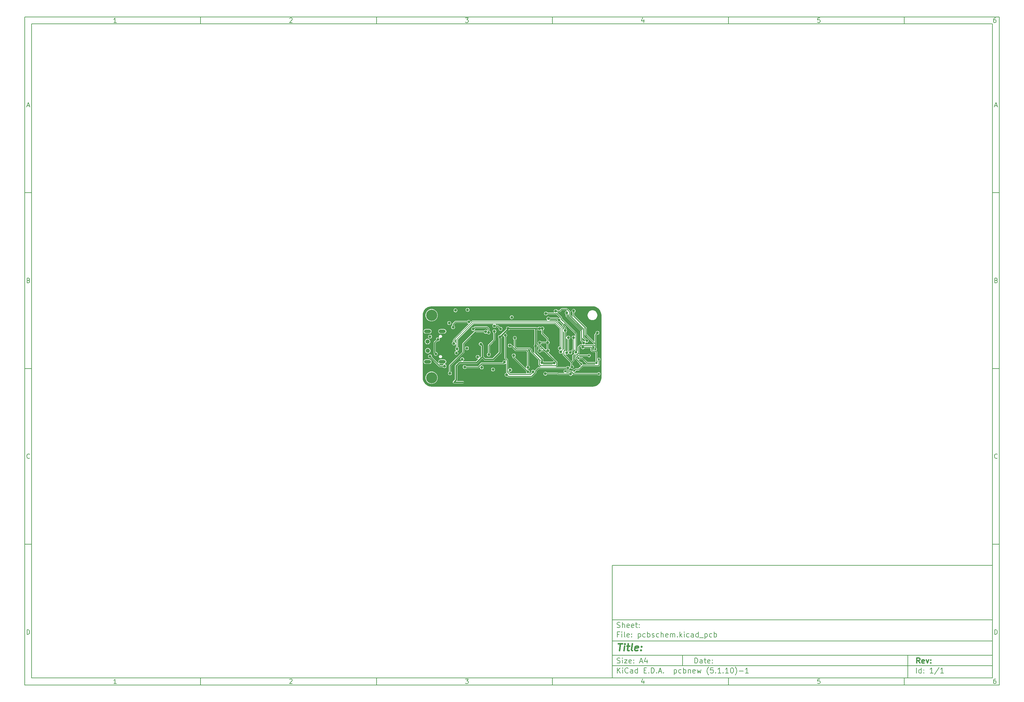
<source format=gbr>
%TF.GenerationSoftware,KiCad,Pcbnew,(5.1.10)-1*%
%TF.CreationDate,2021-10-11T22:16:09-07:00*%
%TF.ProjectId,pcbschem,70636273-6368-4656-9d2e-6b696361645f,rev?*%
%TF.SameCoordinates,Original*%
%TF.FileFunction,Copper,L2,Bot*%
%TF.FilePolarity,Positive*%
%FSLAX46Y46*%
G04 Gerber Fmt 4.6, Leading zero omitted, Abs format (unit mm)*
G04 Created by KiCad (PCBNEW (5.1.10)-1) date 2021-10-11 22:16:09*
%MOMM*%
%LPD*%
G01*
G04 APERTURE LIST*
%ADD10C,0.100000*%
%ADD11C,0.150000*%
%ADD12C,0.300000*%
%ADD13C,0.400000*%
%TA.AperFunction,ComponentPad*%
%ADD14O,2.000000X1.000000*%
%TD*%
%TA.AperFunction,ComponentPad*%
%ADD15C,3.200000*%
%TD*%
%TA.AperFunction,ViaPad*%
%ADD16C,0.806400*%
%TD*%
%TA.AperFunction,ViaPad*%
%ADD17C,0.800100*%
%TD*%
%TA.AperFunction,ViaPad*%
%ADD18C,0.635000*%
%TD*%
%TA.AperFunction,ViaPad*%
%ADD19C,0.800000*%
%TD*%
%TA.AperFunction,Conductor*%
%ADD20C,0.177800*%
%TD*%
%TA.AperFunction,Conductor*%
%ADD21C,0.406400*%
%TD*%
%TA.AperFunction,Conductor*%
%ADD22C,0.304800*%
%TD*%
%TA.AperFunction,Conductor*%
%ADD23C,0.254000*%
%TD*%
%TA.AperFunction,Conductor*%
%ADD24C,0.203200*%
%TD*%
%TA.AperFunction,Conductor*%
%ADD25C,0.250000*%
%TD*%
%TA.AperFunction,Conductor*%
%ADD26C,0.178000*%
%TD*%
%TA.AperFunction,NonConductor*%
%ADD27C,0.127000*%
%TD*%
%TA.AperFunction,NonConductor*%
%ADD28C,0.100000*%
%TD*%
G04 APERTURE END LIST*
D10*
D11*
X177002200Y-166007200D02*
X177002200Y-198007200D01*
X285002200Y-198007200D01*
X285002200Y-166007200D01*
X177002200Y-166007200D01*
D10*
D11*
X10000000Y-10000000D02*
X10000000Y-200007200D01*
X287002200Y-200007200D01*
X287002200Y-10000000D01*
X10000000Y-10000000D01*
D10*
D11*
X12000000Y-12000000D02*
X12000000Y-198007200D01*
X285002200Y-198007200D01*
X285002200Y-12000000D01*
X12000000Y-12000000D01*
D10*
D11*
X60000000Y-12000000D02*
X60000000Y-10000000D01*
D10*
D11*
X110000000Y-12000000D02*
X110000000Y-10000000D01*
D10*
D11*
X160000000Y-12000000D02*
X160000000Y-10000000D01*
D10*
D11*
X210000000Y-12000000D02*
X210000000Y-10000000D01*
D10*
D11*
X260000000Y-12000000D02*
X260000000Y-10000000D01*
D10*
D11*
X36065476Y-11588095D02*
X35322619Y-11588095D01*
X35694047Y-11588095D02*
X35694047Y-10288095D01*
X35570238Y-10473809D01*
X35446428Y-10597619D01*
X35322619Y-10659523D01*
D10*
D11*
X85322619Y-10411904D02*
X85384523Y-10350000D01*
X85508333Y-10288095D01*
X85817857Y-10288095D01*
X85941666Y-10350000D01*
X86003571Y-10411904D01*
X86065476Y-10535714D01*
X86065476Y-10659523D01*
X86003571Y-10845238D01*
X85260714Y-11588095D01*
X86065476Y-11588095D01*
D10*
D11*
X135260714Y-10288095D02*
X136065476Y-10288095D01*
X135632142Y-10783333D01*
X135817857Y-10783333D01*
X135941666Y-10845238D01*
X136003571Y-10907142D01*
X136065476Y-11030952D01*
X136065476Y-11340476D01*
X136003571Y-11464285D01*
X135941666Y-11526190D01*
X135817857Y-11588095D01*
X135446428Y-11588095D01*
X135322619Y-11526190D01*
X135260714Y-11464285D01*
D10*
D11*
X185941666Y-10721428D02*
X185941666Y-11588095D01*
X185632142Y-10226190D02*
X185322619Y-11154761D01*
X186127380Y-11154761D01*
D10*
D11*
X236003571Y-10288095D02*
X235384523Y-10288095D01*
X235322619Y-10907142D01*
X235384523Y-10845238D01*
X235508333Y-10783333D01*
X235817857Y-10783333D01*
X235941666Y-10845238D01*
X236003571Y-10907142D01*
X236065476Y-11030952D01*
X236065476Y-11340476D01*
X236003571Y-11464285D01*
X235941666Y-11526190D01*
X235817857Y-11588095D01*
X235508333Y-11588095D01*
X235384523Y-11526190D01*
X235322619Y-11464285D01*
D10*
D11*
X285941666Y-10288095D02*
X285694047Y-10288095D01*
X285570238Y-10350000D01*
X285508333Y-10411904D01*
X285384523Y-10597619D01*
X285322619Y-10845238D01*
X285322619Y-11340476D01*
X285384523Y-11464285D01*
X285446428Y-11526190D01*
X285570238Y-11588095D01*
X285817857Y-11588095D01*
X285941666Y-11526190D01*
X286003571Y-11464285D01*
X286065476Y-11340476D01*
X286065476Y-11030952D01*
X286003571Y-10907142D01*
X285941666Y-10845238D01*
X285817857Y-10783333D01*
X285570238Y-10783333D01*
X285446428Y-10845238D01*
X285384523Y-10907142D01*
X285322619Y-11030952D01*
D10*
D11*
X60000000Y-198007200D02*
X60000000Y-200007200D01*
D10*
D11*
X110000000Y-198007200D02*
X110000000Y-200007200D01*
D10*
D11*
X160000000Y-198007200D02*
X160000000Y-200007200D01*
D10*
D11*
X210000000Y-198007200D02*
X210000000Y-200007200D01*
D10*
D11*
X260000000Y-198007200D02*
X260000000Y-200007200D01*
D10*
D11*
X36065476Y-199595295D02*
X35322619Y-199595295D01*
X35694047Y-199595295D02*
X35694047Y-198295295D01*
X35570238Y-198481009D01*
X35446428Y-198604819D01*
X35322619Y-198666723D01*
D10*
D11*
X85322619Y-198419104D02*
X85384523Y-198357200D01*
X85508333Y-198295295D01*
X85817857Y-198295295D01*
X85941666Y-198357200D01*
X86003571Y-198419104D01*
X86065476Y-198542914D01*
X86065476Y-198666723D01*
X86003571Y-198852438D01*
X85260714Y-199595295D01*
X86065476Y-199595295D01*
D10*
D11*
X135260714Y-198295295D02*
X136065476Y-198295295D01*
X135632142Y-198790533D01*
X135817857Y-198790533D01*
X135941666Y-198852438D01*
X136003571Y-198914342D01*
X136065476Y-199038152D01*
X136065476Y-199347676D01*
X136003571Y-199471485D01*
X135941666Y-199533390D01*
X135817857Y-199595295D01*
X135446428Y-199595295D01*
X135322619Y-199533390D01*
X135260714Y-199471485D01*
D10*
D11*
X185941666Y-198728628D02*
X185941666Y-199595295D01*
X185632142Y-198233390D02*
X185322619Y-199161961D01*
X186127380Y-199161961D01*
D10*
D11*
X236003571Y-198295295D02*
X235384523Y-198295295D01*
X235322619Y-198914342D01*
X235384523Y-198852438D01*
X235508333Y-198790533D01*
X235817857Y-198790533D01*
X235941666Y-198852438D01*
X236003571Y-198914342D01*
X236065476Y-199038152D01*
X236065476Y-199347676D01*
X236003571Y-199471485D01*
X235941666Y-199533390D01*
X235817857Y-199595295D01*
X235508333Y-199595295D01*
X235384523Y-199533390D01*
X235322619Y-199471485D01*
D10*
D11*
X285941666Y-198295295D02*
X285694047Y-198295295D01*
X285570238Y-198357200D01*
X285508333Y-198419104D01*
X285384523Y-198604819D01*
X285322619Y-198852438D01*
X285322619Y-199347676D01*
X285384523Y-199471485D01*
X285446428Y-199533390D01*
X285570238Y-199595295D01*
X285817857Y-199595295D01*
X285941666Y-199533390D01*
X286003571Y-199471485D01*
X286065476Y-199347676D01*
X286065476Y-199038152D01*
X286003571Y-198914342D01*
X285941666Y-198852438D01*
X285817857Y-198790533D01*
X285570238Y-198790533D01*
X285446428Y-198852438D01*
X285384523Y-198914342D01*
X285322619Y-199038152D01*
D10*
D11*
X10000000Y-60000000D02*
X12000000Y-60000000D01*
D10*
D11*
X10000000Y-110000000D02*
X12000000Y-110000000D01*
D10*
D11*
X10000000Y-160000000D02*
X12000000Y-160000000D01*
D10*
D11*
X10690476Y-35216666D02*
X11309523Y-35216666D01*
X10566666Y-35588095D02*
X11000000Y-34288095D01*
X11433333Y-35588095D01*
D10*
D11*
X11092857Y-84907142D02*
X11278571Y-84969047D01*
X11340476Y-85030952D01*
X11402380Y-85154761D01*
X11402380Y-85340476D01*
X11340476Y-85464285D01*
X11278571Y-85526190D01*
X11154761Y-85588095D01*
X10659523Y-85588095D01*
X10659523Y-84288095D01*
X11092857Y-84288095D01*
X11216666Y-84350000D01*
X11278571Y-84411904D01*
X11340476Y-84535714D01*
X11340476Y-84659523D01*
X11278571Y-84783333D01*
X11216666Y-84845238D01*
X11092857Y-84907142D01*
X10659523Y-84907142D01*
D10*
D11*
X11402380Y-135464285D02*
X11340476Y-135526190D01*
X11154761Y-135588095D01*
X11030952Y-135588095D01*
X10845238Y-135526190D01*
X10721428Y-135402380D01*
X10659523Y-135278571D01*
X10597619Y-135030952D01*
X10597619Y-134845238D01*
X10659523Y-134597619D01*
X10721428Y-134473809D01*
X10845238Y-134350000D01*
X11030952Y-134288095D01*
X11154761Y-134288095D01*
X11340476Y-134350000D01*
X11402380Y-134411904D01*
D10*
D11*
X10659523Y-185588095D02*
X10659523Y-184288095D01*
X10969047Y-184288095D01*
X11154761Y-184350000D01*
X11278571Y-184473809D01*
X11340476Y-184597619D01*
X11402380Y-184845238D01*
X11402380Y-185030952D01*
X11340476Y-185278571D01*
X11278571Y-185402380D01*
X11154761Y-185526190D01*
X10969047Y-185588095D01*
X10659523Y-185588095D01*
D10*
D11*
X287002200Y-60000000D02*
X285002200Y-60000000D01*
D10*
D11*
X287002200Y-110000000D02*
X285002200Y-110000000D01*
D10*
D11*
X287002200Y-160000000D02*
X285002200Y-160000000D01*
D10*
D11*
X285692676Y-35216666D02*
X286311723Y-35216666D01*
X285568866Y-35588095D02*
X286002200Y-34288095D01*
X286435533Y-35588095D01*
D10*
D11*
X286095057Y-84907142D02*
X286280771Y-84969047D01*
X286342676Y-85030952D01*
X286404580Y-85154761D01*
X286404580Y-85340476D01*
X286342676Y-85464285D01*
X286280771Y-85526190D01*
X286156961Y-85588095D01*
X285661723Y-85588095D01*
X285661723Y-84288095D01*
X286095057Y-84288095D01*
X286218866Y-84350000D01*
X286280771Y-84411904D01*
X286342676Y-84535714D01*
X286342676Y-84659523D01*
X286280771Y-84783333D01*
X286218866Y-84845238D01*
X286095057Y-84907142D01*
X285661723Y-84907142D01*
D10*
D11*
X286404580Y-135464285D02*
X286342676Y-135526190D01*
X286156961Y-135588095D01*
X286033152Y-135588095D01*
X285847438Y-135526190D01*
X285723628Y-135402380D01*
X285661723Y-135278571D01*
X285599819Y-135030952D01*
X285599819Y-134845238D01*
X285661723Y-134597619D01*
X285723628Y-134473809D01*
X285847438Y-134350000D01*
X286033152Y-134288095D01*
X286156961Y-134288095D01*
X286342676Y-134350000D01*
X286404580Y-134411904D01*
D10*
D11*
X285661723Y-185588095D02*
X285661723Y-184288095D01*
X285971247Y-184288095D01*
X286156961Y-184350000D01*
X286280771Y-184473809D01*
X286342676Y-184597619D01*
X286404580Y-184845238D01*
X286404580Y-185030952D01*
X286342676Y-185278571D01*
X286280771Y-185402380D01*
X286156961Y-185526190D01*
X285971247Y-185588095D01*
X285661723Y-185588095D01*
D10*
D11*
X200434342Y-193785771D02*
X200434342Y-192285771D01*
X200791485Y-192285771D01*
X201005771Y-192357200D01*
X201148628Y-192500057D01*
X201220057Y-192642914D01*
X201291485Y-192928628D01*
X201291485Y-193142914D01*
X201220057Y-193428628D01*
X201148628Y-193571485D01*
X201005771Y-193714342D01*
X200791485Y-193785771D01*
X200434342Y-193785771D01*
X202577200Y-193785771D02*
X202577200Y-193000057D01*
X202505771Y-192857200D01*
X202362914Y-192785771D01*
X202077200Y-192785771D01*
X201934342Y-192857200D01*
X202577200Y-193714342D02*
X202434342Y-193785771D01*
X202077200Y-193785771D01*
X201934342Y-193714342D01*
X201862914Y-193571485D01*
X201862914Y-193428628D01*
X201934342Y-193285771D01*
X202077200Y-193214342D01*
X202434342Y-193214342D01*
X202577200Y-193142914D01*
X203077200Y-192785771D02*
X203648628Y-192785771D01*
X203291485Y-192285771D02*
X203291485Y-193571485D01*
X203362914Y-193714342D01*
X203505771Y-193785771D01*
X203648628Y-193785771D01*
X204720057Y-193714342D02*
X204577200Y-193785771D01*
X204291485Y-193785771D01*
X204148628Y-193714342D01*
X204077200Y-193571485D01*
X204077200Y-193000057D01*
X204148628Y-192857200D01*
X204291485Y-192785771D01*
X204577200Y-192785771D01*
X204720057Y-192857200D01*
X204791485Y-193000057D01*
X204791485Y-193142914D01*
X204077200Y-193285771D01*
X205434342Y-193642914D02*
X205505771Y-193714342D01*
X205434342Y-193785771D01*
X205362914Y-193714342D01*
X205434342Y-193642914D01*
X205434342Y-193785771D01*
X205434342Y-192857200D02*
X205505771Y-192928628D01*
X205434342Y-193000057D01*
X205362914Y-192928628D01*
X205434342Y-192857200D01*
X205434342Y-193000057D01*
D10*
D11*
X177002200Y-194507200D02*
X285002200Y-194507200D01*
D10*
D11*
X178434342Y-196585771D02*
X178434342Y-195085771D01*
X179291485Y-196585771D02*
X178648628Y-195728628D01*
X179291485Y-195085771D02*
X178434342Y-195942914D01*
X179934342Y-196585771D02*
X179934342Y-195585771D01*
X179934342Y-195085771D02*
X179862914Y-195157200D01*
X179934342Y-195228628D01*
X180005771Y-195157200D01*
X179934342Y-195085771D01*
X179934342Y-195228628D01*
X181505771Y-196442914D02*
X181434342Y-196514342D01*
X181220057Y-196585771D01*
X181077200Y-196585771D01*
X180862914Y-196514342D01*
X180720057Y-196371485D01*
X180648628Y-196228628D01*
X180577200Y-195942914D01*
X180577200Y-195728628D01*
X180648628Y-195442914D01*
X180720057Y-195300057D01*
X180862914Y-195157200D01*
X181077200Y-195085771D01*
X181220057Y-195085771D01*
X181434342Y-195157200D01*
X181505771Y-195228628D01*
X182791485Y-196585771D02*
X182791485Y-195800057D01*
X182720057Y-195657200D01*
X182577200Y-195585771D01*
X182291485Y-195585771D01*
X182148628Y-195657200D01*
X182791485Y-196514342D02*
X182648628Y-196585771D01*
X182291485Y-196585771D01*
X182148628Y-196514342D01*
X182077200Y-196371485D01*
X182077200Y-196228628D01*
X182148628Y-196085771D01*
X182291485Y-196014342D01*
X182648628Y-196014342D01*
X182791485Y-195942914D01*
X184148628Y-196585771D02*
X184148628Y-195085771D01*
X184148628Y-196514342D02*
X184005771Y-196585771D01*
X183720057Y-196585771D01*
X183577200Y-196514342D01*
X183505771Y-196442914D01*
X183434342Y-196300057D01*
X183434342Y-195871485D01*
X183505771Y-195728628D01*
X183577200Y-195657200D01*
X183720057Y-195585771D01*
X184005771Y-195585771D01*
X184148628Y-195657200D01*
X186005771Y-195800057D02*
X186505771Y-195800057D01*
X186720057Y-196585771D02*
X186005771Y-196585771D01*
X186005771Y-195085771D01*
X186720057Y-195085771D01*
X187362914Y-196442914D02*
X187434342Y-196514342D01*
X187362914Y-196585771D01*
X187291485Y-196514342D01*
X187362914Y-196442914D01*
X187362914Y-196585771D01*
X188077200Y-196585771D02*
X188077200Y-195085771D01*
X188434342Y-195085771D01*
X188648628Y-195157200D01*
X188791485Y-195300057D01*
X188862914Y-195442914D01*
X188934342Y-195728628D01*
X188934342Y-195942914D01*
X188862914Y-196228628D01*
X188791485Y-196371485D01*
X188648628Y-196514342D01*
X188434342Y-196585771D01*
X188077200Y-196585771D01*
X189577200Y-196442914D02*
X189648628Y-196514342D01*
X189577200Y-196585771D01*
X189505771Y-196514342D01*
X189577200Y-196442914D01*
X189577200Y-196585771D01*
X190220057Y-196157200D02*
X190934342Y-196157200D01*
X190077200Y-196585771D02*
X190577200Y-195085771D01*
X191077200Y-196585771D01*
X191577200Y-196442914D02*
X191648628Y-196514342D01*
X191577200Y-196585771D01*
X191505771Y-196514342D01*
X191577200Y-196442914D01*
X191577200Y-196585771D01*
X194577200Y-195585771D02*
X194577200Y-197085771D01*
X194577200Y-195657200D02*
X194720057Y-195585771D01*
X195005771Y-195585771D01*
X195148628Y-195657200D01*
X195220057Y-195728628D01*
X195291485Y-195871485D01*
X195291485Y-196300057D01*
X195220057Y-196442914D01*
X195148628Y-196514342D01*
X195005771Y-196585771D01*
X194720057Y-196585771D01*
X194577200Y-196514342D01*
X196577200Y-196514342D02*
X196434342Y-196585771D01*
X196148628Y-196585771D01*
X196005771Y-196514342D01*
X195934342Y-196442914D01*
X195862914Y-196300057D01*
X195862914Y-195871485D01*
X195934342Y-195728628D01*
X196005771Y-195657200D01*
X196148628Y-195585771D01*
X196434342Y-195585771D01*
X196577200Y-195657200D01*
X197220057Y-196585771D02*
X197220057Y-195085771D01*
X197220057Y-195657200D02*
X197362914Y-195585771D01*
X197648628Y-195585771D01*
X197791485Y-195657200D01*
X197862914Y-195728628D01*
X197934342Y-195871485D01*
X197934342Y-196300057D01*
X197862914Y-196442914D01*
X197791485Y-196514342D01*
X197648628Y-196585771D01*
X197362914Y-196585771D01*
X197220057Y-196514342D01*
X198577200Y-195585771D02*
X198577200Y-196585771D01*
X198577200Y-195728628D02*
X198648628Y-195657200D01*
X198791485Y-195585771D01*
X199005771Y-195585771D01*
X199148628Y-195657200D01*
X199220057Y-195800057D01*
X199220057Y-196585771D01*
X200505771Y-196514342D02*
X200362914Y-196585771D01*
X200077200Y-196585771D01*
X199934342Y-196514342D01*
X199862914Y-196371485D01*
X199862914Y-195800057D01*
X199934342Y-195657200D01*
X200077200Y-195585771D01*
X200362914Y-195585771D01*
X200505771Y-195657200D01*
X200577200Y-195800057D01*
X200577200Y-195942914D01*
X199862914Y-196085771D01*
X201077200Y-195585771D02*
X201362914Y-196585771D01*
X201648628Y-195871485D01*
X201934342Y-196585771D01*
X202220057Y-195585771D01*
X204362914Y-197157200D02*
X204291485Y-197085771D01*
X204148628Y-196871485D01*
X204077200Y-196728628D01*
X204005771Y-196514342D01*
X203934342Y-196157200D01*
X203934342Y-195871485D01*
X204005771Y-195514342D01*
X204077200Y-195300057D01*
X204148628Y-195157200D01*
X204291485Y-194942914D01*
X204362914Y-194871485D01*
X205648628Y-195085771D02*
X204934342Y-195085771D01*
X204862914Y-195800057D01*
X204934342Y-195728628D01*
X205077200Y-195657200D01*
X205434342Y-195657200D01*
X205577200Y-195728628D01*
X205648628Y-195800057D01*
X205720057Y-195942914D01*
X205720057Y-196300057D01*
X205648628Y-196442914D01*
X205577200Y-196514342D01*
X205434342Y-196585771D01*
X205077200Y-196585771D01*
X204934342Y-196514342D01*
X204862914Y-196442914D01*
X206362914Y-196442914D02*
X206434342Y-196514342D01*
X206362914Y-196585771D01*
X206291485Y-196514342D01*
X206362914Y-196442914D01*
X206362914Y-196585771D01*
X207862914Y-196585771D02*
X207005771Y-196585771D01*
X207434342Y-196585771D02*
X207434342Y-195085771D01*
X207291485Y-195300057D01*
X207148628Y-195442914D01*
X207005771Y-195514342D01*
X208505771Y-196442914D02*
X208577200Y-196514342D01*
X208505771Y-196585771D01*
X208434342Y-196514342D01*
X208505771Y-196442914D01*
X208505771Y-196585771D01*
X210005771Y-196585771D02*
X209148628Y-196585771D01*
X209577200Y-196585771D02*
X209577200Y-195085771D01*
X209434342Y-195300057D01*
X209291485Y-195442914D01*
X209148628Y-195514342D01*
X210934342Y-195085771D02*
X211077200Y-195085771D01*
X211220057Y-195157200D01*
X211291485Y-195228628D01*
X211362914Y-195371485D01*
X211434342Y-195657200D01*
X211434342Y-196014342D01*
X211362914Y-196300057D01*
X211291485Y-196442914D01*
X211220057Y-196514342D01*
X211077200Y-196585771D01*
X210934342Y-196585771D01*
X210791485Y-196514342D01*
X210720057Y-196442914D01*
X210648628Y-196300057D01*
X210577200Y-196014342D01*
X210577200Y-195657200D01*
X210648628Y-195371485D01*
X210720057Y-195228628D01*
X210791485Y-195157200D01*
X210934342Y-195085771D01*
X211934342Y-197157200D02*
X212005771Y-197085771D01*
X212148628Y-196871485D01*
X212220057Y-196728628D01*
X212291485Y-196514342D01*
X212362914Y-196157200D01*
X212362914Y-195871485D01*
X212291485Y-195514342D01*
X212220057Y-195300057D01*
X212148628Y-195157200D01*
X212005771Y-194942914D01*
X211934342Y-194871485D01*
X213077200Y-196014342D02*
X214220057Y-196014342D01*
X215720057Y-196585771D02*
X214862914Y-196585771D01*
X215291485Y-196585771D02*
X215291485Y-195085771D01*
X215148628Y-195300057D01*
X215005771Y-195442914D01*
X214862914Y-195514342D01*
D10*
D11*
X177002200Y-191507200D02*
X285002200Y-191507200D01*
D10*
D12*
X264411485Y-193785771D02*
X263911485Y-193071485D01*
X263554342Y-193785771D02*
X263554342Y-192285771D01*
X264125771Y-192285771D01*
X264268628Y-192357200D01*
X264340057Y-192428628D01*
X264411485Y-192571485D01*
X264411485Y-192785771D01*
X264340057Y-192928628D01*
X264268628Y-193000057D01*
X264125771Y-193071485D01*
X263554342Y-193071485D01*
X265625771Y-193714342D02*
X265482914Y-193785771D01*
X265197200Y-193785771D01*
X265054342Y-193714342D01*
X264982914Y-193571485D01*
X264982914Y-193000057D01*
X265054342Y-192857200D01*
X265197200Y-192785771D01*
X265482914Y-192785771D01*
X265625771Y-192857200D01*
X265697200Y-193000057D01*
X265697200Y-193142914D01*
X264982914Y-193285771D01*
X266197200Y-192785771D02*
X266554342Y-193785771D01*
X266911485Y-192785771D01*
X267482914Y-193642914D02*
X267554342Y-193714342D01*
X267482914Y-193785771D01*
X267411485Y-193714342D01*
X267482914Y-193642914D01*
X267482914Y-193785771D01*
X267482914Y-192857200D02*
X267554342Y-192928628D01*
X267482914Y-193000057D01*
X267411485Y-192928628D01*
X267482914Y-192857200D01*
X267482914Y-193000057D01*
D10*
D11*
X178362914Y-193714342D02*
X178577200Y-193785771D01*
X178934342Y-193785771D01*
X179077200Y-193714342D01*
X179148628Y-193642914D01*
X179220057Y-193500057D01*
X179220057Y-193357200D01*
X179148628Y-193214342D01*
X179077200Y-193142914D01*
X178934342Y-193071485D01*
X178648628Y-193000057D01*
X178505771Y-192928628D01*
X178434342Y-192857200D01*
X178362914Y-192714342D01*
X178362914Y-192571485D01*
X178434342Y-192428628D01*
X178505771Y-192357200D01*
X178648628Y-192285771D01*
X179005771Y-192285771D01*
X179220057Y-192357200D01*
X179862914Y-193785771D02*
X179862914Y-192785771D01*
X179862914Y-192285771D02*
X179791485Y-192357200D01*
X179862914Y-192428628D01*
X179934342Y-192357200D01*
X179862914Y-192285771D01*
X179862914Y-192428628D01*
X180434342Y-192785771D02*
X181220057Y-192785771D01*
X180434342Y-193785771D01*
X181220057Y-193785771D01*
X182362914Y-193714342D02*
X182220057Y-193785771D01*
X181934342Y-193785771D01*
X181791485Y-193714342D01*
X181720057Y-193571485D01*
X181720057Y-193000057D01*
X181791485Y-192857200D01*
X181934342Y-192785771D01*
X182220057Y-192785771D01*
X182362914Y-192857200D01*
X182434342Y-193000057D01*
X182434342Y-193142914D01*
X181720057Y-193285771D01*
X183077200Y-193642914D02*
X183148628Y-193714342D01*
X183077200Y-193785771D01*
X183005771Y-193714342D01*
X183077200Y-193642914D01*
X183077200Y-193785771D01*
X183077200Y-192857200D02*
X183148628Y-192928628D01*
X183077200Y-193000057D01*
X183005771Y-192928628D01*
X183077200Y-192857200D01*
X183077200Y-193000057D01*
X184862914Y-193357200D02*
X185577200Y-193357200D01*
X184720057Y-193785771D02*
X185220057Y-192285771D01*
X185720057Y-193785771D01*
X186862914Y-192785771D02*
X186862914Y-193785771D01*
X186505771Y-192214342D02*
X186148628Y-193285771D01*
X187077200Y-193285771D01*
D10*
D11*
X263434342Y-196585771D02*
X263434342Y-195085771D01*
X264791485Y-196585771D02*
X264791485Y-195085771D01*
X264791485Y-196514342D02*
X264648628Y-196585771D01*
X264362914Y-196585771D01*
X264220057Y-196514342D01*
X264148628Y-196442914D01*
X264077200Y-196300057D01*
X264077200Y-195871485D01*
X264148628Y-195728628D01*
X264220057Y-195657200D01*
X264362914Y-195585771D01*
X264648628Y-195585771D01*
X264791485Y-195657200D01*
X265505771Y-196442914D02*
X265577200Y-196514342D01*
X265505771Y-196585771D01*
X265434342Y-196514342D01*
X265505771Y-196442914D01*
X265505771Y-196585771D01*
X265505771Y-195657200D02*
X265577200Y-195728628D01*
X265505771Y-195800057D01*
X265434342Y-195728628D01*
X265505771Y-195657200D01*
X265505771Y-195800057D01*
X268148628Y-196585771D02*
X267291485Y-196585771D01*
X267720057Y-196585771D02*
X267720057Y-195085771D01*
X267577200Y-195300057D01*
X267434342Y-195442914D01*
X267291485Y-195514342D01*
X269862914Y-195014342D02*
X268577200Y-196942914D01*
X271148628Y-196585771D02*
X270291485Y-196585771D01*
X270720057Y-196585771D02*
X270720057Y-195085771D01*
X270577200Y-195300057D01*
X270434342Y-195442914D01*
X270291485Y-195514342D01*
D10*
D11*
X177002200Y-187507200D02*
X285002200Y-187507200D01*
D10*
D13*
X178714580Y-188211961D02*
X179857438Y-188211961D01*
X179036009Y-190211961D02*
X179286009Y-188211961D01*
X180274104Y-190211961D02*
X180440771Y-188878628D01*
X180524104Y-188211961D02*
X180416961Y-188307200D01*
X180500295Y-188402438D01*
X180607438Y-188307200D01*
X180524104Y-188211961D01*
X180500295Y-188402438D01*
X181107438Y-188878628D02*
X181869342Y-188878628D01*
X181476485Y-188211961D02*
X181262200Y-189926247D01*
X181333628Y-190116723D01*
X181512200Y-190211961D01*
X181702676Y-190211961D01*
X182655057Y-190211961D02*
X182476485Y-190116723D01*
X182405057Y-189926247D01*
X182619342Y-188211961D01*
X184190771Y-190116723D02*
X183988390Y-190211961D01*
X183607438Y-190211961D01*
X183428866Y-190116723D01*
X183357438Y-189926247D01*
X183452676Y-189164342D01*
X183571723Y-188973866D01*
X183774104Y-188878628D01*
X184155057Y-188878628D01*
X184333628Y-188973866D01*
X184405057Y-189164342D01*
X184381247Y-189354819D01*
X183405057Y-189545295D01*
X185155057Y-190021485D02*
X185238390Y-190116723D01*
X185131247Y-190211961D01*
X185047914Y-190116723D01*
X185155057Y-190021485D01*
X185131247Y-190211961D01*
X185286009Y-188973866D02*
X185369342Y-189069104D01*
X185262200Y-189164342D01*
X185178866Y-189069104D01*
X185286009Y-188973866D01*
X185262200Y-189164342D01*
D10*
D11*
X178934342Y-185600057D02*
X178434342Y-185600057D01*
X178434342Y-186385771D02*
X178434342Y-184885771D01*
X179148628Y-184885771D01*
X179720057Y-186385771D02*
X179720057Y-185385771D01*
X179720057Y-184885771D02*
X179648628Y-184957200D01*
X179720057Y-185028628D01*
X179791485Y-184957200D01*
X179720057Y-184885771D01*
X179720057Y-185028628D01*
X180648628Y-186385771D02*
X180505771Y-186314342D01*
X180434342Y-186171485D01*
X180434342Y-184885771D01*
X181791485Y-186314342D02*
X181648628Y-186385771D01*
X181362914Y-186385771D01*
X181220057Y-186314342D01*
X181148628Y-186171485D01*
X181148628Y-185600057D01*
X181220057Y-185457200D01*
X181362914Y-185385771D01*
X181648628Y-185385771D01*
X181791485Y-185457200D01*
X181862914Y-185600057D01*
X181862914Y-185742914D01*
X181148628Y-185885771D01*
X182505771Y-186242914D02*
X182577200Y-186314342D01*
X182505771Y-186385771D01*
X182434342Y-186314342D01*
X182505771Y-186242914D01*
X182505771Y-186385771D01*
X182505771Y-185457200D02*
X182577200Y-185528628D01*
X182505771Y-185600057D01*
X182434342Y-185528628D01*
X182505771Y-185457200D01*
X182505771Y-185600057D01*
X184362914Y-185385771D02*
X184362914Y-186885771D01*
X184362914Y-185457200D02*
X184505771Y-185385771D01*
X184791485Y-185385771D01*
X184934342Y-185457200D01*
X185005771Y-185528628D01*
X185077200Y-185671485D01*
X185077200Y-186100057D01*
X185005771Y-186242914D01*
X184934342Y-186314342D01*
X184791485Y-186385771D01*
X184505771Y-186385771D01*
X184362914Y-186314342D01*
X186362914Y-186314342D02*
X186220057Y-186385771D01*
X185934342Y-186385771D01*
X185791485Y-186314342D01*
X185720057Y-186242914D01*
X185648628Y-186100057D01*
X185648628Y-185671485D01*
X185720057Y-185528628D01*
X185791485Y-185457200D01*
X185934342Y-185385771D01*
X186220057Y-185385771D01*
X186362914Y-185457200D01*
X187005771Y-186385771D02*
X187005771Y-184885771D01*
X187005771Y-185457200D02*
X187148628Y-185385771D01*
X187434342Y-185385771D01*
X187577200Y-185457200D01*
X187648628Y-185528628D01*
X187720057Y-185671485D01*
X187720057Y-186100057D01*
X187648628Y-186242914D01*
X187577200Y-186314342D01*
X187434342Y-186385771D01*
X187148628Y-186385771D01*
X187005771Y-186314342D01*
X188291485Y-186314342D02*
X188434342Y-186385771D01*
X188720057Y-186385771D01*
X188862914Y-186314342D01*
X188934342Y-186171485D01*
X188934342Y-186100057D01*
X188862914Y-185957200D01*
X188720057Y-185885771D01*
X188505771Y-185885771D01*
X188362914Y-185814342D01*
X188291485Y-185671485D01*
X188291485Y-185600057D01*
X188362914Y-185457200D01*
X188505771Y-185385771D01*
X188720057Y-185385771D01*
X188862914Y-185457200D01*
X190220057Y-186314342D02*
X190077200Y-186385771D01*
X189791485Y-186385771D01*
X189648628Y-186314342D01*
X189577200Y-186242914D01*
X189505771Y-186100057D01*
X189505771Y-185671485D01*
X189577200Y-185528628D01*
X189648628Y-185457200D01*
X189791485Y-185385771D01*
X190077200Y-185385771D01*
X190220057Y-185457200D01*
X190862914Y-186385771D02*
X190862914Y-184885771D01*
X191505771Y-186385771D02*
X191505771Y-185600057D01*
X191434342Y-185457200D01*
X191291485Y-185385771D01*
X191077200Y-185385771D01*
X190934342Y-185457200D01*
X190862914Y-185528628D01*
X192791485Y-186314342D02*
X192648628Y-186385771D01*
X192362914Y-186385771D01*
X192220057Y-186314342D01*
X192148628Y-186171485D01*
X192148628Y-185600057D01*
X192220057Y-185457200D01*
X192362914Y-185385771D01*
X192648628Y-185385771D01*
X192791485Y-185457200D01*
X192862914Y-185600057D01*
X192862914Y-185742914D01*
X192148628Y-185885771D01*
X193505771Y-186385771D02*
X193505771Y-185385771D01*
X193505771Y-185528628D02*
X193577200Y-185457200D01*
X193720057Y-185385771D01*
X193934342Y-185385771D01*
X194077200Y-185457200D01*
X194148628Y-185600057D01*
X194148628Y-186385771D01*
X194148628Y-185600057D02*
X194220057Y-185457200D01*
X194362914Y-185385771D01*
X194577200Y-185385771D01*
X194720057Y-185457200D01*
X194791485Y-185600057D01*
X194791485Y-186385771D01*
X195505771Y-186242914D02*
X195577200Y-186314342D01*
X195505771Y-186385771D01*
X195434342Y-186314342D01*
X195505771Y-186242914D01*
X195505771Y-186385771D01*
X196220057Y-186385771D02*
X196220057Y-184885771D01*
X196362914Y-185814342D02*
X196791485Y-186385771D01*
X196791485Y-185385771D02*
X196220057Y-185957200D01*
X197434342Y-186385771D02*
X197434342Y-185385771D01*
X197434342Y-184885771D02*
X197362914Y-184957200D01*
X197434342Y-185028628D01*
X197505771Y-184957200D01*
X197434342Y-184885771D01*
X197434342Y-185028628D01*
X198791485Y-186314342D02*
X198648628Y-186385771D01*
X198362914Y-186385771D01*
X198220057Y-186314342D01*
X198148628Y-186242914D01*
X198077200Y-186100057D01*
X198077200Y-185671485D01*
X198148628Y-185528628D01*
X198220057Y-185457200D01*
X198362914Y-185385771D01*
X198648628Y-185385771D01*
X198791485Y-185457200D01*
X200077200Y-186385771D02*
X200077200Y-185600057D01*
X200005771Y-185457200D01*
X199862914Y-185385771D01*
X199577200Y-185385771D01*
X199434342Y-185457200D01*
X200077200Y-186314342D02*
X199934342Y-186385771D01*
X199577200Y-186385771D01*
X199434342Y-186314342D01*
X199362914Y-186171485D01*
X199362914Y-186028628D01*
X199434342Y-185885771D01*
X199577200Y-185814342D01*
X199934342Y-185814342D01*
X200077200Y-185742914D01*
X201434342Y-186385771D02*
X201434342Y-184885771D01*
X201434342Y-186314342D02*
X201291485Y-186385771D01*
X201005771Y-186385771D01*
X200862914Y-186314342D01*
X200791485Y-186242914D01*
X200720057Y-186100057D01*
X200720057Y-185671485D01*
X200791485Y-185528628D01*
X200862914Y-185457200D01*
X201005771Y-185385771D01*
X201291485Y-185385771D01*
X201434342Y-185457200D01*
X201791485Y-186528628D02*
X202934342Y-186528628D01*
X203291485Y-185385771D02*
X203291485Y-186885771D01*
X203291485Y-185457200D02*
X203434342Y-185385771D01*
X203720057Y-185385771D01*
X203862914Y-185457200D01*
X203934342Y-185528628D01*
X204005771Y-185671485D01*
X204005771Y-186100057D01*
X203934342Y-186242914D01*
X203862914Y-186314342D01*
X203720057Y-186385771D01*
X203434342Y-186385771D01*
X203291485Y-186314342D01*
X205291485Y-186314342D02*
X205148628Y-186385771D01*
X204862914Y-186385771D01*
X204720057Y-186314342D01*
X204648628Y-186242914D01*
X204577200Y-186100057D01*
X204577200Y-185671485D01*
X204648628Y-185528628D01*
X204720057Y-185457200D01*
X204862914Y-185385771D01*
X205148628Y-185385771D01*
X205291485Y-185457200D01*
X205934342Y-186385771D02*
X205934342Y-184885771D01*
X205934342Y-185457200D02*
X206077200Y-185385771D01*
X206362914Y-185385771D01*
X206505771Y-185457200D01*
X206577200Y-185528628D01*
X206648628Y-185671485D01*
X206648628Y-186100057D01*
X206577200Y-186242914D01*
X206505771Y-186314342D01*
X206362914Y-186385771D01*
X206077200Y-186385771D01*
X205934342Y-186314342D01*
D10*
D11*
X177002200Y-181507200D02*
X285002200Y-181507200D01*
D10*
D11*
X178362914Y-183614342D02*
X178577200Y-183685771D01*
X178934342Y-183685771D01*
X179077200Y-183614342D01*
X179148628Y-183542914D01*
X179220057Y-183400057D01*
X179220057Y-183257200D01*
X179148628Y-183114342D01*
X179077200Y-183042914D01*
X178934342Y-182971485D01*
X178648628Y-182900057D01*
X178505771Y-182828628D01*
X178434342Y-182757200D01*
X178362914Y-182614342D01*
X178362914Y-182471485D01*
X178434342Y-182328628D01*
X178505771Y-182257200D01*
X178648628Y-182185771D01*
X179005771Y-182185771D01*
X179220057Y-182257200D01*
X179862914Y-183685771D02*
X179862914Y-182185771D01*
X180505771Y-183685771D02*
X180505771Y-182900057D01*
X180434342Y-182757200D01*
X180291485Y-182685771D01*
X180077200Y-182685771D01*
X179934342Y-182757200D01*
X179862914Y-182828628D01*
X181791485Y-183614342D02*
X181648628Y-183685771D01*
X181362914Y-183685771D01*
X181220057Y-183614342D01*
X181148628Y-183471485D01*
X181148628Y-182900057D01*
X181220057Y-182757200D01*
X181362914Y-182685771D01*
X181648628Y-182685771D01*
X181791485Y-182757200D01*
X181862914Y-182900057D01*
X181862914Y-183042914D01*
X181148628Y-183185771D01*
X183077200Y-183614342D02*
X182934342Y-183685771D01*
X182648628Y-183685771D01*
X182505771Y-183614342D01*
X182434342Y-183471485D01*
X182434342Y-182900057D01*
X182505771Y-182757200D01*
X182648628Y-182685771D01*
X182934342Y-182685771D01*
X183077200Y-182757200D01*
X183148628Y-182900057D01*
X183148628Y-183042914D01*
X182434342Y-183185771D01*
X183577200Y-182685771D02*
X184148628Y-182685771D01*
X183791485Y-182185771D02*
X183791485Y-183471485D01*
X183862914Y-183614342D01*
X184005771Y-183685771D01*
X184148628Y-183685771D01*
X184648628Y-183542914D02*
X184720057Y-183614342D01*
X184648628Y-183685771D01*
X184577200Y-183614342D01*
X184648628Y-183542914D01*
X184648628Y-183685771D01*
X184648628Y-182757200D02*
X184720057Y-182828628D01*
X184648628Y-182900057D01*
X184577200Y-182828628D01*
X184648628Y-182757200D01*
X184648628Y-182900057D01*
D10*
D11*
X197002200Y-191507200D02*
X197002200Y-194507200D01*
D10*
D11*
X261002200Y-191507200D02*
X261002200Y-198007200D01*
D14*
%TO.P,X6,M3*%
%TO.N,N/C*%
X124494600Y-99413600D03*
%TO.P,X6,M4*%
X124494600Y-108053600D03*
%TO.P,X6,M2*%
X128674600Y-108053600D03*
%TO.P,X6,M1*%
X128674600Y-99413600D03*
%TD*%
%TO.P,D-1,TP*%
%TO.N,N/C*%
%TA.AperFunction,SMDPad,CuDef*%
G36*
G01*
X125133100Y-102336600D02*
X125133100Y-102336600D01*
G75*
G02*
X124498100Y-102971600I-635000J0D01*
G01*
X124498100Y-102971600D01*
G75*
G02*
X123863100Y-102336600I0J635000D01*
G01*
X123863100Y-102336600D01*
G75*
G02*
X124498100Y-101701600I635000J0D01*
G01*
X124498100Y-101701600D01*
G75*
G02*
X125133100Y-102336600I0J-635000D01*
G01*
G37*
%TD.AperFunction*%
%TD*%
%TO.P,D+1,TP*%
%TO.N,N/C*%
%TA.AperFunction,SMDPad,CuDef*%
G36*
G01*
X125196600Y-104940100D02*
X125196600Y-104940100D01*
G75*
G02*
X124561600Y-105575100I-635000J0D01*
G01*
X124561600Y-105575100D01*
G75*
G02*
X123926600Y-104940100I0J635000D01*
G01*
X123926600Y-104940100D01*
G75*
G02*
X124561600Y-104305100I635000J0D01*
G01*
X124561600Y-104305100D01*
G75*
G02*
X125196600Y-104940100I0J-635000D01*
G01*
G37*
%TD.AperFunction*%
%TD*%
D15*
%TO.P,U$32,P$1*%
%TO.N,N/C*%
X125641100Y-112623600D03*
%TD*%
%TO.P,U$31,P$1*%
%TO.N,N/C*%
X125641100Y-94843600D03*
%TD*%
D16*
%TO.N,*%
X134340600Y-107353100D03*
X138747500Y-106692700D03*
X137452100Y-98780600D03*
X129324100Y-109321600D03*
X132435600Y-93446600D03*
X135864600Y-93319600D03*
X135674100Y-104241600D03*
X132689600Y-105575100D03*
X143103600Y-110274100D03*
X152996900Y-109651800D03*
X125196600Y-106527600D03*
X143484600Y-97891600D03*
X130657600Y-97066100D03*
X161823400Y-96189800D03*
X125196600Y-100939600D03*
X163601400Y-99174300D03*
X147980400Y-110413800D03*
X158838900Y-95808800D03*
X158648400Y-102603300D03*
X158711900Y-104889300D03*
X156362400Y-104889300D03*
X148424900Y-95427800D03*
X156362400Y-102666800D03*
X139890500Y-109677200D03*
X153009600Y-110909100D03*
X157010100Y-108305600D03*
X145072100Y-101003100D03*
X160439100Y-108432600D03*
X147358100Y-98590100D03*
X155253500Y-103543100D03*
X139611100Y-103035100D03*
X127446100Y-101700200D03*
X126847600Y-105829100D03*
X141008100Y-99529900D03*
X130848100Y-111353600D03*
X162090100Y-104241600D03*
X132881600Y-104429494D03*
X162344100Y-105257600D03*
X131961906Y-102873794D03*
X135039100Y-109575600D03*
X146350000Y-108180000D03*
X141897100Y-106019600D03*
X143484600Y-99415600D03*
D17*
X164503100Y-101193600D03*
X163995100Y-105511600D03*
X165990000Y-101190000D03*
X165074600Y-105448100D03*
D16*
X154470100Y-110909100D03*
X124561600Y-104940100D03*
X124498100Y-102336600D03*
D18*
X170403700Y-106303600D03*
X168150000Y-108700000D03*
X172156300Y-104525600D03*
X167355700Y-107065600D03*
X172470000Y-108440000D03*
X173190000Y-107390000D03*
X166185000Y-110630000D03*
D16*
X156311600Y-98653600D03*
D19*
X166630000Y-105390000D03*
D16*
X157121100Y-98604100D03*
D19*
X172770000Y-99850000D03*
X166010000Y-93610000D03*
X149300000Y-101310000D03*
X145240000Y-98730000D03*
X141850000Y-99740000D03*
D18*
X173190000Y-111510000D03*
X163610000Y-110810000D03*
D19*
X165540000Y-109550000D03*
X168620000Y-103950000D03*
X160940000Y-93660000D03*
X164070000Y-94180000D03*
X168860000Y-102690000D03*
X169770750Y-102089250D03*
X147850000Y-103480000D03*
X148980000Y-106280000D03*
X146570000Y-100530000D03*
X136225100Y-96744900D03*
X131740000Y-98250000D03*
X131740000Y-98250000D03*
X165150000Y-111570000D03*
X157960000Y-111470000D03*
X164380000Y-109840000D03*
X146970000Y-111780000D03*
X158110000Y-94350000D03*
%TD*%
D20*
%TO.N,*%
X153009600Y-110909100D02*
X152819100Y-110909100D01*
D21*
X143135350Y-107384850D02*
X140769118Y-107384850D01*
X147358100Y-98717100D02*
X147358100Y-98590100D01*
D20*
X155253500Y-98590100D02*
X155295600Y-98590100D01*
D21*
X160375600Y-108369100D02*
X157010100Y-108369100D01*
X132626100Y-109258100D02*
X132626100Y-113258600D01*
X145072100Y-101003100D02*
X147358100Y-98717100D01*
X147358100Y-98590100D02*
X155253500Y-98590100D01*
X155253500Y-103543100D02*
X155253500Y-105551313D01*
D20*
X157010100Y-108369100D02*
X157010100Y-108305600D01*
D21*
X157010100Y-108305600D02*
X157010100Y-107307913D01*
X140055600Y-103479600D02*
X139611100Y-103035100D01*
X132626100Y-113258600D02*
X131991100Y-113893600D01*
X160439100Y-108432600D02*
X160375600Y-108369100D01*
X133578600Y-108305600D02*
X138404600Y-108305600D01*
X155359100Y-98653600D02*
X155295600Y-98590100D01*
X157010100Y-107307913D02*
X155253500Y-105551313D01*
X134531100Y-113893600D02*
X131991100Y-113893600D01*
X133578600Y-108305600D02*
X132626100Y-109258100D01*
X155253500Y-103543100D02*
X155253500Y-98590100D01*
X145072100Y-105448100D02*
X145072100Y-101003100D01*
X143135350Y-107384850D02*
X145072100Y-105448100D01*
X138404600Y-108305600D02*
X140055600Y-106654600D01*
D22*
X140055600Y-106671332D02*
X140055600Y-106654600D01*
D21*
X140055600Y-106654600D02*
X140055600Y-103479600D01*
X140769118Y-107384850D02*
X140055600Y-106671332D01*
D22*
X127446100Y-101700200D02*
X126530100Y-102616200D01*
X126530100Y-105511600D02*
X126847600Y-105829100D01*
X126530100Y-102616200D02*
X126530100Y-105511600D01*
D23*
X130848100Y-109194600D02*
X130848100Y-111353600D01*
X134658100Y-102971600D02*
X138099800Y-99529900D01*
X134658100Y-102971600D02*
X134658100Y-105384600D01*
X141008100Y-99529900D02*
X138099800Y-99529900D01*
X134658100Y-105384600D02*
X130848100Y-109194600D01*
D24*
X132880100Y-101638100D02*
X137452090Y-97066110D01*
X132880134Y-104430960D02*
X132880100Y-101638100D01*
X162344100Y-104051100D02*
X162344096Y-98653604D01*
X162344096Y-98653604D02*
X160756603Y-97066110D01*
X137452090Y-97066110D02*
X160756603Y-97066110D01*
X162344100Y-104051100D02*
X162153600Y-104241600D01*
X132881600Y-104429494D02*
X132880134Y-104430960D01*
X162090100Y-104241600D02*
X162153600Y-104241600D01*
X162788600Y-104813100D02*
X162788600Y-98487438D01*
X162344100Y-105257600D02*
X162788600Y-104813100D01*
X162788600Y-98487438D02*
X160922762Y-96621600D01*
X131961906Y-101905294D02*
X131961906Y-102873794D01*
X160922762Y-96621600D02*
X137245600Y-96621600D01*
X137245600Y-96621600D02*
X131961906Y-101905294D01*
D23*
X145707100Y-108559600D02*
X139928600Y-108559600D01*
X138912600Y-109575600D02*
X135039100Y-109575600D01*
X138912600Y-109575600D02*
X139928600Y-108559600D01*
X141897100Y-103416100D02*
X143484600Y-101828600D01*
X141897100Y-106019600D02*
X141897100Y-103416100D01*
X143484600Y-101828600D02*
X143484600Y-99415600D01*
D20*
X163995100Y-105511600D02*
X164503100Y-105003600D01*
X164503100Y-101193600D02*
X164503100Y-105003600D01*
X166058850Y-101765100D02*
X166058850Y-104463850D01*
X165074600Y-105448100D02*
X166058850Y-104463850D01*
X154470100Y-110909100D02*
X154470096Y-110909104D01*
X154470096Y-110909104D02*
X154470096Y-111163100D01*
D25*
X171095600Y-104064400D02*
X171095600Y-104845600D01*
X171095600Y-104845600D02*
X171290000Y-105040000D01*
X171290000Y-105040000D02*
X172170000Y-105040000D01*
X172470000Y-105340000D02*
X172470000Y-108440000D01*
X172170000Y-105040000D02*
X172470000Y-105340000D01*
X167355700Y-107065600D02*
X168455600Y-107065600D01*
X169830000Y-108440000D02*
X172470000Y-108440000D01*
X168455600Y-107065600D02*
X169830000Y-108440000D01*
X170403700Y-106303600D02*
X167246400Y-106303600D01*
X167246400Y-106303600D02*
X166690000Y-106860000D01*
X166690000Y-106860000D02*
X166690000Y-107270000D01*
D21*
X155359100Y-98653600D02*
X156311600Y-98653600D01*
D25*
X166630000Y-105390000D02*
X166630000Y-101780000D01*
X127990600Y-109321600D02*
X129324100Y-109321600D01*
X125196600Y-106527600D02*
X127990600Y-109321600D01*
X161442400Y-95808800D02*
X161823400Y-96189800D01*
X158838900Y-95808800D02*
X161442400Y-95808800D01*
X161823400Y-96189800D02*
X163020000Y-97386400D01*
X163020000Y-97386400D02*
X163020000Y-97680000D01*
X163601400Y-98261400D02*
X163601400Y-99174300D01*
X163020000Y-97680000D02*
X163601400Y-98261400D01*
X158648400Y-102603300D02*
X158648400Y-101578400D01*
X158648400Y-101578400D02*
X157050000Y-99980000D01*
X157050000Y-98675200D02*
X157121100Y-98604100D01*
X157050000Y-99980000D02*
X157050000Y-98675200D01*
X158584900Y-102666800D02*
X158648400Y-102603300D01*
X156362400Y-102666800D02*
X158584900Y-102666800D01*
X158648400Y-104825800D02*
X158711900Y-104889300D01*
X158648400Y-102603300D02*
X158648400Y-104825800D01*
X158711900Y-104889300D02*
X156362400Y-104889300D01*
X156362400Y-104889300D02*
X156362400Y-102666800D01*
X163601400Y-99174300D02*
X163601400Y-104598600D01*
X163601400Y-104598600D02*
X163170000Y-105030000D01*
X163170000Y-105030000D02*
X163170000Y-106020000D01*
X163170000Y-106020000D02*
X165400000Y-108250000D01*
X156362400Y-102666800D02*
X156362400Y-103392400D01*
X156362400Y-103392400D02*
X161170000Y-108200000D01*
X161170000Y-108200000D02*
X161170000Y-108960000D01*
X161170000Y-108960000D02*
X160960000Y-109170000D01*
X160960000Y-109170000D02*
X156590000Y-109170000D01*
X156590000Y-109170000D02*
X156240000Y-108820000D01*
X156240000Y-108820000D02*
X156240000Y-107440000D01*
X156240000Y-107440000D02*
X153940000Y-105140000D01*
X153940000Y-105140000D02*
X153940000Y-104670000D01*
X153940000Y-104670000D02*
X153630000Y-104360000D01*
X153630000Y-104360000D02*
X149750000Y-104360000D01*
X144401600Y-97891600D02*
X145240000Y-98730000D01*
X143484600Y-97891600D02*
X144401600Y-97891600D01*
X141850000Y-99740000D02*
X141850000Y-98730000D01*
X141850000Y-98730000D02*
X141350000Y-98230000D01*
X138002700Y-98230000D02*
X137452100Y-98780600D01*
X141350000Y-98230000D02*
X138002700Y-98230000D01*
X165400000Y-109410000D02*
X165540000Y-109550000D01*
X165400000Y-108250000D02*
X165400000Y-109410000D01*
X165910000Y-107740000D02*
X165400000Y-108250000D01*
X165910000Y-106390000D02*
X165910000Y-107740000D01*
X166150000Y-106150000D02*
X165910000Y-106390000D01*
X166830000Y-106150000D02*
X166150000Y-106150000D01*
X167420000Y-105560000D02*
X166830000Y-106150000D01*
X172156300Y-100463700D02*
X172770000Y-99850000D01*
X172156300Y-102656300D02*
X172156300Y-100463700D01*
X172156300Y-102656300D02*
X172156300Y-102493700D01*
X170981200Y-103950000D02*
X171095600Y-104064400D01*
X168620000Y-103950000D02*
X170981200Y-103950000D01*
X167420000Y-105020000D02*
X167420000Y-103880000D01*
X167420000Y-105020000D02*
X167420000Y-105560000D01*
X167420000Y-103880000D02*
X167866300Y-103433700D01*
X167866300Y-103433700D02*
X172156300Y-103433700D01*
X172156300Y-104525600D02*
X172156300Y-103433700D01*
X168160000Y-101990000D02*
X168860000Y-102690000D01*
X168160000Y-99230000D02*
X168160000Y-101990000D01*
X164070000Y-95140000D02*
X168160000Y-99230000D01*
X164070000Y-94180000D02*
X164070000Y-95140000D01*
X160940000Y-93660000D02*
X162070000Y-93660000D01*
X162070000Y-93660000D02*
X162620000Y-93110000D01*
X162620000Y-93110000D02*
X164090000Y-93110000D01*
X164090000Y-93110000D02*
X164880000Y-93900000D01*
X164880000Y-93900000D02*
X164880000Y-94820000D01*
X164880000Y-94820000D02*
X168780000Y-98720000D01*
X168780000Y-101098500D02*
X169770750Y-102089250D01*
X168780000Y-98720000D02*
X168780000Y-101098500D01*
X145970400Y-108559600D02*
X146350000Y-108180000D01*
X145707100Y-108559600D02*
X145970400Y-108559600D01*
X152996900Y-109651800D02*
X152996900Y-105186900D01*
X152996900Y-105186900D02*
X152560000Y-104750000D01*
X152560000Y-104750000D02*
X149540000Y-104750000D01*
X148270000Y-103480000D02*
X147850000Y-103480000D01*
X149540000Y-104750000D02*
X148270000Y-103480000D01*
X148980000Y-106879500D02*
X153009600Y-110909100D01*
X148980000Y-106280000D02*
X148980000Y-106879500D01*
X154470100Y-110909100D02*
X153719200Y-111660000D01*
X153719200Y-111660000D02*
X147850000Y-111660000D01*
X147850000Y-111660000D02*
X147120000Y-110930000D01*
X147120000Y-110930000D02*
X147120000Y-107530000D01*
X146570000Y-106980000D02*
X146570000Y-100530000D01*
X147120000Y-107530000D02*
X146570000Y-106980000D01*
X149300000Y-103910000D02*
X149750000Y-104360000D01*
X149300000Y-101310000D02*
X149300000Y-103910000D01*
D26*
X166058850Y-101258850D02*
X165990000Y-101190000D01*
X166058850Y-101765100D02*
X166058850Y-101258850D01*
X131740000Y-98250000D02*
X131740000Y-98250000D01*
X131740000Y-98250000D02*
X131740000Y-98250000D01*
D25*
X131740000Y-98250000D02*
X131740000Y-97360000D01*
X132355100Y-96744900D02*
X136225100Y-96744900D01*
X131740000Y-97360000D02*
X132355100Y-96744900D01*
X161472100Y-111470000D02*
X158240000Y-111470000D01*
X158240000Y-111470000D02*
X157960000Y-111470000D01*
X157960000Y-111470000D02*
X157960000Y-111470000D01*
X147410000Y-112220000D02*
X146970000Y-111780000D01*
X154070000Y-112220000D02*
X147410000Y-112220000D01*
X155180000Y-111110000D02*
X154070000Y-112220000D01*
X155180000Y-110690000D02*
X155180000Y-111110000D01*
X156030000Y-109840000D02*
X155180000Y-110690000D01*
X164380000Y-109840000D02*
X156030000Y-109840000D01*
X161572100Y-111570000D02*
X161472100Y-111470000D01*
X165150000Y-111570000D02*
X161572100Y-111570000D01*
X166720000Y-107270000D02*
X168150000Y-108700000D01*
X166690000Y-107270000D02*
X166720000Y-107270000D01*
X173130000Y-109140000D02*
X168570000Y-109140000D01*
X173190000Y-109080000D02*
X173130000Y-109140000D01*
X173190000Y-107390000D02*
X173190000Y-109080000D01*
X166185000Y-110630000D02*
X166595000Y-110220000D01*
X167490000Y-110220000D02*
X168570000Y-109140000D01*
X166595000Y-110220000D02*
X167490000Y-110220000D01*
X166630000Y-101780000D02*
X166630000Y-100050000D01*
X166630000Y-100050000D02*
X162460000Y-95880000D01*
X162460000Y-95880000D02*
X162460000Y-95560000D01*
X161250000Y-94350000D02*
X158110000Y-94350000D01*
X162460000Y-95560000D02*
X161250000Y-94350000D01*
X166010000Y-93610000D02*
X166010000Y-94990000D01*
X166010000Y-94990000D02*
X169480000Y-98460000D01*
X169480000Y-100340000D02*
X172156300Y-103016300D01*
X169480000Y-98460000D02*
X169480000Y-100340000D01*
X172156300Y-103016300D02*
X172156300Y-102656300D01*
X172156300Y-103433700D02*
X172156300Y-103016300D01*
X163650000Y-110850000D02*
X163610000Y-110810000D01*
X165960000Y-111510000D02*
X165300000Y-110850000D01*
X165300000Y-110850000D02*
X163650000Y-110850000D01*
X173190000Y-111510000D02*
X165960000Y-111510000D01*
%TD*%
D27*
X171837183Y-92439206D02*
X172295131Y-92577468D01*
X172717508Y-92802050D01*
X173088212Y-93104390D01*
X173393132Y-93472976D01*
X173620656Y-93893771D01*
X173762112Y-94350744D01*
X173812554Y-94830663D01*
X173812600Y-94843909D01*
X173812599Y-112619268D01*
X173765494Y-113099683D01*
X173627230Y-113557634D01*
X173402650Y-113980008D01*
X173100313Y-114350709D01*
X172731724Y-114655632D01*
X172310929Y-114883156D01*
X171853957Y-115024612D01*
X171374037Y-115075054D01*
X171361077Y-115075099D01*
X125645432Y-115075099D01*
X125165017Y-115027994D01*
X124707066Y-114889730D01*
X124284692Y-114665150D01*
X123913991Y-114362813D01*
X123609068Y-113994224D01*
X123381544Y-113573429D01*
X123240088Y-113116457D01*
X123189646Y-112636537D01*
X123189601Y-112623577D01*
X123189601Y-112444749D01*
X123825200Y-112444749D01*
X123825200Y-112802451D01*
X123894984Y-113153278D01*
X124031871Y-113483751D01*
X124230599Y-113781169D01*
X124483531Y-114034101D01*
X124780949Y-114232829D01*
X125111422Y-114369716D01*
X125462249Y-114439500D01*
X125819951Y-114439500D01*
X126170778Y-114369716D01*
X126501251Y-114232829D01*
X126798669Y-114034101D01*
X127051601Y-113781169D01*
X127250329Y-113483751D01*
X127387216Y-113153278D01*
X127457000Y-112802451D01*
X127457000Y-112444749D01*
X127387216Y-112093922D01*
X127250329Y-111763449D01*
X127051601Y-111466031D01*
X126878194Y-111292624D01*
X130229000Y-111292624D01*
X130229000Y-111414576D01*
X130252791Y-111534185D01*
X130299460Y-111646854D01*
X130367213Y-111748254D01*
X130453446Y-111834487D01*
X130554846Y-111902240D01*
X130667515Y-111948909D01*
X130787124Y-111972700D01*
X130909076Y-111972700D01*
X131028685Y-111948909D01*
X131141354Y-111902240D01*
X131242754Y-111834487D01*
X131328987Y-111748254D01*
X131396740Y-111646854D01*
X131443409Y-111534185D01*
X131467200Y-111414576D01*
X131467200Y-111292624D01*
X131443409Y-111173015D01*
X131396740Y-111060346D01*
X131328987Y-110958946D01*
X131242754Y-110872713D01*
X131191000Y-110838132D01*
X131191000Y-109336633D01*
X134888652Y-105638981D01*
X134901740Y-105628240D01*
X134944590Y-105576027D01*
X134976431Y-105516457D01*
X134996038Y-105451820D01*
X135001000Y-105401443D01*
X135002659Y-105384600D01*
X135001000Y-105367757D01*
X135001000Y-104180624D01*
X135055000Y-104180624D01*
X135055000Y-104302576D01*
X135078791Y-104422185D01*
X135125460Y-104534854D01*
X135193213Y-104636254D01*
X135279446Y-104722487D01*
X135380846Y-104790240D01*
X135493515Y-104836909D01*
X135613124Y-104860700D01*
X135735076Y-104860700D01*
X135854685Y-104836909D01*
X135967354Y-104790240D01*
X136068754Y-104722487D01*
X136154987Y-104636254D01*
X136222740Y-104534854D01*
X136269409Y-104422185D01*
X136293200Y-104302576D01*
X136293200Y-104180624D01*
X136269409Y-104061015D01*
X136222740Y-103948346D01*
X136154987Y-103846946D01*
X136068754Y-103760713D01*
X135967354Y-103692960D01*
X135854685Y-103646291D01*
X135735076Y-103622500D01*
X135613124Y-103622500D01*
X135493515Y-103646291D01*
X135380846Y-103692960D01*
X135279446Y-103760713D01*
X135193213Y-103846946D01*
X135125460Y-103948346D01*
X135078791Y-104061015D01*
X135055000Y-104180624D01*
X135001000Y-104180624D01*
X135001000Y-103113633D01*
X138241833Y-99872800D01*
X140492632Y-99872800D01*
X140527213Y-99924554D01*
X140613446Y-100010787D01*
X140714846Y-100078540D01*
X140827515Y-100125209D01*
X140947124Y-100149000D01*
X141069076Y-100149000D01*
X141188685Y-100125209D01*
X141301354Y-100078540D01*
X141324939Y-100062781D01*
X141371599Y-100132613D01*
X141457387Y-100218401D01*
X141558262Y-100285803D01*
X141670349Y-100332231D01*
X141789339Y-100355900D01*
X141910661Y-100355900D01*
X142029651Y-100332231D01*
X142141738Y-100285803D01*
X142242613Y-100218401D01*
X142328401Y-100132613D01*
X142395803Y-100031738D01*
X142442231Y-99919651D01*
X142465900Y-99800661D01*
X142465900Y-99679339D01*
X142442231Y-99560349D01*
X142395803Y-99448262D01*
X142328401Y-99347387D01*
X142242613Y-99261599D01*
X142190900Y-99227046D01*
X142190900Y-98746743D01*
X142192549Y-98730000D01*
X142188946Y-98693413D01*
X142185967Y-98663172D01*
X142166474Y-98598912D01*
X142134819Y-98539690D01*
X142092219Y-98487781D01*
X142079209Y-98477104D01*
X141602900Y-98000796D01*
X141592219Y-97987781D01*
X141540310Y-97945181D01*
X141481088Y-97913526D01*
X141416828Y-97894033D01*
X141366743Y-97889100D01*
X141366740Y-97889100D01*
X141350000Y-97887451D01*
X141333260Y-97889100D01*
X138019440Y-97889100D01*
X138002700Y-97887451D01*
X137985960Y-97889100D01*
X137985957Y-97889100D01*
X137935872Y-97894033D01*
X137871612Y-97913526D01*
X137812389Y-97945181D01*
X137796249Y-97958427D01*
X137760481Y-97987781D01*
X137749804Y-98000791D01*
X137576483Y-98174112D01*
X137513076Y-98161500D01*
X137391124Y-98161500D01*
X137271515Y-98185291D01*
X137158846Y-98231960D01*
X137057446Y-98299713D01*
X136971213Y-98385946D01*
X136903460Y-98487346D01*
X136856791Y-98600015D01*
X136833000Y-98719624D01*
X136833000Y-98841576D01*
X136856791Y-98961185D01*
X136903460Y-99073854D01*
X136971213Y-99175254D01*
X137057446Y-99261487D01*
X137158846Y-99329240D01*
X137271515Y-99375909D01*
X137391124Y-99399700D01*
X137513076Y-99399700D01*
X137632685Y-99375909D01*
X137745354Y-99329240D01*
X137846754Y-99261487D01*
X137932987Y-99175254D01*
X138000740Y-99073854D01*
X138047409Y-98961185D01*
X138071200Y-98841576D01*
X138071200Y-98719624D01*
X138058588Y-98656217D01*
X138143905Y-98570900D01*
X141208796Y-98570900D01*
X141509101Y-98871206D01*
X141509101Y-99165348D01*
X141488987Y-99135246D01*
X141402754Y-99049013D01*
X141301354Y-98981260D01*
X141188685Y-98934591D01*
X141069076Y-98910800D01*
X140947124Y-98910800D01*
X140827515Y-98934591D01*
X140714846Y-98981260D01*
X140613446Y-99049013D01*
X140527213Y-99135246D01*
X140492632Y-99187000D01*
X138116643Y-99187000D01*
X138099800Y-99185341D01*
X138081434Y-99187150D01*
X138032580Y-99191962D01*
X137967943Y-99211569D01*
X137908373Y-99243410D01*
X137856160Y-99286260D01*
X137845419Y-99299348D01*
X134427544Y-102717223D01*
X134414460Y-102727961D01*
X134371610Y-102780174D01*
X134339769Y-102839744D01*
X134320162Y-102904381D01*
X134315200Y-102954758D01*
X134315200Y-102954765D01*
X134313542Y-102971600D01*
X134315200Y-102988435D01*
X134315201Y-105242566D01*
X130617544Y-108940223D01*
X130604460Y-108950961D01*
X130561610Y-109003174D01*
X130529769Y-109062744D01*
X130510162Y-109127381D01*
X130505200Y-109177758D01*
X130505200Y-109177765D01*
X130503542Y-109194600D01*
X130505200Y-109211435D01*
X130505201Y-110838132D01*
X130453446Y-110872713D01*
X130367213Y-110958946D01*
X130299460Y-111060346D01*
X130252791Y-111173015D01*
X130229000Y-111292624D01*
X126878194Y-111292624D01*
X126798669Y-111213099D01*
X126501251Y-111014371D01*
X126170778Y-110877484D01*
X125819951Y-110807700D01*
X125462249Y-110807700D01*
X125111422Y-110877484D01*
X124780949Y-111014371D01*
X124483531Y-111213099D01*
X124230599Y-111466031D01*
X124031871Y-111763449D01*
X123894984Y-112093922D01*
X123825200Y-112444749D01*
X123189601Y-112444749D01*
X123189601Y-108053600D01*
X123275237Y-108053600D01*
X123289059Y-108193941D01*
X123329995Y-108328888D01*
X123396472Y-108453257D01*
X123485934Y-108562266D01*
X123594943Y-108651728D01*
X123719312Y-108718205D01*
X123854259Y-108759141D01*
X123959439Y-108769500D01*
X125029761Y-108769500D01*
X125134941Y-108759141D01*
X125269888Y-108718205D01*
X125394257Y-108651728D01*
X125503266Y-108562266D01*
X125592728Y-108453257D01*
X125659205Y-108328888D01*
X125700141Y-108193941D01*
X125713963Y-108053600D01*
X125700141Y-107913259D01*
X125659205Y-107778312D01*
X125592728Y-107653943D01*
X125503266Y-107544934D01*
X125394257Y-107455472D01*
X125269888Y-107388995D01*
X125134941Y-107348059D01*
X125029761Y-107337700D01*
X123959439Y-107337700D01*
X123854259Y-107348059D01*
X123719312Y-107388995D01*
X123594943Y-107455472D01*
X123485934Y-107544934D01*
X123396472Y-107653943D01*
X123329995Y-107778312D01*
X123289059Y-107913259D01*
X123275237Y-108053600D01*
X123189601Y-108053600D01*
X123189601Y-106466624D01*
X124577500Y-106466624D01*
X124577500Y-106588576D01*
X124601291Y-106708185D01*
X124647960Y-106820854D01*
X124715713Y-106922254D01*
X124801946Y-107008487D01*
X124903346Y-107076240D01*
X125016015Y-107122909D01*
X125135624Y-107146700D01*
X125257576Y-107146700D01*
X125320984Y-107134088D01*
X127737709Y-109550815D01*
X127748381Y-109563819D01*
X127761385Y-109574491D01*
X127761386Y-109574492D01*
X127800290Y-109606419D01*
X127859512Y-109638074D01*
X127923772Y-109657567D01*
X127990600Y-109664149D01*
X128007343Y-109662500D01*
X128807296Y-109662500D01*
X128843213Y-109716254D01*
X128929446Y-109802487D01*
X129030846Y-109870240D01*
X129143515Y-109916909D01*
X129263124Y-109940700D01*
X129385076Y-109940700D01*
X129504685Y-109916909D01*
X129617354Y-109870240D01*
X129718754Y-109802487D01*
X129804987Y-109716254D01*
X129872740Y-109614854D01*
X129919409Y-109502185D01*
X129943200Y-109382576D01*
X129943200Y-109260624D01*
X129919409Y-109141015D01*
X129872740Y-109028346D01*
X129804987Y-108926946D01*
X129718754Y-108840713D01*
X129617354Y-108772960D01*
X129504685Y-108726291D01*
X129453724Y-108716155D01*
X129574257Y-108651728D01*
X129683266Y-108562266D01*
X129772728Y-108453257D01*
X129839205Y-108328888D01*
X129880141Y-108193941D01*
X129893963Y-108053600D01*
X129880141Y-107913259D01*
X129839205Y-107778312D01*
X129772728Y-107653943D01*
X129683266Y-107544934D01*
X129574257Y-107455472D01*
X129449888Y-107388995D01*
X129314941Y-107348059D01*
X129209761Y-107337700D01*
X128139439Y-107337700D01*
X128034259Y-107348059D01*
X127899312Y-107388995D01*
X127774943Y-107455472D01*
X127665934Y-107544934D01*
X127576472Y-107653943D01*
X127509995Y-107778312D01*
X127469059Y-107913259D01*
X127455237Y-108053600D01*
X127469059Y-108193941D01*
X127509995Y-108328888D01*
X127544446Y-108393340D01*
X125803088Y-106651984D01*
X125815700Y-106588576D01*
X125815700Y-106570326D01*
X127633700Y-106570326D01*
X127633700Y-106676874D01*
X127654487Y-106781375D01*
X127695261Y-106879812D01*
X127754456Y-106968404D01*
X127829796Y-107043744D01*
X127918388Y-107102939D01*
X128016825Y-107143713D01*
X128121326Y-107164500D01*
X128227874Y-107164500D01*
X128332375Y-107143713D01*
X128430812Y-107102939D01*
X128519404Y-107043744D01*
X128594744Y-106968404D01*
X128653939Y-106879812D01*
X128694713Y-106781375D01*
X128715500Y-106676874D01*
X128715500Y-106570326D01*
X128694713Y-106465825D01*
X128653939Y-106367388D01*
X128594744Y-106278796D01*
X128519404Y-106203456D01*
X128430812Y-106144261D01*
X128332375Y-106103487D01*
X128227874Y-106082700D01*
X128121326Y-106082700D01*
X128016825Y-106103487D01*
X127918388Y-106144261D01*
X127829796Y-106203456D01*
X127754456Y-106278796D01*
X127695261Y-106367388D01*
X127654487Y-106465825D01*
X127633700Y-106570326D01*
X125815700Y-106570326D01*
X125815700Y-106466624D01*
X125791909Y-106347015D01*
X125745240Y-106234346D01*
X125677487Y-106132946D01*
X125591254Y-106046713D01*
X125489854Y-105978960D01*
X125377185Y-105932291D01*
X125257576Y-105908500D01*
X125135624Y-105908500D01*
X125016015Y-105932291D01*
X124903346Y-105978960D01*
X124801946Y-106046713D01*
X124715713Y-106132946D01*
X124647960Y-106234346D01*
X124601291Y-106347015D01*
X124577500Y-106466624D01*
X123189601Y-106466624D01*
X123189601Y-104940099D01*
X123709655Y-104940099D01*
X123709655Y-104940101D01*
X123726025Y-105106307D01*
X123774505Y-105266126D01*
X123853233Y-105413416D01*
X123959184Y-105542516D01*
X124088284Y-105648467D01*
X124235574Y-105727195D01*
X124395393Y-105775675D01*
X124561599Y-105792045D01*
X124561601Y-105792045D01*
X124727807Y-105775675D01*
X124887626Y-105727195D01*
X125034916Y-105648467D01*
X125164016Y-105542516D01*
X125269967Y-105413416D01*
X125348695Y-105266126D01*
X125397175Y-105106307D01*
X125413545Y-104940101D01*
X125413545Y-104940099D01*
X125397175Y-104773893D01*
X125348695Y-104614074D01*
X125269967Y-104466784D01*
X125164016Y-104337684D01*
X125034916Y-104231733D01*
X124887626Y-104153005D01*
X124727807Y-104104525D01*
X124561601Y-104088155D01*
X124561599Y-104088155D01*
X124395393Y-104104525D01*
X124235574Y-104153005D01*
X124088284Y-104231733D01*
X123959184Y-104337684D01*
X123853233Y-104466784D01*
X123774505Y-104614074D01*
X123726025Y-104773893D01*
X123709655Y-104940099D01*
X123189601Y-104940099D01*
X123189601Y-102336599D01*
X123646155Y-102336599D01*
X123646155Y-102336601D01*
X123662525Y-102502807D01*
X123711005Y-102662626D01*
X123789733Y-102809916D01*
X123895684Y-102939016D01*
X124024784Y-103044967D01*
X124172074Y-103123695D01*
X124331893Y-103172175D01*
X124498099Y-103188545D01*
X124498101Y-103188545D01*
X124664307Y-103172175D01*
X124824126Y-103123695D01*
X124971416Y-103044967D01*
X125100516Y-102939016D01*
X125206467Y-102809916D01*
X125285195Y-102662626D01*
X125299278Y-102616200D01*
X126160019Y-102616200D01*
X126161800Y-102634285D01*
X126161801Y-105493505D01*
X126160019Y-105511600D01*
X126167129Y-105583799D01*
X126187896Y-105652254D01*
X126188190Y-105653224D01*
X126222389Y-105717207D01*
X126231385Y-105728168D01*
X126235460Y-105733133D01*
X126228500Y-105768124D01*
X126228500Y-105890076D01*
X126252291Y-106009685D01*
X126298960Y-106122354D01*
X126366713Y-106223754D01*
X126452946Y-106309987D01*
X126554346Y-106377740D01*
X126667015Y-106424409D01*
X126786624Y-106448200D01*
X126908576Y-106448200D01*
X127028185Y-106424409D01*
X127140854Y-106377740D01*
X127242254Y-106309987D01*
X127328487Y-106223754D01*
X127396240Y-106122354D01*
X127442909Y-106009685D01*
X127466700Y-105890076D01*
X127466700Y-105768124D01*
X127442909Y-105648515D01*
X127396240Y-105535846D01*
X127328487Y-105434446D01*
X127242254Y-105348213D01*
X127140854Y-105280460D01*
X127028185Y-105233791D01*
X126908576Y-105210000D01*
X126898400Y-105210000D01*
X126898400Y-102768754D01*
X127354038Y-102313117D01*
X127385124Y-102319300D01*
X127507076Y-102319300D01*
X127626685Y-102295509D01*
X127739354Y-102248840D01*
X127840754Y-102181087D01*
X127926987Y-102094854D01*
X127994740Y-101993454D01*
X128041409Y-101880785D01*
X128065200Y-101761176D01*
X128065200Y-101639224D01*
X128041409Y-101519615D01*
X127994740Y-101406946D01*
X127946347Y-101334520D01*
X128016825Y-101363713D01*
X128121326Y-101384500D01*
X128227874Y-101384500D01*
X128332375Y-101363713D01*
X128430812Y-101322939D01*
X128519404Y-101263744D01*
X128594744Y-101188404D01*
X128653939Y-101099812D01*
X128694713Y-101001375D01*
X128715500Y-100896874D01*
X128715500Y-100790326D01*
X128694713Y-100685825D01*
X128653939Y-100587388D01*
X128594744Y-100498796D01*
X128519404Y-100423456D01*
X128430812Y-100364261D01*
X128332375Y-100323487D01*
X128227874Y-100302700D01*
X128121326Y-100302700D01*
X128016825Y-100323487D01*
X127918388Y-100364261D01*
X127829796Y-100423456D01*
X127754456Y-100498796D01*
X127695261Y-100587388D01*
X127654487Y-100685825D01*
X127633700Y-100790326D01*
X127633700Y-100896874D01*
X127654487Y-101001375D01*
X127695261Y-101099812D01*
X127726196Y-101146110D01*
X127626685Y-101104891D01*
X127507076Y-101081100D01*
X127385124Y-101081100D01*
X127265515Y-101104891D01*
X127152846Y-101151560D01*
X127051446Y-101219313D01*
X126965213Y-101305546D01*
X126897460Y-101406946D01*
X126850791Y-101519615D01*
X126827000Y-101639224D01*
X126827000Y-101761176D01*
X126833183Y-101792262D01*
X126282464Y-102342982D01*
X126268413Y-102354514D01*
X126256883Y-102368563D01*
X126256879Y-102368567D01*
X126254488Y-102371481D01*
X126222388Y-102410594D01*
X126188189Y-102474577D01*
X126167129Y-102544002D01*
X126161800Y-102598108D01*
X126161800Y-102598115D01*
X126160019Y-102616200D01*
X125299278Y-102616200D01*
X125333675Y-102502807D01*
X125350045Y-102336601D01*
X125350045Y-102336599D01*
X125333675Y-102170393D01*
X125285195Y-102010574D01*
X125206467Y-101863284D01*
X125100516Y-101734184D01*
X124971416Y-101628233D01*
X124824126Y-101549505D01*
X124664307Y-101501025D01*
X124498101Y-101484655D01*
X124498099Y-101484655D01*
X124331893Y-101501025D01*
X124172074Y-101549505D01*
X124024784Y-101628233D01*
X123895684Y-101734184D01*
X123789733Y-101863284D01*
X123711005Y-102010574D01*
X123662525Y-102170393D01*
X123646155Y-102336599D01*
X123189601Y-102336599D01*
X123189601Y-100878624D01*
X124577500Y-100878624D01*
X124577500Y-101000576D01*
X124601291Y-101120185D01*
X124647960Y-101232854D01*
X124715713Y-101334254D01*
X124801946Y-101420487D01*
X124903346Y-101488240D01*
X125016015Y-101534909D01*
X125135624Y-101558700D01*
X125257576Y-101558700D01*
X125377185Y-101534909D01*
X125489854Y-101488240D01*
X125591254Y-101420487D01*
X125677487Y-101334254D01*
X125745240Y-101232854D01*
X125791909Y-101120185D01*
X125815700Y-101000576D01*
X125815700Y-100878624D01*
X125791909Y-100759015D01*
X125745240Y-100646346D01*
X125677487Y-100544946D01*
X125591254Y-100458713D01*
X125489854Y-100390960D01*
X125377185Y-100344291D01*
X125257576Y-100320500D01*
X125135624Y-100320500D01*
X125016015Y-100344291D01*
X124903346Y-100390960D01*
X124801946Y-100458713D01*
X124715713Y-100544946D01*
X124647960Y-100646346D01*
X124601291Y-100759015D01*
X124577500Y-100878624D01*
X123189601Y-100878624D01*
X123189601Y-99413600D01*
X123275237Y-99413600D01*
X123289059Y-99553941D01*
X123329995Y-99688888D01*
X123396472Y-99813257D01*
X123485934Y-99922266D01*
X123594943Y-100011728D01*
X123719312Y-100078205D01*
X123854259Y-100119141D01*
X123959439Y-100129500D01*
X125029761Y-100129500D01*
X125134941Y-100119141D01*
X125269888Y-100078205D01*
X125394257Y-100011728D01*
X125503266Y-99922266D01*
X125592728Y-99813257D01*
X125659205Y-99688888D01*
X125700141Y-99553941D01*
X125713963Y-99413600D01*
X127455237Y-99413600D01*
X127469059Y-99553941D01*
X127509995Y-99688888D01*
X127576472Y-99813257D01*
X127665934Y-99922266D01*
X127774943Y-100011728D01*
X127899312Y-100078205D01*
X128034259Y-100119141D01*
X128139439Y-100129500D01*
X129209761Y-100129500D01*
X129314941Y-100119141D01*
X129449888Y-100078205D01*
X129574257Y-100011728D01*
X129683266Y-99922266D01*
X129772728Y-99813257D01*
X129839205Y-99688888D01*
X129880141Y-99553941D01*
X129893963Y-99413600D01*
X129880141Y-99273259D01*
X129839205Y-99138312D01*
X129772728Y-99013943D01*
X129683266Y-98904934D01*
X129574257Y-98815472D01*
X129449888Y-98748995D01*
X129314941Y-98708059D01*
X129209761Y-98697700D01*
X128139439Y-98697700D01*
X128034259Y-98708059D01*
X127899312Y-98748995D01*
X127774943Y-98815472D01*
X127665934Y-98904934D01*
X127576472Y-99013943D01*
X127509995Y-99138312D01*
X127469059Y-99273259D01*
X127455237Y-99413600D01*
X125713963Y-99413600D01*
X125700141Y-99273259D01*
X125659205Y-99138312D01*
X125592728Y-99013943D01*
X125503266Y-98904934D01*
X125394257Y-98815472D01*
X125269888Y-98748995D01*
X125134941Y-98708059D01*
X125029761Y-98697700D01*
X123959439Y-98697700D01*
X123854259Y-98708059D01*
X123719312Y-98748995D01*
X123594943Y-98815472D01*
X123485934Y-98904934D01*
X123396472Y-99013943D01*
X123329995Y-99138312D01*
X123289059Y-99273259D01*
X123275237Y-99413600D01*
X123189601Y-99413600D01*
X123189601Y-98189339D01*
X131124100Y-98189339D01*
X131124100Y-98310661D01*
X131147769Y-98429651D01*
X131194197Y-98541738D01*
X131261599Y-98642613D01*
X131347387Y-98728401D01*
X131448262Y-98795803D01*
X131560349Y-98842231D01*
X131679339Y-98865900D01*
X131800661Y-98865900D01*
X131919651Y-98842231D01*
X132031738Y-98795803D01*
X132132613Y-98728401D01*
X132218401Y-98642613D01*
X132285803Y-98541738D01*
X132332231Y-98429651D01*
X132355900Y-98310661D01*
X132355900Y-98189339D01*
X132332231Y-98070349D01*
X132285803Y-97958262D01*
X132218401Y-97857387D01*
X132132613Y-97771599D01*
X132080900Y-97737046D01*
X132080900Y-97501204D01*
X132496305Y-97085800D01*
X135712146Y-97085800D01*
X135746699Y-97137513D01*
X135832487Y-97223301D01*
X135933362Y-97290703D01*
X136045449Y-97337131D01*
X136075148Y-97343039D01*
X131748436Y-101669752D01*
X131736313Y-101679701D01*
X131696637Y-101728048D01*
X131667650Y-101782279D01*
X131667155Y-101783205D01*
X131649000Y-101843054D01*
X131642870Y-101905294D01*
X131644406Y-101920890D01*
X131644406Y-102341354D01*
X131567252Y-102392907D01*
X131481019Y-102479140D01*
X131413266Y-102580540D01*
X131366597Y-102693209D01*
X131342806Y-102812818D01*
X131342806Y-102934770D01*
X131366597Y-103054379D01*
X131413266Y-103167048D01*
X131481019Y-103268448D01*
X131567252Y-103354681D01*
X131668652Y-103422434D01*
X131781321Y-103469103D01*
X131900930Y-103492894D01*
X132022882Y-103492894D01*
X132142491Y-103469103D01*
X132255160Y-103422434D01*
X132356560Y-103354681D01*
X132442793Y-103268448D01*
X132510546Y-103167048D01*
X132557215Y-103054379D01*
X132562617Y-103027218D01*
X132562628Y-103898038D01*
X132486946Y-103948607D01*
X132400713Y-104034840D01*
X132332960Y-104136240D01*
X132286291Y-104248909D01*
X132262500Y-104368518D01*
X132262500Y-104490470D01*
X132286291Y-104610079D01*
X132332960Y-104722748D01*
X132400713Y-104824148D01*
X132486946Y-104910381D01*
X132572059Y-104967251D01*
X132509015Y-104979791D01*
X132396346Y-105026460D01*
X132294946Y-105094213D01*
X132208713Y-105180446D01*
X132140960Y-105281846D01*
X132094291Y-105394515D01*
X132070500Y-105514124D01*
X132070500Y-105636076D01*
X132094291Y-105755685D01*
X132140960Y-105868354D01*
X132208713Y-105969754D01*
X132294946Y-106055987D01*
X132396346Y-106123740D01*
X132509015Y-106170409D01*
X132628624Y-106194200D01*
X132750576Y-106194200D01*
X132870185Y-106170409D01*
X132982854Y-106123740D01*
X133084254Y-106055987D01*
X133170487Y-105969754D01*
X133238240Y-105868354D01*
X133284909Y-105755685D01*
X133308700Y-105636076D01*
X133308700Y-105514124D01*
X133284909Y-105394515D01*
X133238240Y-105281846D01*
X133170487Y-105180446D01*
X133084254Y-105094213D01*
X132999141Y-105037343D01*
X133062185Y-105024803D01*
X133174854Y-104978134D01*
X133276254Y-104910381D01*
X133362487Y-104824148D01*
X133430240Y-104722748D01*
X133476909Y-104610079D01*
X133500700Y-104490470D01*
X133500700Y-104368518D01*
X133476909Y-104248909D01*
X133430240Y-104136240D01*
X133362487Y-104034840D01*
X133276254Y-103948607D01*
X133197627Y-103896070D01*
X133197601Y-101769611D01*
X137583603Y-97383610D01*
X143130509Y-97383610D01*
X143089946Y-97410713D01*
X143003713Y-97496946D01*
X142935960Y-97598346D01*
X142889291Y-97711015D01*
X142865500Y-97830624D01*
X142865500Y-97952576D01*
X142889291Y-98072185D01*
X142935960Y-98184854D01*
X143003713Y-98286254D01*
X143089946Y-98372487D01*
X143191346Y-98440240D01*
X143304015Y-98486909D01*
X143423624Y-98510700D01*
X143545576Y-98510700D01*
X143665185Y-98486909D01*
X143777854Y-98440240D01*
X143879254Y-98372487D01*
X143965487Y-98286254D01*
X144001404Y-98232500D01*
X144260396Y-98232500D01*
X144636234Y-98608339D01*
X144624100Y-98669339D01*
X144624100Y-98790661D01*
X144647769Y-98909651D01*
X144694197Y-99021738D01*
X144761599Y-99122613D01*
X144847387Y-99208401D01*
X144948262Y-99275803D01*
X145060349Y-99322231D01*
X145179339Y-99345900D01*
X145300661Y-99345900D01*
X145419651Y-99322231D01*
X145531738Y-99275803D01*
X145632613Y-99208401D01*
X145718401Y-99122613D01*
X145785803Y-99021738D01*
X145832231Y-98909651D01*
X145855900Y-98790661D01*
X145855900Y-98669339D01*
X145832231Y-98550349D01*
X145785803Y-98438262D01*
X145718401Y-98337387D01*
X145632613Y-98251599D01*
X145531738Y-98184197D01*
X145419651Y-98137769D01*
X145300661Y-98114100D01*
X145179339Y-98114100D01*
X145118339Y-98126234D01*
X144654500Y-97662396D01*
X144643819Y-97649381D01*
X144591910Y-97606781D01*
X144532688Y-97575126D01*
X144468428Y-97555633D01*
X144418343Y-97550700D01*
X144418340Y-97550700D01*
X144401600Y-97549051D01*
X144384860Y-97550700D01*
X144001404Y-97550700D01*
X143965487Y-97496946D01*
X143879254Y-97410713D01*
X143838691Y-97383610D01*
X160625091Y-97383610D01*
X162026596Y-98785117D01*
X162026601Y-103623002D01*
X161909515Y-103646291D01*
X161796846Y-103692960D01*
X161695446Y-103760713D01*
X161609213Y-103846946D01*
X161541460Y-103948346D01*
X161494791Y-104061015D01*
X161471000Y-104180624D01*
X161471000Y-104302576D01*
X161494791Y-104422185D01*
X161541460Y-104534854D01*
X161609213Y-104636254D01*
X161695446Y-104722487D01*
X161796846Y-104790240D01*
X161895185Y-104830974D01*
X161863213Y-104862946D01*
X161795460Y-104964346D01*
X161748791Y-105077015D01*
X161725000Y-105196624D01*
X161725000Y-105318576D01*
X161748791Y-105438185D01*
X161795460Y-105550854D01*
X161863213Y-105652254D01*
X161949446Y-105738487D01*
X162050846Y-105806240D01*
X162163515Y-105852909D01*
X162283124Y-105876700D01*
X162405076Y-105876700D01*
X162524685Y-105852909D01*
X162637354Y-105806240D01*
X162738754Y-105738487D01*
X162824987Y-105652254D01*
X162829101Y-105646098D01*
X162829101Y-106003250D01*
X162827451Y-106020000D01*
X162832724Y-106073526D01*
X162834034Y-106086828D01*
X162835235Y-106090787D01*
X162853526Y-106151087D01*
X162885181Y-106210310D01*
X162896215Y-106223754D01*
X162927782Y-106262219D01*
X162940791Y-106272895D01*
X165059100Y-108391205D01*
X165059101Y-109161126D01*
X164994197Y-109258262D01*
X164947769Y-109370349D01*
X164924100Y-109489339D01*
X164924100Y-109545713D01*
X164858401Y-109447387D01*
X164772613Y-109361599D01*
X164671738Y-109294197D01*
X164559651Y-109247769D01*
X164440661Y-109224100D01*
X164319339Y-109224100D01*
X164200349Y-109247769D01*
X164088262Y-109294197D01*
X163987387Y-109361599D01*
X163901599Y-109447387D01*
X163867046Y-109499100D01*
X161049466Y-109499100D01*
X161091088Y-109486474D01*
X161150310Y-109454819D01*
X161202219Y-109412219D01*
X161212900Y-109399204D01*
X161399204Y-109212900D01*
X161412219Y-109202219D01*
X161454819Y-109150310D01*
X161486474Y-109091088D01*
X161505967Y-109026828D01*
X161510900Y-108976743D01*
X161512549Y-108960000D01*
X161510900Y-108943257D01*
X161510900Y-108216739D01*
X161512549Y-108199999D01*
X161510892Y-108183173D01*
X161505967Y-108133172D01*
X161486474Y-108068912D01*
X161454819Y-108009690D01*
X161412218Y-107957781D01*
X161399214Y-107947109D01*
X158923759Y-105471655D01*
X159005154Y-105437940D01*
X159106554Y-105370187D01*
X159192787Y-105283954D01*
X159260540Y-105182554D01*
X159307209Y-105069885D01*
X159331000Y-104950276D01*
X159331000Y-104828324D01*
X159307209Y-104708715D01*
X159260540Y-104596046D01*
X159192787Y-104494646D01*
X159106554Y-104408413D01*
X159005154Y-104340660D01*
X158989300Y-104334093D01*
X158989300Y-103120104D01*
X159043054Y-103084187D01*
X159129287Y-102997954D01*
X159197040Y-102896554D01*
X159243709Y-102783885D01*
X159267500Y-102664276D01*
X159267500Y-102542324D01*
X159243709Y-102422715D01*
X159197040Y-102310046D01*
X159129287Y-102208646D01*
X159043054Y-102122413D01*
X158989300Y-102086496D01*
X158989300Y-101595140D01*
X158990949Y-101578400D01*
X158989300Y-101561657D01*
X158984367Y-101511572D01*
X158964874Y-101447312D01*
X158933219Y-101388090D01*
X158890619Y-101336181D01*
X158877610Y-101325505D01*
X157390900Y-99838796D01*
X157390900Y-99162455D01*
X157414354Y-99152740D01*
X157515754Y-99084987D01*
X157601987Y-98998754D01*
X157669740Y-98897354D01*
X157716409Y-98784685D01*
X157740200Y-98665076D01*
X157740200Y-98543124D01*
X157716409Y-98423515D01*
X157669740Y-98310846D01*
X157601987Y-98209446D01*
X157515754Y-98123213D01*
X157414354Y-98055460D01*
X157301685Y-98008791D01*
X157182076Y-97985000D01*
X157060124Y-97985000D01*
X156940515Y-98008791D01*
X156827846Y-98055460D01*
X156726446Y-98123213D01*
X156688685Y-98160974D01*
X156604854Y-98104960D01*
X156492185Y-98058291D01*
X156372576Y-98034500D01*
X156250624Y-98034500D01*
X156131015Y-98058291D01*
X156018346Y-98104960D01*
X155916946Y-98172713D01*
X155855159Y-98234500D01*
X155519376Y-98234500D01*
X155456758Y-98201030D01*
X155377757Y-98177065D01*
X155295600Y-98168973D01*
X155274550Y-98171046D01*
X155274080Y-98171000D01*
X155253500Y-98168973D01*
X155232920Y-98171000D01*
X147814541Y-98171000D01*
X147752754Y-98109213D01*
X147651354Y-98041460D01*
X147538685Y-97994791D01*
X147419076Y-97971000D01*
X147297124Y-97971000D01*
X147177515Y-97994791D01*
X147064846Y-98041460D01*
X146963446Y-98109213D01*
X146877213Y-98195446D01*
X146809460Y-98296846D01*
X146762791Y-98409515D01*
X146739000Y-98529124D01*
X146739000Y-98651076D01*
X146754334Y-98728169D01*
X145098504Y-100384000D01*
X145011124Y-100384000D01*
X144891515Y-100407791D01*
X144778846Y-100454460D01*
X144677446Y-100522213D01*
X144591213Y-100608446D01*
X144523460Y-100709846D01*
X144476791Y-100822515D01*
X144453000Y-100942124D01*
X144453000Y-101064076D01*
X144476791Y-101183685D01*
X144523460Y-101296354D01*
X144591213Y-101397754D01*
X144653001Y-101459542D01*
X144653000Y-105274503D01*
X142961754Y-106965750D01*
X140942715Y-106965750D01*
X140474700Y-106497736D01*
X140474700Y-105958624D01*
X141278000Y-105958624D01*
X141278000Y-106080576D01*
X141301791Y-106200185D01*
X141348460Y-106312854D01*
X141416213Y-106414254D01*
X141502446Y-106500487D01*
X141603846Y-106568240D01*
X141716515Y-106614909D01*
X141836124Y-106638700D01*
X141958076Y-106638700D01*
X142077685Y-106614909D01*
X142190354Y-106568240D01*
X142291754Y-106500487D01*
X142377987Y-106414254D01*
X142445740Y-106312854D01*
X142492409Y-106200185D01*
X142516200Y-106080576D01*
X142516200Y-105958624D01*
X142492409Y-105839015D01*
X142445740Y-105726346D01*
X142377987Y-105624946D01*
X142291754Y-105538713D01*
X142240000Y-105504132D01*
X142240000Y-103558133D01*
X143715162Y-102082972D01*
X143728239Y-102072240D01*
X143738972Y-102059162D01*
X143738976Y-102059158D01*
X143764063Y-102028589D01*
X143771090Y-102020027D01*
X143802931Y-101960457D01*
X143822538Y-101895820D01*
X143827500Y-101845443D01*
X143827500Y-101845436D01*
X143829158Y-101828601D01*
X143827500Y-101811766D01*
X143827500Y-99931068D01*
X143879254Y-99896487D01*
X143965487Y-99810254D01*
X144033240Y-99708854D01*
X144079909Y-99596185D01*
X144103700Y-99476576D01*
X144103700Y-99354624D01*
X144079909Y-99235015D01*
X144033240Y-99122346D01*
X143965487Y-99020946D01*
X143879254Y-98934713D01*
X143777854Y-98866960D01*
X143665185Y-98820291D01*
X143545576Y-98796500D01*
X143423624Y-98796500D01*
X143304015Y-98820291D01*
X143191346Y-98866960D01*
X143089946Y-98934713D01*
X143003713Y-99020946D01*
X142935960Y-99122346D01*
X142889291Y-99235015D01*
X142865500Y-99354624D01*
X142865500Y-99476576D01*
X142889291Y-99596185D01*
X142935960Y-99708854D01*
X143003713Y-99810254D01*
X143089946Y-99896487D01*
X143141701Y-99931068D01*
X143141700Y-101686566D01*
X141666543Y-103161724D01*
X141653461Y-103172460D01*
X141610611Y-103224673D01*
X141590601Y-103262109D01*
X141578770Y-103284243D01*
X141559162Y-103348881D01*
X141552542Y-103416100D01*
X141554201Y-103432945D01*
X141554200Y-105504132D01*
X141502446Y-105538713D01*
X141416213Y-105624946D01*
X141348460Y-105726346D01*
X141301791Y-105839015D01*
X141278000Y-105958624D01*
X140474700Y-105958624D01*
X140474700Y-103500180D01*
X140476727Y-103479600D01*
X140468635Y-103397442D01*
X140467106Y-103392400D01*
X140444671Y-103318442D01*
X140405754Y-103245634D01*
X140353382Y-103181818D01*
X140337394Y-103168697D01*
X140230200Y-103061503D01*
X140230200Y-102974124D01*
X140206409Y-102854515D01*
X140159740Y-102741846D01*
X140091987Y-102640446D01*
X140005754Y-102554213D01*
X139904354Y-102486460D01*
X139791685Y-102439791D01*
X139672076Y-102416000D01*
X139550124Y-102416000D01*
X139430515Y-102439791D01*
X139317846Y-102486460D01*
X139216446Y-102554213D01*
X139130213Y-102640446D01*
X139062460Y-102741846D01*
X139015791Y-102854515D01*
X138992000Y-102974124D01*
X138992000Y-103096076D01*
X139015791Y-103215685D01*
X139062460Y-103328354D01*
X139130213Y-103429754D01*
X139216446Y-103515987D01*
X139317846Y-103583740D01*
X139430515Y-103630409D01*
X139550124Y-103654200D01*
X139636501Y-103654200D01*
X139636500Y-106481004D01*
X139366600Y-106750904D01*
X139366600Y-106631724D01*
X139342809Y-106512115D01*
X139296140Y-106399446D01*
X139228387Y-106298046D01*
X139142154Y-106211813D01*
X139040754Y-106144060D01*
X138928085Y-106097391D01*
X138808476Y-106073600D01*
X138686524Y-106073600D01*
X138566915Y-106097391D01*
X138454246Y-106144060D01*
X138352846Y-106211813D01*
X138266613Y-106298046D01*
X138198860Y-106399446D01*
X138152191Y-106512115D01*
X138128400Y-106631724D01*
X138128400Y-106753676D01*
X138152191Y-106873285D01*
X138198860Y-106985954D01*
X138266613Y-107087354D01*
X138352846Y-107173587D01*
X138454246Y-107241340D01*
X138566915Y-107288009D01*
X138686524Y-107311800D01*
X138805704Y-107311800D01*
X138231004Y-107886500D01*
X134656662Y-107886500D01*
X134735254Y-107833987D01*
X134821487Y-107747754D01*
X134889240Y-107646354D01*
X134935909Y-107533685D01*
X134959700Y-107414076D01*
X134959700Y-107292124D01*
X134935909Y-107172515D01*
X134889240Y-107059846D01*
X134821487Y-106958446D01*
X134735254Y-106872213D01*
X134633854Y-106804460D01*
X134521185Y-106757791D01*
X134401576Y-106734000D01*
X134279624Y-106734000D01*
X134160015Y-106757791D01*
X134047346Y-106804460D01*
X133945946Y-106872213D01*
X133859713Y-106958446D01*
X133791960Y-107059846D01*
X133745291Y-107172515D01*
X133721500Y-107292124D01*
X133721500Y-107414076D01*
X133745291Y-107533685D01*
X133791960Y-107646354D01*
X133859713Y-107747754D01*
X133945946Y-107833987D01*
X134024538Y-107886500D01*
X133599177Y-107886500D01*
X133578599Y-107884473D01*
X133558022Y-107886500D01*
X133558020Y-107886500D01*
X133496442Y-107892565D01*
X133417442Y-107916529D01*
X133417440Y-107916530D01*
X133365168Y-107944470D01*
X133344634Y-107955446D01*
X133280818Y-108007818D01*
X133267699Y-108023804D01*
X132344311Y-108947193D01*
X132328318Y-108960318D01*
X132275946Y-109024135D01*
X132237029Y-109096943D01*
X132225038Y-109136474D01*
X132213065Y-109175943D01*
X132204973Y-109258100D01*
X132207000Y-109278680D01*
X132207001Y-113085003D01*
X131709311Y-113582693D01*
X131693318Y-113595818D01*
X131640946Y-113659634D01*
X131602029Y-113732442D01*
X131578065Y-113811442D01*
X131569973Y-113893600D01*
X131578065Y-113975758D01*
X131602029Y-114054758D01*
X131640946Y-114127566D01*
X131693318Y-114191382D01*
X131757134Y-114243754D01*
X131829942Y-114282671D01*
X131908942Y-114306635D01*
X131970520Y-114312700D01*
X131991100Y-114314727D01*
X132011680Y-114312700D01*
X134551680Y-114312700D01*
X134613258Y-114306635D01*
X134692258Y-114282671D01*
X134765066Y-114243754D01*
X134828882Y-114191382D01*
X134881254Y-114127566D01*
X134920171Y-114054758D01*
X134944135Y-113975758D01*
X134952227Y-113893600D01*
X134944135Y-113811442D01*
X134920171Y-113732442D01*
X134881254Y-113659634D01*
X134828882Y-113595818D01*
X134765066Y-113543446D01*
X134692258Y-113504529D01*
X134613258Y-113480565D01*
X134551680Y-113474500D01*
X132985911Y-113474500D01*
X133015171Y-113419758D01*
X133039135Y-113340758D01*
X133045200Y-113279180D01*
X133047227Y-113258600D01*
X133045200Y-113238020D01*
X133045200Y-109431696D01*
X133752197Y-108724700D01*
X138384020Y-108724700D01*
X138404600Y-108726727D01*
X138425180Y-108724700D01*
X138486758Y-108718635D01*
X138565758Y-108694671D01*
X138638566Y-108655754D01*
X138702382Y-108603382D01*
X138715507Y-108587389D01*
X140047234Y-107255662D01*
X140458215Y-107666644D01*
X140471336Y-107682632D01*
X140535152Y-107735004D01*
X140607960Y-107773921D01*
X140676141Y-107794603D01*
X140686960Y-107797885D01*
X140769118Y-107805977D01*
X140789698Y-107803950D01*
X143114770Y-107803950D01*
X143135350Y-107805977D01*
X143155930Y-107803950D01*
X143217508Y-107797885D01*
X143296508Y-107773921D01*
X143369316Y-107735004D01*
X143433132Y-107682632D01*
X143446257Y-107666639D01*
X145353896Y-105759001D01*
X145369882Y-105745882D01*
X145422254Y-105682066D01*
X145461171Y-105609258D01*
X145485135Y-105530258D01*
X145488788Y-105493173D01*
X145493227Y-105448101D01*
X145491200Y-105427521D01*
X145491200Y-101459541D01*
X145552987Y-101397754D01*
X145620740Y-101296354D01*
X145667409Y-101183685D01*
X145691200Y-101064076D01*
X145691200Y-100976696D01*
X145974530Y-100693367D01*
X145977769Y-100709651D01*
X146024197Y-100821738D01*
X146091599Y-100922613D01*
X146177387Y-101008401D01*
X146229101Y-101042955D01*
X146229100Y-106963260D01*
X146227451Y-106980000D01*
X146229100Y-106996740D01*
X146229100Y-106996742D01*
X146234033Y-107046827D01*
X146252806Y-107108713D01*
X146253526Y-107111087D01*
X146285181Y-107170310D01*
X146290240Y-107176474D01*
X146327781Y-107222218D01*
X146340791Y-107232896D01*
X146779101Y-107671206D01*
X146779101Y-107733560D01*
X146744654Y-107699113D01*
X146643254Y-107631360D01*
X146530585Y-107584691D01*
X146410976Y-107560900D01*
X146289024Y-107560900D01*
X146169415Y-107584691D01*
X146056746Y-107631360D01*
X145955346Y-107699113D01*
X145869113Y-107785346D01*
X145801360Y-107886746D01*
X145754691Y-107999415D01*
X145730900Y-108119024D01*
X145730900Y-108217385D01*
X145723943Y-108216700D01*
X139945443Y-108216700D01*
X139928600Y-108215041D01*
X139861380Y-108221662D01*
X139796742Y-108241269D01*
X139776639Y-108252015D01*
X139737173Y-108273110D01*
X139684960Y-108315960D01*
X139674223Y-108329043D01*
X138770567Y-109232700D01*
X135554568Y-109232700D01*
X135519987Y-109180946D01*
X135433754Y-109094713D01*
X135332354Y-109026960D01*
X135219685Y-108980291D01*
X135100076Y-108956500D01*
X134978124Y-108956500D01*
X134858515Y-108980291D01*
X134745846Y-109026960D01*
X134644446Y-109094713D01*
X134558213Y-109180946D01*
X134490460Y-109282346D01*
X134443791Y-109395015D01*
X134420000Y-109514624D01*
X134420000Y-109636576D01*
X134443791Y-109756185D01*
X134490460Y-109868854D01*
X134558213Y-109970254D01*
X134644446Y-110056487D01*
X134745846Y-110124240D01*
X134858515Y-110170909D01*
X134978124Y-110194700D01*
X135100076Y-110194700D01*
X135219685Y-110170909D01*
X135332354Y-110124240D01*
X135433754Y-110056487D01*
X135519987Y-109970254D01*
X135554568Y-109918500D01*
X138895765Y-109918500D01*
X138912600Y-109920158D01*
X138929435Y-109918500D01*
X138929443Y-109918500D01*
X138979820Y-109913538D01*
X139044457Y-109893931D01*
X139104027Y-109862090D01*
X139156240Y-109819240D01*
X139166981Y-109806152D01*
X139271400Y-109701733D01*
X139271400Y-109738176D01*
X139295191Y-109857785D01*
X139341860Y-109970454D01*
X139409613Y-110071854D01*
X139495846Y-110158087D01*
X139597246Y-110225840D01*
X139709915Y-110272509D01*
X139829524Y-110296300D01*
X139951476Y-110296300D01*
X140071085Y-110272509D01*
X140183754Y-110225840D01*
X140202784Y-110213124D01*
X142484500Y-110213124D01*
X142484500Y-110335076D01*
X142508291Y-110454685D01*
X142554960Y-110567354D01*
X142622713Y-110668754D01*
X142708946Y-110754987D01*
X142810346Y-110822740D01*
X142923015Y-110869409D01*
X143042624Y-110893200D01*
X143164576Y-110893200D01*
X143284185Y-110869409D01*
X143396854Y-110822740D01*
X143498254Y-110754987D01*
X143584487Y-110668754D01*
X143652240Y-110567354D01*
X143698909Y-110454685D01*
X143722700Y-110335076D01*
X143722700Y-110213124D01*
X143698909Y-110093515D01*
X143652240Y-109980846D01*
X143584487Y-109879446D01*
X143498254Y-109793213D01*
X143396854Y-109725460D01*
X143284185Y-109678791D01*
X143164576Y-109655000D01*
X143042624Y-109655000D01*
X142923015Y-109678791D01*
X142810346Y-109725460D01*
X142708946Y-109793213D01*
X142622713Y-109879446D01*
X142554960Y-109980846D01*
X142508291Y-110093515D01*
X142484500Y-110213124D01*
X140202784Y-110213124D01*
X140285154Y-110158087D01*
X140371387Y-110071854D01*
X140439140Y-109970454D01*
X140485809Y-109857785D01*
X140509600Y-109738176D01*
X140509600Y-109616224D01*
X140485809Y-109496615D01*
X140439140Y-109383946D01*
X140371387Y-109282546D01*
X140285154Y-109196313D01*
X140183754Y-109128560D01*
X140071085Y-109081891D01*
X139951476Y-109058100D01*
X139915034Y-109058100D01*
X140070634Y-108902500D01*
X145723943Y-108902500D01*
X145744248Y-108900500D01*
X145953660Y-108900500D01*
X145970400Y-108902149D01*
X145987140Y-108900500D01*
X145987143Y-108900500D01*
X146037228Y-108895567D01*
X146101488Y-108876074D01*
X146160710Y-108844419D01*
X146212619Y-108801819D01*
X146223300Y-108788804D01*
X146225616Y-108786488D01*
X146289024Y-108799100D01*
X146410976Y-108799100D01*
X146530585Y-108775309D01*
X146643254Y-108728640D01*
X146744654Y-108660887D01*
X146779101Y-108626440D01*
X146779100Y-110913260D01*
X146777451Y-110930000D01*
X146779100Y-110946740D01*
X146779100Y-110946742D01*
X146784033Y-110996827D01*
X146803301Y-111060346D01*
X146803526Y-111061087D01*
X146835181Y-111120310D01*
X146847089Y-111134819D01*
X146876482Y-111170636D01*
X146790349Y-111187769D01*
X146678262Y-111234197D01*
X146577387Y-111301599D01*
X146491599Y-111387387D01*
X146424197Y-111488262D01*
X146377769Y-111600349D01*
X146354100Y-111719339D01*
X146354100Y-111840661D01*
X146377769Y-111959651D01*
X146424197Y-112071738D01*
X146491599Y-112172613D01*
X146577387Y-112258401D01*
X146678262Y-112325803D01*
X146790349Y-112372231D01*
X146909339Y-112395900D01*
X147030661Y-112395900D01*
X147091661Y-112383766D01*
X147157104Y-112449209D01*
X147167781Y-112462219D01*
X147219690Y-112504819D01*
X147278912Y-112536474D01*
X147343172Y-112555967D01*
X147393257Y-112560900D01*
X147393260Y-112560900D01*
X147410000Y-112562549D01*
X147426740Y-112560900D01*
X154053260Y-112560900D01*
X154070000Y-112562549D01*
X154086740Y-112560900D01*
X154086743Y-112560900D01*
X154136828Y-112555967D01*
X154201088Y-112536474D01*
X154260310Y-112504819D01*
X154312219Y-112462219D01*
X154322900Y-112449204D01*
X155409210Y-111362895D01*
X155422219Y-111352219D01*
X155448383Y-111320338D01*
X155464819Y-111300311D01*
X155496474Y-111241088D01*
X155498614Y-111234033D01*
X155515967Y-111176828D01*
X155520900Y-111126743D01*
X155520900Y-111126741D01*
X155522549Y-111110001D01*
X155520900Y-111093261D01*
X155520900Y-110831204D01*
X156171206Y-110180900D01*
X163867046Y-110180900D01*
X163901599Y-110232613D01*
X163987387Y-110318401D01*
X164088262Y-110385803D01*
X164200349Y-110432231D01*
X164319339Y-110455900D01*
X164440661Y-110455900D01*
X164559651Y-110432231D01*
X164671738Y-110385803D01*
X164772613Y-110318401D01*
X164858401Y-110232613D01*
X164925803Y-110131738D01*
X164972231Y-110019651D01*
X164995900Y-109900661D01*
X164995900Y-109844287D01*
X165061599Y-109942613D01*
X165147387Y-110028401D01*
X165248262Y-110095803D01*
X165360349Y-110142231D01*
X165479339Y-110165900D01*
X165600661Y-110165900D01*
X165719651Y-110142231D01*
X165831738Y-110095803D01*
X165932613Y-110028401D01*
X166018401Y-109942613D01*
X166085803Y-109841738D01*
X166132231Y-109729651D01*
X166155900Y-109610661D01*
X166155900Y-109489339D01*
X166132231Y-109370349D01*
X166085803Y-109258262D01*
X166018401Y-109157387D01*
X165932613Y-109071599D01*
X165831738Y-109004197D01*
X165740900Y-108966571D01*
X165740900Y-108391204D01*
X166139209Y-107992896D01*
X166152219Y-107982219D01*
X166194819Y-107930310D01*
X166226474Y-107871088D01*
X166245967Y-107806828D01*
X166250900Y-107756743D01*
X166250900Y-107756740D01*
X166252549Y-107740000D01*
X166250900Y-107723260D01*
X166250900Y-106531204D01*
X166291205Y-106490900D01*
X166576996Y-106490900D01*
X166460791Y-106607104D01*
X166447781Y-106617782D01*
X166421617Y-106649663D01*
X166405181Y-106669690D01*
X166394633Y-106689424D01*
X166373526Y-106728913D01*
X166354033Y-106793173D01*
X166349100Y-106843257D01*
X166347451Y-106860000D01*
X166349100Y-106876740D01*
X166349100Y-107253257D01*
X166347451Y-107270000D01*
X166354033Y-107336828D01*
X166373526Y-107401088D01*
X166405181Y-107460310D01*
X166447781Y-107512219D01*
X166499690Y-107554819D01*
X166549154Y-107581258D01*
X167616600Y-108648705D01*
X167616600Y-108752535D01*
X167637098Y-108855587D01*
X167677307Y-108952660D01*
X167735681Y-109040023D01*
X167809977Y-109114319D01*
X167897340Y-109172693D01*
X167994413Y-109212902D01*
X168011578Y-109216316D01*
X167348796Y-109879100D01*
X166611743Y-109879100D01*
X166595000Y-109877451D01*
X166528172Y-109884033D01*
X166463912Y-109903526D01*
X166404690Y-109935181D01*
X166392660Y-109945054D01*
X166352781Y-109977781D01*
X166342109Y-109990785D01*
X166236295Y-110096600D01*
X166132465Y-110096600D01*
X166029413Y-110117098D01*
X165932340Y-110157307D01*
X165844977Y-110215681D01*
X165770681Y-110289977D01*
X165712307Y-110377340D01*
X165672098Y-110474413D01*
X165651600Y-110577465D01*
X165651600Y-110682535D01*
X165660777Y-110728673D01*
X165552900Y-110620796D01*
X165542219Y-110607781D01*
X165490310Y-110565181D01*
X165431088Y-110533526D01*
X165366828Y-110514033D01*
X165316743Y-110509100D01*
X165316740Y-110509100D01*
X165300000Y-110507451D01*
X165283260Y-110509100D01*
X164050460Y-110509100D01*
X164024319Y-110469977D01*
X163950023Y-110395681D01*
X163862660Y-110337307D01*
X163765587Y-110297098D01*
X163662535Y-110276600D01*
X163557465Y-110276600D01*
X163454413Y-110297098D01*
X163357340Y-110337307D01*
X163269977Y-110395681D01*
X163195681Y-110469977D01*
X163137307Y-110557340D01*
X163097098Y-110654413D01*
X163076600Y-110757465D01*
X163076600Y-110862535D01*
X163097098Y-110965587D01*
X163137307Y-111062660D01*
X163195681Y-111150023D01*
X163269977Y-111224319D01*
X163277132Y-111229100D01*
X161715401Y-111229100D01*
X161714319Y-111227781D01*
X161662410Y-111185181D01*
X161603188Y-111153526D01*
X161538928Y-111134033D01*
X161488843Y-111129100D01*
X161488840Y-111129100D01*
X161472100Y-111127451D01*
X161455360Y-111129100D01*
X158472954Y-111129100D01*
X158438401Y-111077387D01*
X158352613Y-110991599D01*
X158251738Y-110924197D01*
X158139651Y-110877769D01*
X158020661Y-110854100D01*
X157899339Y-110854100D01*
X157780349Y-110877769D01*
X157668262Y-110924197D01*
X157567387Y-110991599D01*
X157481599Y-111077387D01*
X157414197Y-111178262D01*
X157367769Y-111290349D01*
X157344100Y-111409339D01*
X157344100Y-111530661D01*
X157367769Y-111649651D01*
X157414197Y-111761738D01*
X157481599Y-111862613D01*
X157567387Y-111948401D01*
X157668262Y-112015803D01*
X157780349Y-112062231D01*
X157899339Y-112085900D01*
X158020661Y-112085900D01*
X158139651Y-112062231D01*
X158251738Y-112015803D01*
X158352613Y-111948401D01*
X158438401Y-111862613D01*
X158472954Y-111810900D01*
X161328799Y-111810900D01*
X161329881Y-111812219D01*
X161381790Y-111854819D01*
X161441012Y-111886474D01*
X161505272Y-111905967D01*
X161555357Y-111910900D01*
X161555359Y-111910900D01*
X161572099Y-111912549D01*
X161588839Y-111910900D01*
X164637046Y-111910900D01*
X164671599Y-111962613D01*
X164757387Y-112048401D01*
X164858262Y-112115803D01*
X164970349Y-112162231D01*
X165089339Y-112185900D01*
X165210661Y-112185900D01*
X165329651Y-112162231D01*
X165441738Y-112115803D01*
X165542613Y-112048401D01*
X165628401Y-111962613D01*
X165695803Y-111861738D01*
X165735234Y-111766542D01*
X165769690Y-111794819D01*
X165828912Y-111826474D01*
X165893172Y-111845967D01*
X165943257Y-111850900D01*
X165943260Y-111850900D01*
X165960000Y-111852549D01*
X165976740Y-111850900D01*
X172776558Y-111850900D01*
X172849977Y-111924319D01*
X172937340Y-111982693D01*
X173034413Y-112022902D01*
X173137465Y-112043400D01*
X173242535Y-112043400D01*
X173345587Y-112022902D01*
X173442660Y-111982693D01*
X173530023Y-111924319D01*
X173604319Y-111850023D01*
X173662693Y-111762660D01*
X173702902Y-111665587D01*
X173723400Y-111562535D01*
X173723400Y-111457465D01*
X173702902Y-111354413D01*
X173662693Y-111257340D01*
X173604319Y-111169977D01*
X173530023Y-111095681D01*
X173442660Y-111037307D01*
X173345587Y-110997098D01*
X173242535Y-110976600D01*
X173137465Y-110976600D01*
X173034413Y-110997098D01*
X172937340Y-111037307D01*
X172849977Y-111095681D01*
X172776558Y-111169100D01*
X166101205Y-111169100D01*
X166086328Y-111154223D01*
X166132465Y-111163400D01*
X166237535Y-111163400D01*
X166340587Y-111142902D01*
X166437660Y-111102693D01*
X166525023Y-111044319D01*
X166599319Y-110970023D01*
X166657693Y-110882660D01*
X166697902Y-110785587D01*
X166718400Y-110682535D01*
X166718400Y-110578705D01*
X166736205Y-110560900D01*
X167473260Y-110560900D01*
X167490000Y-110562549D01*
X167506740Y-110560900D01*
X167506743Y-110560900D01*
X167556828Y-110555967D01*
X167621088Y-110536474D01*
X167680310Y-110504819D01*
X167732219Y-110462219D01*
X167742900Y-110449204D01*
X168711206Y-109480900D01*
X173113260Y-109480900D01*
X173130000Y-109482549D01*
X173146740Y-109480900D01*
X173146743Y-109480900D01*
X173196828Y-109475967D01*
X173261088Y-109456474D01*
X173320310Y-109424819D01*
X173372219Y-109382219D01*
X173382900Y-109369204D01*
X173419204Y-109332900D01*
X173432219Y-109322219D01*
X173474819Y-109270310D01*
X173506474Y-109211088D01*
X173525967Y-109146828D01*
X173530900Y-109096743D01*
X173530900Y-109096742D01*
X173532549Y-109080000D01*
X173530900Y-109063257D01*
X173530900Y-107803442D01*
X173604319Y-107730023D01*
X173662693Y-107642660D01*
X173702902Y-107545587D01*
X173723400Y-107442535D01*
X173723400Y-107337465D01*
X173702902Y-107234413D01*
X173662693Y-107137340D01*
X173604319Y-107049977D01*
X173530023Y-106975681D01*
X173442660Y-106917307D01*
X173345587Y-106877098D01*
X173242535Y-106856600D01*
X173137465Y-106856600D01*
X173034413Y-106877098D01*
X172937340Y-106917307D01*
X172849977Y-106975681D01*
X172810900Y-107014758D01*
X172810900Y-105356739D01*
X172812549Y-105339999D01*
X172810381Y-105317987D01*
X172805967Y-105273172D01*
X172786474Y-105208912D01*
X172774708Y-105186900D01*
X172754819Y-105149689D01*
X172722891Y-105110786D01*
X172712218Y-105097781D01*
X172699214Y-105087109D01*
X172524173Y-104912069D01*
X172570619Y-104865623D01*
X172628993Y-104778260D01*
X172669202Y-104681187D01*
X172689700Y-104578135D01*
X172689700Y-104473065D01*
X172669202Y-104370013D01*
X172628993Y-104272940D01*
X172570619Y-104185577D01*
X172497200Y-104112158D01*
X172497200Y-103450442D01*
X172498849Y-103433700D01*
X172497200Y-103416957D01*
X172497200Y-103033042D01*
X172498849Y-103016300D01*
X172497200Y-102999557D01*
X172497200Y-100604904D01*
X172648338Y-100453766D01*
X172709339Y-100465900D01*
X172830661Y-100465900D01*
X172949651Y-100442231D01*
X173061738Y-100395803D01*
X173162613Y-100328401D01*
X173248401Y-100242613D01*
X173315803Y-100141738D01*
X173362231Y-100029651D01*
X173385900Y-99910661D01*
X173385900Y-99789339D01*
X173362231Y-99670349D01*
X173315803Y-99558262D01*
X173248401Y-99457387D01*
X173162613Y-99371599D01*
X173061738Y-99304197D01*
X172949651Y-99257769D01*
X172830661Y-99234100D01*
X172709339Y-99234100D01*
X172590349Y-99257769D01*
X172478262Y-99304197D01*
X172377387Y-99371599D01*
X172291599Y-99457387D01*
X172224197Y-99558262D01*
X172177769Y-99670349D01*
X172154100Y-99789339D01*
X172154100Y-99910661D01*
X172166234Y-99971662D01*
X171927091Y-100210805D01*
X171914082Y-100221481D01*
X171898630Y-100240310D01*
X171871481Y-100273390D01*
X171839826Y-100332613D01*
X171832507Y-100356743D01*
X171820659Y-100395803D01*
X171820334Y-100396873D01*
X171813751Y-100463700D01*
X171815401Y-100480450D01*
X171815400Y-102193295D01*
X169820900Y-100198796D01*
X169820900Y-98476739D01*
X169822549Y-98459999D01*
X169820900Y-98443257D01*
X169815967Y-98393172D01*
X169796474Y-98328912D01*
X169790015Y-98316828D01*
X169764819Y-98269689D01*
X169732891Y-98230786D01*
X169722218Y-98217781D01*
X169709214Y-98207109D01*
X166350900Y-94848796D01*
X166350900Y-94697252D01*
X169875200Y-94697252D01*
X169875200Y-94989948D01*
X169932302Y-95277021D01*
X170044312Y-95547438D01*
X170206926Y-95790806D01*
X170413894Y-95997774D01*
X170657262Y-96160388D01*
X170927679Y-96272398D01*
X171214752Y-96329500D01*
X171507448Y-96329500D01*
X171794521Y-96272398D01*
X172064938Y-96160388D01*
X172308306Y-95997774D01*
X172515274Y-95790806D01*
X172677888Y-95547438D01*
X172789898Y-95277021D01*
X172847000Y-94989948D01*
X172847000Y-94697252D01*
X172789898Y-94410179D01*
X172677888Y-94139762D01*
X172515274Y-93896394D01*
X172308306Y-93689426D01*
X172064938Y-93526812D01*
X171794521Y-93414802D01*
X171507448Y-93357700D01*
X171214752Y-93357700D01*
X170927679Y-93414802D01*
X170657262Y-93526812D01*
X170413894Y-93689426D01*
X170206926Y-93896394D01*
X170044312Y-94139762D01*
X169932302Y-94410179D01*
X169875200Y-94697252D01*
X166350900Y-94697252D01*
X166350900Y-94122954D01*
X166402613Y-94088401D01*
X166488401Y-94002613D01*
X166555803Y-93901738D01*
X166602231Y-93789651D01*
X166625900Y-93670661D01*
X166625900Y-93549339D01*
X166602231Y-93430349D01*
X166555803Y-93318262D01*
X166488401Y-93217387D01*
X166402613Y-93131599D01*
X166301738Y-93064197D01*
X166189651Y-93017769D01*
X166070661Y-92994100D01*
X165949339Y-92994100D01*
X165830349Y-93017769D01*
X165718262Y-93064197D01*
X165617387Y-93131599D01*
X165531599Y-93217387D01*
X165464197Y-93318262D01*
X165417769Y-93430349D01*
X165394100Y-93549339D01*
X165394100Y-93670661D01*
X165417769Y-93789651D01*
X165464197Y-93901738D01*
X165531599Y-94002613D01*
X165617387Y-94088401D01*
X165669100Y-94122955D01*
X165669101Y-94973250D01*
X165667451Y-94990000D01*
X165669452Y-95010310D01*
X165674034Y-95056828D01*
X165678992Y-95073173D01*
X165693526Y-95121087D01*
X165725181Y-95180310D01*
X165737846Y-95195742D01*
X165220900Y-94678796D01*
X165220900Y-93916743D01*
X165222549Y-93900000D01*
X165215967Y-93833172D01*
X165196474Y-93768912D01*
X165164819Y-93709690D01*
X165132891Y-93670786D01*
X165122218Y-93657781D01*
X165109214Y-93647109D01*
X164342900Y-92880796D01*
X164332219Y-92867781D01*
X164280310Y-92825181D01*
X164221088Y-92793526D01*
X164156828Y-92774033D01*
X164106743Y-92769100D01*
X164106740Y-92769100D01*
X164090000Y-92767451D01*
X164073260Y-92769100D01*
X162636739Y-92769100D01*
X162619999Y-92767451D01*
X162603259Y-92769100D01*
X162603257Y-92769100D01*
X162553172Y-92774033D01*
X162488912Y-92793526D01*
X162429690Y-92825181D01*
X162377781Y-92867781D01*
X162367104Y-92880791D01*
X161928796Y-93319100D01*
X161452954Y-93319100D01*
X161418401Y-93267387D01*
X161332613Y-93181599D01*
X161231738Y-93114197D01*
X161119651Y-93067769D01*
X161000661Y-93044100D01*
X160879339Y-93044100D01*
X160760349Y-93067769D01*
X160648262Y-93114197D01*
X160547387Y-93181599D01*
X160461599Y-93267387D01*
X160394197Y-93368262D01*
X160347769Y-93480349D01*
X160324100Y-93599339D01*
X160324100Y-93720661D01*
X160347769Y-93839651D01*
X160394197Y-93951738D01*
X160432525Y-94009100D01*
X158622954Y-94009100D01*
X158588401Y-93957387D01*
X158502613Y-93871599D01*
X158401738Y-93804197D01*
X158289651Y-93757769D01*
X158170661Y-93734100D01*
X158049339Y-93734100D01*
X157930349Y-93757769D01*
X157818262Y-93804197D01*
X157717387Y-93871599D01*
X157631599Y-93957387D01*
X157564197Y-94058262D01*
X157517769Y-94170349D01*
X157494100Y-94289339D01*
X157494100Y-94410661D01*
X157517769Y-94529651D01*
X157564197Y-94641738D01*
X157631599Y-94742613D01*
X157717387Y-94828401D01*
X157818262Y-94895803D01*
X157930349Y-94942231D01*
X158049339Y-94965900D01*
X158170661Y-94965900D01*
X158289651Y-94942231D01*
X158401738Y-94895803D01*
X158502613Y-94828401D01*
X158588401Y-94742613D01*
X158622954Y-94690900D01*
X161108796Y-94690900D01*
X162018327Y-95600432D01*
X162003985Y-95594491D01*
X161884376Y-95570700D01*
X161762424Y-95570700D01*
X161699016Y-95583312D01*
X161695300Y-95579596D01*
X161684619Y-95566581D01*
X161632710Y-95523981D01*
X161573488Y-95492326D01*
X161509228Y-95472833D01*
X161459143Y-95467900D01*
X161459140Y-95467900D01*
X161442400Y-95466251D01*
X161425660Y-95467900D01*
X159355704Y-95467900D01*
X159319787Y-95414146D01*
X159233554Y-95327913D01*
X159132154Y-95260160D01*
X159019485Y-95213491D01*
X158899876Y-95189700D01*
X158777924Y-95189700D01*
X158658315Y-95213491D01*
X158545646Y-95260160D01*
X158444246Y-95327913D01*
X158358013Y-95414146D01*
X158290260Y-95515546D01*
X158243591Y-95628215D01*
X158219800Y-95747824D01*
X158219800Y-95869776D01*
X158243591Y-95989385D01*
X158290260Y-96102054D01*
X158358013Y-96203454D01*
X158444246Y-96289687D01*
X158465817Y-96304100D01*
X137261196Y-96304100D01*
X137245600Y-96302564D01*
X137230004Y-96304100D01*
X137183359Y-96308694D01*
X137123510Y-96326849D01*
X137068353Y-96356331D01*
X137020007Y-96396007D01*
X137010063Y-96408124D01*
X136823239Y-96594948D01*
X136817331Y-96565249D01*
X136770903Y-96453162D01*
X136703501Y-96352287D01*
X136617713Y-96266499D01*
X136516838Y-96199097D01*
X136404751Y-96152669D01*
X136285761Y-96129000D01*
X136164439Y-96129000D01*
X136045449Y-96152669D01*
X135933362Y-96199097D01*
X135832487Y-96266499D01*
X135746699Y-96352287D01*
X135712146Y-96404000D01*
X132371843Y-96404000D01*
X132355100Y-96402351D01*
X132338357Y-96404000D01*
X132288272Y-96408933D01*
X132224012Y-96428426D01*
X132164790Y-96460081D01*
X132112881Y-96502681D01*
X132102205Y-96515691D01*
X131510791Y-97107105D01*
X131497782Y-97117781D01*
X131481589Y-97137513D01*
X131455181Y-97169690D01*
X131423526Y-97228913D01*
X131404034Y-97293173D01*
X131397451Y-97360000D01*
X131399101Y-97376750D01*
X131399101Y-97737045D01*
X131347387Y-97771599D01*
X131261599Y-97857387D01*
X131194197Y-97958262D01*
X131147769Y-98070349D01*
X131124100Y-98189339D01*
X123189601Y-98189339D01*
X123189601Y-97005124D01*
X130038500Y-97005124D01*
X130038500Y-97127076D01*
X130062291Y-97246685D01*
X130108960Y-97359354D01*
X130176713Y-97460754D01*
X130262946Y-97546987D01*
X130364346Y-97614740D01*
X130477015Y-97661409D01*
X130596624Y-97685200D01*
X130718576Y-97685200D01*
X130838185Y-97661409D01*
X130950854Y-97614740D01*
X131052254Y-97546987D01*
X131138487Y-97460754D01*
X131206240Y-97359354D01*
X131252909Y-97246685D01*
X131276700Y-97127076D01*
X131276700Y-97005124D01*
X131252909Y-96885515D01*
X131206240Y-96772846D01*
X131138487Y-96671446D01*
X131052254Y-96585213D01*
X130950854Y-96517460D01*
X130838185Y-96470791D01*
X130718576Y-96447000D01*
X130596624Y-96447000D01*
X130477015Y-96470791D01*
X130364346Y-96517460D01*
X130262946Y-96585213D01*
X130176713Y-96671446D01*
X130108960Y-96772846D01*
X130062291Y-96885515D01*
X130038500Y-97005124D01*
X123189601Y-97005124D01*
X123189601Y-94847932D01*
X123207562Y-94664749D01*
X123825200Y-94664749D01*
X123825200Y-95022451D01*
X123894984Y-95373278D01*
X124031871Y-95703751D01*
X124230599Y-96001169D01*
X124483531Y-96254101D01*
X124780949Y-96452829D01*
X125111422Y-96589716D01*
X125462249Y-96659500D01*
X125819951Y-96659500D01*
X126170778Y-96589716D01*
X126501251Y-96452829D01*
X126798669Y-96254101D01*
X127051601Y-96001169D01*
X127250329Y-95703751D01*
X127387216Y-95373278D01*
X127388499Y-95366824D01*
X147805800Y-95366824D01*
X147805800Y-95488776D01*
X147829591Y-95608385D01*
X147876260Y-95721054D01*
X147944013Y-95822454D01*
X148030246Y-95908687D01*
X148131646Y-95976440D01*
X148244315Y-96023109D01*
X148363924Y-96046900D01*
X148485876Y-96046900D01*
X148605485Y-96023109D01*
X148718154Y-95976440D01*
X148819554Y-95908687D01*
X148905787Y-95822454D01*
X148973540Y-95721054D01*
X149020209Y-95608385D01*
X149044000Y-95488776D01*
X149044000Y-95366824D01*
X149020209Y-95247215D01*
X148973540Y-95134546D01*
X148905787Y-95033146D01*
X148819554Y-94946913D01*
X148718154Y-94879160D01*
X148605485Y-94832491D01*
X148485876Y-94808700D01*
X148363924Y-94808700D01*
X148244315Y-94832491D01*
X148131646Y-94879160D01*
X148030246Y-94946913D01*
X147944013Y-95033146D01*
X147876260Y-95134546D01*
X147829591Y-95247215D01*
X147805800Y-95366824D01*
X127388499Y-95366824D01*
X127457000Y-95022451D01*
X127457000Y-94664749D01*
X127387216Y-94313922D01*
X127250329Y-93983449D01*
X127051601Y-93686031D01*
X126798669Y-93433099D01*
X126727618Y-93385624D01*
X131816500Y-93385624D01*
X131816500Y-93507576D01*
X131840291Y-93627185D01*
X131886960Y-93739854D01*
X131954713Y-93841254D01*
X132040946Y-93927487D01*
X132142346Y-93995240D01*
X132255015Y-94041909D01*
X132374624Y-94065700D01*
X132496576Y-94065700D01*
X132616185Y-94041909D01*
X132728854Y-93995240D01*
X132830254Y-93927487D01*
X132916487Y-93841254D01*
X132984240Y-93739854D01*
X133030909Y-93627185D01*
X133054700Y-93507576D01*
X133054700Y-93385624D01*
X133030909Y-93266015D01*
X133027848Y-93258624D01*
X135245500Y-93258624D01*
X135245500Y-93380576D01*
X135269291Y-93500185D01*
X135315960Y-93612854D01*
X135383713Y-93714254D01*
X135469946Y-93800487D01*
X135571346Y-93868240D01*
X135684015Y-93914909D01*
X135803624Y-93938700D01*
X135925576Y-93938700D01*
X136045185Y-93914909D01*
X136157854Y-93868240D01*
X136259254Y-93800487D01*
X136345487Y-93714254D01*
X136413240Y-93612854D01*
X136459909Y-93500185D01*
X136483700Y-93380576D01*
X136483700Y-93258624D01*
X136459909Y-93139015D01*
X136413240Y-93026346D01*
X136345487Y-92924946D01*
X136259254Y-92838713D01*
X136157854Y-92770960D01*
X136045185Y-92724291D01*
X135925576Y-92700500D01*
X135803624Y-92700500D01*
X135684015Y-92724291D01*
X135571346Y-92770960D01*
X135469946Y-92838713D01*
X135383713Y-92924946D01*
X135315960Y-93026346D01*
X135269291Y-93139015D01*
X135245500Y-93258624D01*
X133027848Y-93258624D01*
X132984240Y-93153346D01*
X132916487Y-93051946D01*
X132830254Y-92965713D01*
X132728854Y-92897960D01*
X132616185Y-92851291D01*
X132496576Y-92827500D01*
X132374624Y-92827500D01*
X132255015Y-92851291D01*
X132142346Y-92897960D01*
X132040946Y-92965713D01*
X131954713Y-93051946D01*
X131886960Y-93153346D01*
X131840291Y-93266015D01*
X131816500Y-93385624D01*
X126727618Y-93385624D01*
X126501251Y-93234371D01*
X126170778Y-93097484D01*
X125819951Y-93027700D01*
X125462249Y-93027700D01*
X125111422Y-93097484D01*
X124780949Y-93234371D01*
X124483531Y-93433099D01*
X124230599Y-93686031D01*
X124031871Y-93983449D01*
X123894984Y-94313922D01*
X123825200Y-94664749D01*
X123207562Y-94664749D01*
X123236706Y-94367517D01*
X123374968Y-93909569D01*
X123599550Y-93487192D01*
X123901890Y-93116488D01*
X124270476Y-92811568D01*
X124691271Y-92584044D01*
X125148244Y-92442588D01*
X125628163Y-92392146D01*
X125641123Y-92392101D01*
X171356768Y-92392101D01*
X171837183Y-92439206D01*
%TA.AperFunction,NonConductor*%
D28*
G36*
X171837183Y-92439206D02*
G01*
X172295131Y-92577468D01*
X172717508Y-92802050D01*
X173088212Y-93104390D01*
X173393132Y-93472976D01*
X173620656Y-93893771D01*
X173762112Y-94350744D01*
X173812554Y-94830663D01*
X173812600Y-94843909D01*
X173812599Y-112619268D01*
X173765494Y-113099683D01*
X173627230Y-113557634D01*
X173402650Y-113980008D01*
X173100313Y-114350709D01*
X172731724Y-114655632D01*
X172310929Y-114883156D01*
X171853957Y-115024612D01*
X171374037Y-115075054D01*
X171361077Y-115075099D01*
X125645432Y-115075099D01*
X125165017Y-115027994D01*
X124707066Y-114889730D01*
X124284692Y-114665150D01*
X123913991Y-114362813D01*
X123609068Y-113994224D01*
X123381544Y-113573429D01*
X123240088Y-113116457D01*
X123189646Y-112636537D01*
X123189601Y-112623577D01*
X123189601Y-112444749D01*
X123825200Y-112444749D01*
X123825200Y-112802451D01*
X123894984Y-113153278D01*
X124031871Y-113483751D01*
X124230599Y-113781169D01*
X124483531Y-114034101D01*
X124780949Y-114232829D01*
X125111422Y-114369716D01*
X125462249Y-114439500D01*
X125819951Y-114439500D01*
X126170778Y-114369716D01*
X126501251Y-114232829D01*
X126798669Y-114034101D01*
X127051601Y-113781169D01*
X127250329Y-113483751D01*
X127387216Y-113153278D01*
X127457000Y-112802451D01*
X127457000Y-112444749D01*
X127387216Y-112093922D01*
X127250329Y-111763449D01*
X127051601Y-111466031D01*
X126878194Y-111292624D01*
X130229000Y-111292624D01*
X130229000Y-111414576D01*
X130252791Y-111534185D01*
X130299460Y-111646854D01*
X130367213Y-111748254D01*
X130453446Y-111834487D01*
X130554846Y-111902240D01*
X130667515Y-111948909D01*
X130787124Y-111972700D01*
X130909076Y-111972700D01*
X131028685Y-111948909D01*
X131141354Y-111902240D01*
X131242754Y-111834487D01*
X131328987Y-111748254D01*
X131396740Y-111646854D01*
X131443409Y-111534185D01*
X131467200Y-111414576D01*
X131467200Y-111292624D01*
X131443409Y-111173015D01*
X131396740Y-111060346D01*
X131328987Y-110958946D01*
X131242754Y-110872713D01*
X131191000Y-110838132D01*
X131191000Y-109336633D01*
X134888652Y-105638981D01*
X134901740Y-105628240D01*
X134944590Y-105576027D01*
X134976431Y-105516457D01*
X134996038Y-105451820D01*
X135001000Y-105401443D01*
X135002659Y-105384600D01*
X135001000Y-105367757D01*
X135001000Y-104180624D01*
X135055000Y-104180624D01*
X135055000Y-104302576D01*
X135078791Y-104422185D01*
X135125460Y-104534854D01*
X135193213Y-104636254D01*
X135279446Y-104722487D01*
X135380846Y-104790240D01*
X135493515Y-104836909D01*
X135613124Y-104860700D01*
X135735076Y-104860700D01*
X135854685Y-104836909D01*
X135967354Y-104790240D01*
X136068754Y-104722487D01*
X136154987Y-104636254D01*
X136222740Y-104534854D01*
X136269409Y-104422185D01*
X136293200Y-104302576D01*
X136293200Y-104180624D01*
X136269409Y-104061015D01*
X136222740Y-103948346D01*
X136154987Y-103846946D01*
X136068754Y-103760713D01*
X135967354Y-103692960D01*
X135854685Y-103646291D01*
X135735076Y-103622500D01*
X135613124Y-103622500D01*
X135493515Y-103646291D01*
X135380846Y-103692960D01*
X135279446Y-103760713D01*
X135193213Y-103846946D01*
X135125460Y-103948346D01*
X135078791Y-104061015D01*
X135055000Y-104180624D01*
X135001000Y-104180624D01*
X135001000Y-103113633D01*
X138241833Y-99872800D01*
X140492632Y-99872800D01*
X140527213Y-99924554D01*
X140613446Y-100010787D01*
X140714846Y-100078540D01*
X140827515Y-100125209D01*
X140947124Y-100149000D01*
X141069076Y-100149000D01*
X141188685Y-100125209D01*
X141301354Y-100078540D01*
X141324939Y-100062781D01*
X141371599Y-100132613D01*
X141457387Y-100218401D01*
X141558262Y-100285803D01*
X141670349Y-100332231D01*
X141789339Y-100355900D01*
X141910661Y-100355900D01*
X142029651Y-100332231D01*
X142141738Y-100285803D01*
X142242613Y-100218401D01*
X142328401Y-100132613D01*
X142395803Y-100031738D01*
X142442231Y-99919651D01*
X142465900Y-99800661D01*
X142465900Y-99679339D01*
X142442231Y-99560349D01*
X142395803Y-99448262D01*
X142328401Y-99347387D01*
X142242613Y-99261599D01*
X142190900Y-99227046D01*
X142190900Y-98746743D01*
X142192549Y-98730000D01*
X142188946Y-98693413D01*
X142185967Y-98663172D01*
X142166474Y-98598912D01*
X142134819Y-98539690D01*
X142092219Y-98487781D01*
X142079209Y-98477104D01*
X141602900Y-98000796D01*
X141592219Y-97987781D01*
X141540310Y-97945181D01*
X141481088Y-97913526D01*
X141416828Y-97894033D01*
X141366743Y-97889100D01*
X141366740Y-97889100D01*
X141350000Y-97887451D01*
X141333260Y-97889100D01*
X138019440Y-97889100D01*
X138002700Y-97887451D01*
X137985960Y-97889100D01*
X137985957Y-97889100D01*
X137935872Y-97894033D01*
X137871612Y-97913526D01*
X137812389Y-97945181D01*
X137796249Y-97958427D01*
X137760481Y-97987781D01*
X137749804Y-98000791D01*
X137576483Y-98174112D01*
X137513076Y-98161500D01*
X137391124Y-98161500D01*
X137271515Y-98185291D01*
X137158846Y-98231960D01*
X137057446Y-98299713D01*
X136971213Y-98385946D01*
X136903460Y-98487346D01*
X136856791Y-98600015D01*
X136833000Y-98719624D01*
X136833000Y-98841576D01*
X136856791Y-98961185D01*
X136903460Y-99073854D01*
X136971213Y-99175254D01*
X137057446Y-99261487D01*
X137158846Y-99329240D01*
X137271515Y-99375909D01*
X137391124Y-99399700D01*
X137513076Y-99399700D01*
X137632685Y-99375909D01*
X137745354Y-99329240D01*
X137846754Y-99261487D01*
X137932987Y-99175254D01*
X138000740Y-99073854D01*
X138047409Y-98961185D01*
X138071200Y-98841576D01*
X138071200Y-98719624D01*
X138058588Y-98656217D01*
X138143905Y-98570900D01*
X141208796Y-98570900D01*
X141509101Y-98871206D01*
X141509101Y-99165348D01*
X141488987Y-99135246D01*
X141402754Y-99049013D01*
X141301354Y-98981260D01*
X141188685Y-98934591D01*
X141069076Y-98910800D01*
X140947124Y-98910800D01*
X140827515Y-98934591D01*
X140714846Y-98981260D01*
X140613446Y-99049013D01*
X140527213Y-99135246D01*
X140492632Y-99187000D01*
X138116643Y-99187000D01*
X138099800Y-99185341D01*
X138081434Y-99187150D01*
X138032580Y-99191962D01*
X137967943Y-99211569D01*
X137908373Y-99243410D01*
X137856160Y-99286260D01*
X137845419Y-99299348D01*
X134427544Y-102717223D01*
X134414460Y-102727961D01*
X134371610Y-102780174D01*
X134339769Y-102839744D01*
X134320162Y-102904381D01*
X134315200Y-102954758D01*
X134315200Y-102954765D01*
X134313542Y-102971600D01*
X134315200Y-102988435D01*
X134315201Y-105242566D01*
X130617544Y-108940223D01*
X130604460Y-108950961D01*
X130561610Y-109003174D01*
X130529769Y-109062744D01*
X130510162Y-109127381D01*
X130505200Y-109177758D01*
X130505200Y-109177765D01*
X130503542Y-109194600D01*
X130505200Y-109211435D01*
X130505201Y-110838132D01*
X130453446Y-110872713D01*
X130367213Y-110958946D01*
X130299460Y-111060346D01*
X130252791Y-111173015D01*
X130229000Y-111292624D01*
X126878194Y-111292624D01*
X126798669Y-111213099D01*
X126501251Y-111014371D01*
X126170778Y-110877484D01*
X125819951Y-110807700D01*
X125462249Y-110807700D01*
X125111422Y-110877484D01*
X124780949Y-111014371D01*
X124483531Y-111213099D01*
X124230599Y-111466031D01*
X124031871Y-111763449D01*
X123894984Y-112093922D01*
X123825200Y-112444749D01*
X123189601Y-112444749D01*
X123189601Y-108053600D01*
X123275237Y-108053600D01*
X123289059Y-108193941D01*
X123329995Y-108328888D01*
X123396472Y-108453257D01*
X123485934Y-108562266D01*
X123594943Y-108651728D01*
X123719312Y-108718205D01*
X123854259Y-108759141D01*
X123959439Y-108769500D01*
X125029761Y-108769500D01*
X125134941Y-108759141D01*
X125269888Y-108718205D01*
X125394257Y-108651728D01*
X125503266Y-108562266D01*
X125592728Y-108453257D01*
X125659205Y-108328888D01*
X125700141Y-108193941D01*
X125713963Y-108053600D01*
X125700141Y-107913259D01*
X125659205Y-107778312D01*
X125592728Y-107653943D01*
X125503266Y-107544934D01*
X125394257Y-107455472D01*
X125269888Y-107388995D01*
X125134941Y-107348059D01*
X125029761Y-107337700D01*
X123959439Y-107337700D01*
X123854259Y-107348059D01*
X123719312Y-107388995D01*
X123594943Y-107455472D01*
X123485934Y-107544934D01*
X123396472Y-107653943D01*
X123329995Y-107778312D01*
X123289059Y-107913259D01*
X123275237Y-108053600D01*
X123189601Y-108053600D01*
X123189601Y-106466624D01*
X124577500Y-106466624D01*
X124577500Y-106588576D01*
X124601291Y-106708185D01*
X124647960Y-106820854D01*
X124715713Y-106922254D01*
X124801946Y-107008487D01*
X124903346Y-107076240D01*
X125016015Y-107122909D01*
X125135624Y-107146700D01*
X125257576Y-107146700D01*
X125320984Y-107134088D01*
X127737709Y-109550815D01*
X127748381Y-109563819D01*
X127761385Y-109574491D01*
X127761386Y-109574492D01*
X127800290Y-109606419D01*
X127859512Y-109638074D01*
X127923772Y-109657567D01*
X127990600Y-109664149D01*
X128007343Y-109662500D01*
X128807296Y-109662500D01*
X128843213Y-109716254D01*
X128929446Y-109802487D01*
X129030846Y-109870240D01*
X129143515Y-109916909D01*
X129263124Y-109940700D01*
X129385076Y-109940700D01*
X129504685Y-109916909D01*
X129617354Y-109870240D01*
X129718754Y-109802487D01*
X129804987Y-109716254D01*
X129872740Y-109614854D01*
X129919409Y-109502185D01*
X129943200Y-109382576D01*
X129943200Y-109260624D01*
X129919409Y-109141015D01*
X129872740Y-109028346D01*
X129804987Y-108926946D01*
X129718754Y-108840713D01*
X129617354Y-108772960D01*
X129504685Y-108726291D01*
X129453724Y-108716155D01*
X129574257Y-108651728D01*
X129683266Y-108562266D01*
X129772728Y-108453257D01*
X129839205Y-108328888D01*
X129880141Y-108193941D01*
X129893963Y-108053600D01*
X129880141Y-107913259D01*
X129839205Y-107778312D01*
X129772728Y-107653943D01*
X129683266Y-107544934D01*
X129574257Y-107455472D01*
X129449888Y-107388995D01*
X129314941Y-107348059D01*
X129209761Y-107337700D01*
X128139439Y-107337700D01*
X128034259Y-107348059D01*
X127899312Y-107388995D01*
X127774943Y-107455472D01*
X127665934Y-107544934D01*
X127576472Y-107653943D01*
X127509995Y-107778312D01*
X127469059Y-107913259D01*
X127455237Y-108053600D01*
X127469059Y-108193941D01*
X127509995Y-108328888D01*
X127544446Y-108393340D01*
X125803088Y-106651984D01*
X125815700Y-106588576D01*
X125815700Y-106570326D01*
X127633700Y-106570326D01*
X127633700Y-106676874D01*
X127654487Y-106781375D01*
X127695261Y-106879812D01*
X127754456Y-106968404D01*
X127829796Y-107043744D01*
X127918388Y-107102939D01*
X128016825Y-107143713D01*
X128121326Y-107164500D01*
X128227874Y-107164500D01*
X128332375Y-107143713D01*
X128430812Y-107102939D01*
X128519404Y-107043744D01*
X128594744Y-106968404D01*
X128653939Y-106879812D01*
X128694713Y-106781375D01*
X128715500Y-106676874D01*
X128715500Y-106570326D01*
X128694713Y-106465825D01*
X128653939Y-106367388D01*
X128594744Y-106278796D01*
X128519404Y-106203456D01*
X128430812Y-106144261D01*
X128332375Y-106103487D01*
X128227874Y-106082700D01*
X128121326Y-106082700D01*
X128016825Y-106103487D01*
X127918388Y-106144261D01*
X127829796Y-106203456D01*
X127754456Y-106278796D01*
X127695261Y-106367388D01*
X127654487Y-106465825D01*
X127633700Y-106570326D01*
X125815700Y-106570326D01*
X125815700Y-106466624D01*
X125791909Y-106347015D01*
X125745240Y-106234346D01*
X125677487Y-106132946D01*
X125591254Y-106046713D01*
X125489854Y-105978960D01*
X125377185Y-105932291D01*
X125257576Y-105908500D01*
X125135624Y-105908500D01*
X125016015Y-105932291D01*
X124903346Y-105978960D01*
X124801946Y-106046713D01*
X124715713Y-106132946D01*
X124647960Y-106234346D01*
X124601291Y-106347015D01*
X124577500Y-106466624D01*
X123189601Y-106466624D01*
X123189601Y-104940099D01*
X123709655Y-104940099D01*
X123709655Y-104940101D01*
X123726025Y-105106307D01*
X123774505Y-105266126D01*
X123853233Y-105413416D01*
X123959184Y-105542516D01*
X124088284Y-105648467D01*
X124235574Y-105727195D01*
X124395393Y-105775675D01*
X124561599Y-105792045D01*
X124561601Y-105792045D01*
X124727807Y-105775675D01*
X124887626Y-105727195D01*
X125034916Y-105648467D01*
X125164016Y-105542516D01*
X125269967Y-105413416D01*
X125348695Y-105266126D01*
X125397175Y-105106307D01*
X125413545Y-104940101D01*
X125413545Y-104940099D01*
X125397175Y-104773893D01*
X125348695Y-104614074D01*
X125269967Y-104466784D01*
X125164016Y-104337684D01*
X125034916Y-104231733D01*
X124887626Y-104153005D01*
X124727807Y-104104525D01*
X124561601Y-104088155D01*
X124561599Y-104088155D01*
X124395393Y-104104525D01*
X124235574Y-104153005D01*
X124088284Y-104231733D01*
X123959184Y-104337684D01*
X123853233Y-104466784D01*
X123774505Y-104614074D01*
X123726025Y-104773893D01*
X123709655Y-104940099D01*
X123189601Y-104940099D01*
X123189601Y-102336599D01*
X123646155Y-102336599D01*
X123646155Y-102336601D01*
X123662525Y-102502807D01*
X123711005Y-102662626D01*
X123789733Y-102809916D01*
X123895684Y-102939016D01*
X124024784Y-103044967D01*
X124172074Y-103123695D01*
X124331893Y-103172175D01*
X124498099Y-103188545D01*
X124498101Y-103188545D01*
X124664307Y-103172175D01*
X124824126Y-103123695D01*
X124971416Y-103044967D01*
X125100516Y-102939016D01*
X125206467Y-102809916D01*
X125285195Y-102662626D01*
X125299278Y-102616200D01*
X126160019Y-102616200D01*
X126161800Y-102634285D01*
X126161801Y-105493505D01*
X126160019Y-105511600D01*
X126167129Y-105583799D01*
X126187896Y-105652254D01*
X126188190Y-105653224D01*
X126222389Y-105717207D01*
X126231385Y-105728168D01*
X126235460Y-105733133D01*
X126228500Y-105768124D01*
X126228500Y-105890076D01*
X126252291Y-106009685D01*
X126298960Y-106122354D01*
X126366713Y-106223754D01*
X126452946Y-106309987D01*
X126554346Y-106377740D01*
X126667015Y-106424409D01*
X126786624Y-106448200D01*
X126908576Y-106448200D01*
X127028185Y-106424409D01*
X127140854Y-106377740D01*
X127242254Y-106309987D01*
X127328487Y-106223754D01*
X127396240Y-106122354D01*
X127442909Y-106009685D01*
X127466700Y-105890076D01*
X127466700Y-105768124D01*
X127442909Y-105648515D01*
X127396240Y-105535846D01*
X127328487Y-105434446D01*
X127242254Y-105348213D01*
X127140854Y-105280460D01*
X127028185Y-105233791D01*
X126908576Y-105210000D01*
X126898400Y-105210000D01*
X126898400Y-102768754D01*
X127354038Y-102313117D01*
X127385124Y-102319300D01*
X127507076Y-102319300D01*
X127626685Y-102295509D01*
X127739354Y-102248840D01*
X127840754Y-102181087D01*
X127926987Y-102094854D01*
X127994740Y-101993454D01*
X128041409Y-101880785D01*
X128065200Y-101761176D01*
X128065200Y-101639224D01*
X128041409Y-101519615D01*
X127994740Y-101406946D01*
X127946347Y-101334520D01*
X128016825Y-101363713D01*
X128121326Y-101384500D01*
X128227874Y-101384500D01*
X128332375Y-101363713D01*
X128430812Y-101322939D01*
X128519404Y-101263744D01*
X128594744Y-101188404D01*
X128653939Y-101099812D01*
X128694713Y-101001375D01*
X128715500Y-100896874D01*
X128715500Y-100790326D01*
X128694713Y-100685825D01*
X128653939Y-100587388D01*
X128594744Y-100498796D01*
X128519404Y-100423456D01*
X128430812Y-100364261D01*
X128332375Y-100323487D01*
X128227874Y-100302700D01*
X128121326Y-100302700D01*
X128016825Y-100323487D01*
X127918388Y-100364261D01*
X127829796Y-100423456D01*
X127754456Y-100498796D01*
X127695261Y-100587388D01*
X127654487Y-100685825D01*
X127633700Y-100790326D01*
X127633700Y-100896874D01*
X127654487Y-101001375D01*
X127695261Y-101099812D01*
X127726196Y-101146110D01*
X127626685Y-101104891D01*
X127507076Y-101081100D01*
X127385124Y-101081100D01*
X127265515Y-101104891D01*
X127152846Y-101151560D01*
X127051446Y-101219313D01*
X126965213Y-101305546D01*
X126897460Y-101406946D01*
X126850791Y-101519615D01*
X126827000Y-101639224D01*
X126827000Y-101761176D01*
X126833183Y-101792262D01*
X126282464Y-102342982D01*
X126268413Y-102354514D01*
X126256883Y-102368563D01*
X126256879Y-102368567D01*
X126254488Y-102371481D01*
X126222388Y-102410594D01*
X126188189Y-102474577D01*
X126167129Y-102544002D01*
X126161800Y-102598108D01*
X126161800Y-102598115D01*
X126160019Y-102616200D01*
X125299278Y-102616200D01*
X125333675Y-102502807D01*
X125350045Y-102336601D01*
X125350045Y-102336599D01*
X125333675Y-102170393D01*
X125285195Y-102010574D01*
X125206467Y-101863284D01*
X125100516Y-101734184D01*
X124971416Y-101628233D01*
X124824126Y-101549505D01*
X124664307Y-101501025D01*
X124498101Y-101484655D01*
X124498099Y-101484655D01*
X124331893Y-101501025D01*
X124172074Y-101549505D01*
X124024784Y-101628233D01*
X123895684Y-101734184D01*
X123789733Y-101863284D01*
X123711005Y-102010574D01*
X123662525Y-102170393D01*
X123646155Y-102336599D01*
X123189601Y-102336599D01*
X123189601Y-100878624D01*
X124577500Y-100878624D01*
X124577500Y-101000576D01*
X124601291Y-101120185D01*
X124647960Y-101232854D01*
X124715713Y-101334254D01*
X124801946Y-101420487D01*
X124903346Y-101488240D01*
X125016015Y-101534909D01*
X125135624Y-101558700D01*
X125257576Y-101558700D01*
X125377185Y-101534909D01*
X125489854Y-101488240D01*
X125591254Y-101420487D01*
X125677487Y-101334254D01*
X125745240Y-101232854D01*
X125791909Y-101120185D01*
X125815700Y-101000576D01*
X125815700Y-100878624D01*
X125791909Y-100759015D01*
X125745240Y-100646346D01*
X125677487Y-100544946D01*
X125591254Y-100458713D01*
X125489854Y-100390960D01*
X125377185Y-100344291D01*
X125257576Y-100320500D01*
X125135624Y-100320500D01*
X125016015Y-100344291D01*
X124903346Y-100390960D01*
X124801946Y-100458713D01*
X124715713Y-100544946D01*
X124647960Y-100646346D01*
X124601291Y-100759015D01*
X124577500Y-100878624D01*
X123189601Y-100878624D01*
X123189601Y-99413600D01*
X123275237Y-99413600D01*
X123289059Y-99553941D01*
X123329995Y-99688888D01*
X123396472Y-99813257D01*
X123485934Y-99922266D01*
X123594943Y-100011728D01*
X123719312Y-100078205D01*
X123854259Y-100119141D01*
X123959439Y-100129500D01*
X125029761Y-100129500D01*
X125134941Y-100119141D01*
X125269888Y-100078205D01*
X125394257Y-100011728D01*
X125503266Y-99922266D01*
X125592728Y-99813257D01*
X125659205Y-99688888D01*
X125700141Y-99553941D01*
X125713963Y-99413600D01*
X127455237Y-99413600D01*
X127469059Y-99553941D01*
X127509995Y-99688888D01*
X127576472Y-99813257D01*
X127665934Y-99922266D01*
X127774943Y-100011728D01*
X127899312Y-100078205D01*
X128034259Y-100119141D01*
X128139439Y-100129500D01*
X129209761Y-100129500D01*
X129314941Y-100119141D01*
X129449888Y-100078205D01*
X129574257Y-100011728D01*
X129683266Y-99922266D01*
X129772728Y-99813257D01*
X129839205Y-99688888D01*
X129880141Y-99553941D01*
X129893963Y-99413600D01*
X129880141Y-99273259D01*
X129839205Y-99138312D01*
X129772728Y-99013943D01*
X129683266Y-98904934D01*
X129574257Y-98815472D01*
X129449888Y-98748995D01*
X129314941Y-98708059D01*
X129209761Y-98697700D01*
X128139439Y-98697700D01*
X128034259Y-98708059D01*
X127899312Y-98748995D01*
X127774943Y-98815472D01*
X127665934Y-98904934D01*
X127576472Y-99013943D01*
X127509995Y-99138312D01*
X127469059Y-99273259D01*
X127455237Y-99413600D01*
X125713963Y-99413600D01*
X125700141Y-99273259D01*
X125659205Y-99138312D01*
X125592728Y-99013943D01*
X125503266Y-98904934D01*
X125394257Y-98815472D01*
X125269888Y-98748995D01*
X125134941Y-98708059D01*
X125029761Y-98697700D01*
X123959439Y-98697700D01*
X123854259Y-98708059D01*
X123719312Y-98748995D01*
X123594943Y-98815472D01*
X123485934Y-98904934D01*
X123396472Y-99013943D01*
X123329995Y-99138312D01*
X123289059Y-99273259D01*
X123275237Y-99413600D01*
X123189601Y-99413600D01*
X123189601Y-98189339D01*
X131124100Y-98189339D01*
X131124100Y-98310661D01*
X131147769Y-98429651D01*
X131194197Y-98541738D01*
X131261599Y-98642613D01*
X131347387Y-98728401D01*
X131448262Y-98795803D01*
X131560349Y-98842231D01*
X131679339Y-98865900D01*
X131800661Y-98865900D01*
X131919651Y-98842231D01*
X132031738Y-98795803D01*
X132132613Y-98728401D01*
X132218401Y-98642613D01*
X132285803Y-98541738D01*
X132332231Y-98429651D01*
X132355900Y-98310661D01*
X132355900Y-98189339D01*
X132332231Y-98070349D01*
X132285803Y-97958262D01*
X132218401Y-97857387D01*
X132132613Y-97771599D01*
X132080900Y-97737046D01*
X132080900Y-97501204D01*
X132496305Y-97085800D01*
X135712146Y-97085800D01*
X135746699Y-97137513D01*
X135832487Y-97223301D01*
X135933362Y-97290703D01*
X136045449Y-97337131D01*
X136075148Y-97343039D01*
X131748436Y-101669752D01*
X131736313Y-101679701D01*
X131696637Y-101728048D01*
X131667650Y-101782279D01*
X131667155Y-101783205D01*
X131649000Y-101843054D01*
X131642870Y-101905294D01*
X131644406Y-101920890D01*
X131644406Y-102341354D01*
X131567252Y-102392907D01*
X131481019Y-102479140D01*
X131413266Y-102580540D01*
X131366597Y-102693209D01*
X131342806Y-102812818D01*
X131342806Y-102934770D01*
X131366597Y-103054379D01*
X131413266Y-103167048D01*
X131481019Y-103268448D01*
X131567252Y-103354681D01*
X131668652Y-103422434D01*
X131781321Y-103469103D01*
X131900930Y-103492894D01*
X132022882Y-103492894D01*
X132142491Y-103469103D01*
X132255160Y-103422434D01*
X132356560Y-103354681D01*
X132442793Y-103268448D01*
X132510546Y-103167048D01*
X132557215Y-103054379D01*
X132562617Y-103027218D01*
X132562628Y-103898038D01*
X132486946Y-103948607D01*
X132400713Y-104034840D01*
X132332960Y-104136240D01*
X132286291Y-104248909D01*
X132262500Y-104368518D01*
X132262500Y-104490470D01*
X132286291Y-104610079D01*
X132332960Y-104722748D01*
X132400713Y-104824148D01*
X132486946Y-104910381D01*
X132572059Y-104967251D01*
X132509015Y-104979791D01*
X132396346Y-105026460D01*
X132294946Y-105094213D01*
X132208713Y-105180446D01*
X132140960Y-105281846D01*
X132094291Y-105394515D01*
X132070500Y-105514124D01*
X132070500Y-105636076D01*
X132094291Y-105755685D01*
X132140960Y-105868354D01*
X132208713Y-105969754D01*
X132294946Y-106055987D01*
X132396346Y-106123740D01*
X132509015Y-106170409D01*
X132628624Y-106194200D01*
X132750576Y-106194200D01*
X132870185Y-106170409D01*
X132982854Y-106123740D01*
X133084254Y-106055987D01*
X133170487Y-105969754D01*
X133238240Y-105868354D01*
X133284909Y-105755685D01*
X133308700Y-105636076D01*
X133308700Y-105514124D01*
X133284909Y-105394515D01*
X133238240Y-105281846D01*
X133170487Y-105180446D01*
X133084254Y-105094213D01*
X132999141Y-105037343D01*
X133062185Y-105024803D01*
X133174854Y-104978134D01*
X133276254Y-104910381D01*
X133362487Y-104824148D01*
X133430240Y-104722748D01*
X133476909Y-104610079D01*
X133500700Y-104490470D01*
X133500700Y-104368518D01*
X133476909Y-104248909D01*
X133430240Y-104136240D01*
X133362487Y-104034840D01*
X133276254Y-103948607D01*
X133197627Y-103896070D01*
X133197601Y-101769611D01*
X137583603Y-97383610D01*
X143130509Y-97383610D01*
X143089946Y-97410713D01*
X143003713Y-97496946D01*
X142935960Y-97598346D01*
X142889291Y-97711015D01*
X142865500Y-97830624D01*
X142865500Y-97952576D01*
X142889291Y-98072185D01*
X142935960Y-98184854D01*
X143003713Y-98286254D01*
X143089946Y-98372487D01*
X143191346Y-98440240D01*
X143304015Y-98486909D01*
X143423624Y-98510700D01*
X143545576Y-98510700D01*
X143665185Y-98486909D01*
X143777854Y-98440240D01*
X143879254Y-98372487D01*
X143965487Y-98286254D01*
X144001404Y-98232500D01*
X144260396Y-98232500D01*
X144636234Y-98608339D01*
X144624100Y-98669339D01*
X144624100Y-98790661D01*
X144647769Y-98909651D01*
X144694197Y-99021738D01*
X144761599Y-99122613D01*
X144847387Y-99208401D01*
X144948262Y-99275803D01*
X145060349Y-99322231D01*
X145179339Y-99345900D01*
X145300661Y-99345900D01*
X145419651Y-99322231D01*
X145531738Y-99275803D01*
X145632613Y-99208401D01*
X145718401Y-99122613D01*
X145785803Y-99021738D01*
X145832231Y-98909651D01*
X145855900Y-98790661D01*
X145855900Y-98669339D01*
X145832231Y-98550349D01*
X145785803Y-98438262D01*
X145718401Y-98337387D01*
X145632613Y-98251599D01*
X145531738Y-98184197D01*
X145419651Y-98137769D01*
X145300661Y-98114100D01*
X145179339Y-98114100D01*
X145118339Y-98126234D01*
X144654500Y-97662396D01*
X144643819Y-97649381D01*
X144591910Y-97606781D01*
X144532688Y-97575126D01*
X144468428Y-97555633D01*
X144418343Y-97550700D01*
X144418340Y-97550700D01*
X144401600Y-97549051D01*
X144384860Y-97550700D01*
X144001404Y-97550700D01*
X143965487Y-97496946D01*
X143879254Y-97410713D01*
X143838691Y-97383610D01*
X160625091Y-97383610D01*
X162026596Y-98785117D01*
X162026601Y-103623002D01*
X161909515Y-103646291D01*
X161796846Y-103692960D01*
X161695446Y-103760713D01*
X161609213Y-103846946D01*
X161541460Y-103948346D01*
X161494791Y-104061015D01*
X161471000Y-104180624D01*
X161471000Y-104302576D01*
X161494791Y-104422185D01*
X161541460Y-104534854D01*
X161609213Y-104636254D01*
X161695446Y-104722487D01*
X161796846Y-104790240D01*
X161895185Y-104830974D01*
X161863213Y-104862946D01*
X161795460Y-104964346D01*
X161748791Y-105077015D01*
X161725000Y-105196624D01*
X161725000Y-105318576D01*
X161748791Y-105438185D01*
X161795460Y-105550854D01*
X161863213Y-105652254D01*
X161949446Y-105738487D01*
X162050846Y-105806240D01*
X162163515Y-105852909D01*
X162283124Y-105876700D01*
X162405076Y-105876700D01*
X162524685Y-105852909D01*
X162637354Y-105806240D01*
X162738754Y-105738487D01*
X162824987Y-105652254D01*
X162829101Y-105646098D01*
X162829101Y-106003250D01*
X162827451Y-106020000D01*
X162832724Y-106073526D01*
X162834034Y-106086828D01*
X162835235Y-106090787D01*
X162853526Y-106151087D01*
X162885181Y-106210310D01*
X162896215Y-106223754D01*
X162927782Y-106262219D01*
X162940791Y-106272895D01*
X165059100Y-108391205D01*
X165059101Y-109161126D01*
X164994197Y-109258262D01*
X164947769Y-109370349D01*
X164924100Y-109489339D01*
X164924100Y-109545713D01*
X164858401Y-109447387D01*
X164772613Y-109361599D01*
X164671738Y-109294197D01*
X164559651Y-109247769D01*
X164440661Y-109224100D01*
X164319339Y-109224100D01*
X164200349Y-109247769D01*
X164088262Y-109294197D01*
X163987387Y-109361599D01*
X163901599Y-109447387D01*
X163867046Y-109499100D01*
X161049466Y-109499100D01*
X161091088Y-109486474D01*
X161150310Y-109454819D01*
X161202219Y-109412219D01*
X161212900Y-109399204D01*
X161399204Y-109212900D01*
X161412219Y-109202219D01*
X161454819Y-109150310D01*
X161486474Y-109091088D01*
X161505967Y-109026828D01*
X161510900Y-108976743D01*
X161512549Y-108960000D01*
X161510900Y-108943257D01*
X161510900Y-108216739D01*
X161512549Y-108199999D01*
X161510892Y-108183173D01*
X161505967Y-108133172D01*
X161486474Y-108068912D01*
X161454819Y-108009690D01*
X161412218Y-107957781D01*
X161399214Y-107947109D01*
X158923759Y-105471655D01*
X159005154Y-105437940D01*
X159106554Y-105370187D01*
X159192787Y-105283954D01*
X159260540Y-105182554D01*
X159307209Y-105069885D01*
X159331000Y-104950276D01*
X159331000Y-104828324D01*
X159307209Y-104708715D01*
X159260540Y-104596046D01*
X159192787Y-104494646D01*
X159106554Y-104408413D01*
X159005154Y-104340660D01*
X158989300Y-104334093D01*
X158989300Y-103120104D01*
X159043054Y-103084187D01*
X159129287Y-102997954D01*
X159197040Y-102896554D01*
X159243709Y-102783885D01*
X159267500Y-102664276D01*
X159267500Y-102542324D01*
X159243709Y-102422715D01*
X159197040Y-102310046D01*
X159129287Y-102208646D01*
X159043054Y-102122413D01*
X158989300Y-102086496D01*
X158989300Y-101595140D01*
X158990949Y-101578400D01*
X158989300Y-101561657D01*
X158984367Y-101511572D01*
X158964874Y-101447312D01*
X158933219Y-101388090D01*
X158890619Y-101336181D01*
X158877610Y-101325505D01*
X157390900Y-99838796D01*
X157390900Y-99162455D01*
X157414354Y-99152740D01*
X157515754Y-99084987D01*
X157601987Y-98998754D01*
X157669740Y-98897354D01*
X157716409Y-98784685D01*
X157740200Y-98665076D01*
X157740200Y-98543124D01*
X157716409Y-98423515D01*
X157669740Y-98310846D01*
X157601987Y-98209446D01*
X157515754Y-98123213D01*
X157414354Y-98055460D01*
X157301685Y-98008791D01*
X157182076Y-97985000D01*
X157060124Y-97985000D01*
X156940515Y-98008791D01*
X156827846Y-98055460D01*
X156726446Y-98123213D01*
X156688685Y-98160974D01*
X156604854Y-98104960D01*
X156492185Y-98058291D01*
X156372576Y-98034500D01*
X156250624Y-98034500D01*
X156131015Y-98058291D01*
X156018346Y-98104960D01*
X155916946Y-98172713D01*
X155855159Y-98234500D01*
X155519376Y-98234500D01*
X155456758Y-98201030D01*
X155377757Y-98177065D01*
X155295600Y-98168973D01*
X155274550Y-98171046D01*
X155274080Y-98171000D01*
X155253500Y-98168973D01*
X155232920Y-98171000D01*
X147814541Y-98171000D01*
X147752754Y-98109213D01*
X147651354Y-98041460D01*
X147538685Y-97994791D01*
X147419076Y-97971000D01*
X147297124Y-97971000D01*
X147177515Y-97994791D01*
X147064846Y-98041460D01*
X146963446Y-98109213D01*
X146877213Y-98195446D01*
X146809460Y-98296846D01*
X146762791Y-98409515D01*
X146739000Y-98529124D01*
X146739000Y-98651076D01*
X146754334Y-98728169D01*
X145098504Y-100384000D01*
X145011124Y-100384000D01*
X144891515Y-100407791D01*
X144778846Y-100454460D01*
X144677446Y-100522213D01*
X144591213Y-100608446D01*
X144523460Y-100709846D01*
X144476791Y-100822515D01*
X144453000Y-100942124D01*
X144453000Y-101064076D01*
X144476791Y-101183685D01*
X144523460Y-101296354D01*
X144591213Y-101397754D01*
X144653001Y-101459542D01*
X144653000Y-105274503D01*
X142961754Y-106965750D01*
X140942715Y-106965750D01*
X140474700Y-106497736D01*
X140474700Y-105958624D01*
X141278000Y-105958624D01*
X141278000Y-106080576D01*
X141301791Y-106200185D01*
X141348460Y-106312854D01*
X141416213Y-106414254D01*
X141502446Y-106500487D01*
X141603846Y-106568240D01*
X141716515Y-106614909D01*
X141836124Y-106638700D01*
X141958076Y-106638700D01*
X142077685Y-106614909D01*
X142190354Y-106568240D01*
X142291754Y-106500487D01*
X142377987Y-106414254D01*
X142445740Y-106312854D01*
X142492409Y-106200185D01*
X142516200Y-106080576D01*
X142516200Y-105958624D01*
X142492409Y-105839015D01*
X142445740Y-105726346D01*
X142377987Y-105624946D01*
X142291754Y-105538713D01*
X142240000Y-105504132D01*
X142240000Y-103558133D01*
X143715162Y-102082972D01*
X143728239Y-102072240D01*
X143738972Y-102059162D01*
X143738976Y-102059158D01*
X143764063Y-102028589D01*
X143771090Y-102020027D01*
X143802931Y-101960457D01*
X143822538Y-101895820D01*
X143827500Y-101845443D01*
X143827500Y-101845436D01*
X143829158Y-101828601D01*
X143827500Y-101811766D01*
X143827500Y-99931068D01*
X143879254Y-99896487D01*
X143965487Y-99810254D01*
X144033240Y-99708854D01*
X144079909Y-99596185D01*
X144103700Y-99476576D01*
X144103700Y-99354624D01*
X144079909Y-99235015D01*
X144033240Y-99122346D01*
X143965487Y-99020946D01*
X143879254Y-98934713D01*
X143777854Y-98866960D01*
X143665185Y-98820291D01*
X143545576Y-98796500D01*
X143423624Y-98796500D01*
X143304015Y-98820291D01*
X143191346Y-98866960D01*
X143089946Y-98934713D01*
X143003713Y-99020946D01*
X142935960Y-99122346D01*
X142889291Y-99235015D01*
X142865500Y-99354624D01*
X142865500Y-99476576D01*
X142889291Y-99596185D01*
X142935960Y-99708854D01*
X143003713Y-99810254D01*
X143089946Y-99896487D01*
X143141701Y-99931068D01*
X143141700Y-101686566D01*
X141666543Y-103161724D01*
X141653461Y-103172460D01*
X141610611Y-103224673D01*
X141590601Y-103262109D01*
X141578770Y-103284243D01*
X141559162Y-103348881D01*
X141552542Y-103416100D01*
X141554201Y-103432945D01*
X141554200Y-105504132D01*
X141502446Y-105538713D01*
X141416213Y-105624946D01*
X141348460Y-105726346D01*
X141301791Y-105839015D01*
X141278000Y-105958624D01*
X140474700Y-105958624D01*
X140474700Y-103500180D01*
X140476727Y-103479600D01*
X140468635Y-103397442D01*
X140467106Y-103392400D01*
X140444671Y-103318442D01*
X140405754Y-103245634D01*
X140353382Y-103181818D01*
X140337394Y-103168697D01*
X140230200Y-103061503D01*
X140230200Y-102974124D01*
X140206409Y-102854515D01*
X140159740Y-102741846D01*
X140091987Y-102640446D01*
X140005754Y-102554213D01*
X139904354Y-102486460D01*
X139791685Y-102439791D01*
X139672076Y-102416000D01*
X139550124Y-102416000D01*
X139430515Y-102439791D01*
X139317846Y-102486460D01*
X139216446Y-102554213D01*
X139130213Y-102640446D01*
X139062460Y-102741846D01*
X139015791Y-102854515D01*
X138992000Y-102974124D01*
X138992000Y-103096076D01*
X139015791Y-103215685D01*
X139062460Y-103328354D01*
X139130213Y-103429754D01*
X139216446Y-103515987D01*
X139317846Y-103583740D01*
X139430515Y-103630409D01*
X139550124Y-103654200D01*
X139636501Y-103654200D01*
X139636500Y-106481004D01*
X139366600Y-106750904D01*
X139366600Y-106631724D01*
X139342809Y-106512115D01*
X139296140Y-106399446D01*
X139228387Y-106298046D01*
X139142154Y-106211813D01*
X139040754Y-106144060D01*
X138928085Y-106097391D01*
X138808476Y-106073600D01*
X138686524Y-106073600D01*
X138566915Y-106097391D01*
X138454246Y-106144060D01*
X138352846Y-106211813D01*
X138266613Y-106298046D01*
X138198860Y-106399446D01*
X138152191Y-106512115D01*
X138128400Y-106631724D01*
X138128400Y-106753676D01*
X138152191Y-106873285D01*
X138198860Y-106985954D01*
X138266613Y-107087354D01*
X138352846Y-107173587D01*
X138454246Y-107241340D01*
X138566915Y-107288009D01*
X138686524Y-107311800D01*
X138805704Y-107311800D01*
X138231004Y-107886500D01*
X134656662Y-107886500D01*
X134735254Y-107833987D01*
X134821487Y-107747754D01*
X134889240Y-107646354D01*
X134935909Y-107533685D01*
X134959700Y-107414076D01*
X134959700Y-107292124D01*
X134935909Y-107172515D01*
X134889240Y-107059846D01*
X134821487Y-106958446D01*
X134735254Y-106872213D01*
X134633854Y-106804460D01*
X134521185Y-106757791D01*
X134401576Y-106734000D01*
X134279624Y-106734000D01*
X134160015Y-106757791D01*
X134047346Y-106804460D01*
X133945946Y-106872213D01*
X133859713Y-106958446D01*
X133791960Y-107059846D01*
X133745291Y-107172515D01*
X133721500Y-107292124D01*
X133721500Y-107414076D01*
X133745291Y-107533685D01*
X133791960Y-107646354D01*
X133859713Y-107747754D01*
X133945946Y-107833987D01*
X134024538Y-107886500D01*
X133599177Y-107886500D01*
X133578599Y-107884473D01*
X133558022Y-107886500D01*
X133558020Y-107886500D01*
X133496442Y-107892565D01*
X133417442Y-107916529D01*
X133417440Y-107916530D01*
X133365168Y-107944470D01*
X133344634Y-107955446D01*
X133280818Y-108007818D01*
X133267699Y-108023804D01*
X132344311Y-108947193D01*
X132328318Y-108960318D01*
X132275946Y-109024135D01*
X132237029Y-109096943D01*
X132225038Y-109136474D01*
X132213065Y-109175943D01*
X132204973Y-109258100D01*
X132207000Y-109278680D01*
X132207001Y-113085003D01*
X131709311Y-113582693D01*
X131693318Y-113595818D01*
X131640946Y-113659634D01*
X131602029Y-113732442D01*
X131578065Y-113811442D01*
X131569973Y-113893600D01*
X131578065Y-113975758D01*
X131602029Y-114054758D01*
X131640946Y-114127566D01*
X131693318Y-114191382D01*
X131757134Y-114243754D01*
X131829942Y-114282671D01*
X131908942Y-114306635D01*
X131970520Y-114312700D01*
X131991100Y-114314727D01*
X132011680Y-114312700D01*
X134551680Y-114312700D01*
X134613258Y-114306635D01*
X134692258Y-114282671D01*
X134765066Y-114243754D01*
X134828882Y-114191382D01*
X134881254Y-114127566D01*
X134920171Y-114054758D01*
X134944135Y-113975758D01*
X134952227Y-113893600D01*
X134944135Y-113811442D01*
X134920171Y-113732442D01*
X134881254Y-113659634D01*
X134828882Y-113595818D01*
X134765066Y-113543446D01*
X134692258Y-113504529D01*
X134613258Y-113480565D01*
X134551680Y-113474500D01*
X132985911Y-113474500D01*
X133015171Y-113419758D01*
X133039135Y-113340758D01*
X133045200Y-113279180D01*
X133047227Y-113258600D01*
X133045200Y-113238020D01*
X133045200Y-109431696D01*
X133752197Y-108724700D01*
X138384020Y-108724700D01*
X138404600Y-108726727D01*
X138425180Y-108724700D01*
X138486758Y-108718635D01*
X138565758Y-108694671D01*
X138638566Y-108655754D01*
X138702382Y-108603382D01*
X138715507Y-108587389D01*
X140047234Y-107255662D01*
X140458215Y-107666644D01*
X140471336Y-107682632D01*
X140535152Y-107735004D01*
X140607960Y-107773921D01*
X140676141Y-107794603D01*
X140686960Y-107797885D01*
X140769118Y-107805977D01*
X140789698Y-107803950D01*
X143114770Y-107803950D01*
X143135350Y-107805977D01*
X143155930Y-107803950D01*
X143217508Y-107797885D01*
X143296508Y-107773921D01*
X143369316Y-107735004D01*
X143433132Y-107682632D01*
X143446257Y-107666639D01*
X145353896Y-105759001D01*
X145369882Y-105745882D01*
X145422254Y-105682066D01*
X145461171Y-105609258D01*
X145485135Y-105530258D01*
X145488788Y-105493173D01*
X145493227Y-105448101D01*
X145491200Y-105427521D01*
X145491200Y-101459541D01*
X145552987Y-101397754D01*
X145620740Y-101296354D01*
X145667409Y-101183685D01*
X145691200Y-101064076D01*
X145691200Y-100976696D01*
X145974530Y-100693367D01*
X145977769Y-100709651D01*
X146024197Y-100821738D01*
X146091599Y-100922613D01*
X146177387Y-101008401D01*
X146229101Y-101042955D01*
X146229100Y-106963260D01*
X146227451Y-106980000D01*
X146229100Y-106996740D01*
X146229100Y-106996742D01*
X146234033Y-107046827D01*
X146252806Y-107108713D01*
X146253526Y-107111087D01*
X146285181Y-107170310D01*
X146290240Y-107176474D01*
X146327781Y-107222218D01*
X146340791Y-107232896D01*
X146779101Y-107671206D01*
X146779101Y-107733560D01*
X146744654Y-107699113D01*
X146643254Y-107631360D01*
X146530585Y-107584691D01*
X146410976Y-107560900D01*
X146289024Y-107560900D01*
X146169415Y-107584691D01*
X146056746Y-107631360D01*
X145955346Y-107699113D01*
X145869113Y-107785346D01*
X145801360Y-107886746D01*
X145754691Y-107999415D01*
X145730900Y-108119024D01*
X145730900Y-108217385D01*
X145723943Y-108216700D01*
X139945443Y-108216700D01*
X139928600Y-108215041D01*
X139861380Y-108221662D01*
X139796742Y-108241269D01*
X139776639Y-108252015D01*
X139737173Y-108273110D01*
X139684960Y-108315960D01*
X139674223Y-108329043D01*
X138770567Y-109232700D01*
X135554568Y-109232700D01*
X135519987Y-109180946D01*
X135433754Y-109094713D01*
X135332354Y-109026960D01*
X135219685Y-108980291D01*
X135100076Y-108956500D01*
X134978124Y-108956500D01*
X134858515Y-108980291D01*
X134745846Y-109026960D01*
X134644446Y-109094713D01*
X134558213Y-109180946D01*
X134490460Y-109282346D01*
X134443791Y-109395015D01*
X134420000Y-109514624D01*
X134420000Y-109636576D01*
X134443791Y-109756185D01*
X134490460Y-109868854D01*
X134558213Y-109970254D01*
X134644446Y-110056487D01*
X134745846Y-110124240D01*
X134858515Y-110170909D01*
X134978124Y-110194700D01*
X135100076Y-110194700D01*
X135219685Y-110170909D01*
X135332354Y-110124240D01*
X135433754Y-110056487D01*
X135519987Y-109970254D01*
X135554568Y-109918500D01*
X138895765Y-109918500D01*
X138912600Y-109920158D01*
X138929435Y-109918500D01*
X138929443Y-109918500D01*
X138979820Y-109913538D01*
X139044457Y-109893931D01*
X139104027Y-109862090D01*
X139156240Y-109819240D01*
X139166981Y-109806152D01*
X139271400Y-109701733D01*
X139271400Y-109738176D01*
X139295191Y-109857785D01*
X139341860Y-109970454D01*
X139409613Y-110071854D01*
X139495846Y-110158087D01*
X139597246Y-110225840D01*
X139709915Y-110272509D01*
X139829524Y-110296300D01*
X139951476Y-110296300D01*
X140071085Y-110272509D01*
X140183754Y-110225840D01*
X140202784Y-110213124D01*
X142484500Y-110213124D01*
X142484500Y-110335076D01*
X142508291Y-110454685D01*
X142554960Y-110567354D01*
X142622713Y-110668754D01*
X142708946Y-110754987D01*
X142810346Y-110822740D01*
X142923015Y-110869409D01*
X143042624Y-110893200D01*
X143164576Y-110893200D01*
X143284185Y-110869409D01*
X143396854Y-110822740D01*
X143498254Y-110754987D01*
X143584487Y-110668754D01*
X143652240Y-110567354D01*
X143698909Y-110454685D01*
X143722700Y-110335076D01*
X143722700Y-110213124D01*
X143698909Y-110093515D01*
X143652240Y-109980846D01*
X143584487Y-109879446D01*
X143498254Y-109793213D01*
X143396854Y-109725460D01*
X143284185Y-109678791D01*
X143164576Y-109655000D01*
X143042624Y-109655000D01*
X142923015Y-109678791D01*
X142810346Y-109725460D01*
X142708946Y-109793213D01*
X142622713Y-109879446D01*
X142554960Y-109980846D01*
X142508291Y-110093515D01*
X142484500Y-110213124D01*
X140202784Y-110213124D01*
X140285154Y-110158087D01*
X140371387Y-110071854D01*
X140439140Y-109970454D01*
X140485809Y-109857785D01*
X140509600Y-109738176D01*
X140509600Y-109616224D01*
X140485809Y-109496615D01*
X140439140Y-109383946D01*
X140371387Y-109282546D01*
X140285154Y-109196313D01*
X140183754Y-109128560D01*
X140071085Y-109081891D01*
X139951476Y-109058100D01*
X139915034Y-109058100D01*
X140070634Y-108902500D01*
X145723943Y-108902500D01*
X145744248Y-108900500D01*
X145953660Y-108900500D01*
X145970400Y-108902149D01*
X145987140Y-108900500D01*
X145987143Y-108900500D01*
X146037228Y-108895567D01*
X146101488Y-108876074D01*
X146160710Y-108844419D01*
X146212619Y-108801819D01*
X146223300Y-108788804D01*
X146225616Y-108786488D01*
X146289024Y-108799100D01*
X146410976Y-108799100D01*
X146530585Y-108775309D01*
X146643254Y-108728640D01*
X146744654Y-108660887D01*
X146779101Y-108626440D01*
X146779100Y-110913260D01*
X146777451Y-110930000D01*
X146779100Y-110946740D01*
X146779100Y-110946742D01*
X146784033Y-110996827D01*
X146803301Y-111060346D01*
X146803526Y-111061087D01*
X146835181Y-111120310D01*
X146847089Y-111134819D01*
X146876482Y-111170636D01*
X146790349Y-111187769D01*
X146678262Y-111234197D01*
X146577387Y-111301599D01*
X146491599Y-111387387D01*
X146424197Y-111488262D01*
X146377769Y-111600349D01*
X146354100Y-111719339D01*
X146354100Y-111840661D01*
X146377769Y-111959651D01*
X146424197Y-112071738D01*
X146491599Y-112172613D01*
X146577387Y-112258401D01*
X146678262Y-112325803D01*
X146790349Y-112372231D01*
X146909339Y-112395900D01*
X147030661Y-112395900D01*
X147091661Y-112383766D01*
X147157104Y-112449209D01*
X147167781Y-112462219D01*
X147219690Y-112504819D01*
X147278912Y-112536474D01*
X147343172Y-112555967D01*
X147393257Y-112560900D01*
X147393260Y-112560900D01*
X147410000Y-112562549D01*
X147426740Y-112560900D01*
X154053260Y-112560900D01*
X154070000Y-112562549D01*
X154086740Y-112560900D01*
X154086743Y-112560900D01*
X154136828Y-112555967D01*
X154201088Y-112536474D01*
X154260310Y-112504819D01*
X154312219Y-112462219D01*
X154322900Y-112449204D01*
X155409210Y-111362895D01*
X155422219Y-111352219D01*
X155448383Y-111320338D01*
X155464819Y-111300311D01*
X155496474Y-111241088D01*
X155498614Y-111234033D01*
X155515967Y-111176828D01*
X155520900Y-111126743D01*
X155520900Y-111126741D01*
X155522549Y-111110001D01*
X155520900Y-111093261D01*
X155520900Y-110831204D01*
X156171206Y-110180900D01*
X163867046Y-110180900D01*
X163901599Y-110232613D01*
X163987387Y-110318401D01*
X164088262Y-110385803D01*
X164200349Y-110432231D01*
X164319339Y-110455900D01*
X164440661Y-110455900D01*
X164559651Y-110432231D01*
X164671738Y-110385803D01*
X164772613Y-110318401D01*
X164858401Y-110232613D01*
X164925803Y-110131738D01*
X164972231Y-110019651D01*
X164995900Y-109900661D01*
X164995900Y-109844287D01*
X165061599Y-109942613D01*
X165147387Y-110028401D01*
X165248262Y-110095803D01*
X165360349Y-110142231D01*
X165479339Y-110165900D01*
X165600661Y-110165900D01*
X165719651Y-110142231D01*
X165831738Y-110095803D01*
X165932613Y-110028401D01*
X166018401Y-109942613D01*
X166085803Y-109841738D01*
X166132231Y-109729651D01*
X166155900Y-109610661D01*
X166155900Y-109489339D01*
X166132231Y-109370349D01*
X166085803Y-109258262D01*
X166018401Y-109157387D01*
X165932613Y-109071599D01*
X165831738Y-109004197D01*
X165740900Y-108966571D01*
X165740900Y-108391204D01*
X166139209Y-107992896D01*
X166152219Y-107982219D01*
X166194819Y-107930310D01*
X166226474Y-107871088D01*
X166245967Y-107806828D01*
X166250900Y-107756743D01*
X166250900Y-107756740D01*
X166252549Y-107740000D01*
X166250900Y-107723260D01*
X166250900Y-106531204D01*
X166291205Y-106490900D01*
X166576996Y-106490900D01*
X166460791Y-106607104D01*
X166447781Y-106617782D01*
X166421617Y-106649663D01*
X166405181Y-106669690D01*
X166394633Y-106689424D01*
X166373526Y-106728913D01*
X166354033Y-106793173D01*
X166349100Y-106843257D01*
X166347451Y-106860000D01*
X166349100Y-106876740D01*
X166349100Y-107253257D01*
X166347451Y-107270000D01*
X166354033Y-107336828D01*
X166373526Y-107401088D01*
X166405181Y-107460310D01*
X166447781Y-107512219D01*
X166499690Y-107554819D01*
X166549154Y-107581258D01*
X167616600Y-108648705D01*
X167616600Y-108752535D01*
X167637098Y-108855587D01*
X167677307Y-108952660D01*
X167735681Y-109040023D01*
X167809977Y-109114319D01*
X167897340Y-109172693D01*
X167994413Y-109212902D01*
X168011578Y-109216316D01*
X167348796Y-109879100D01*
X166611743Y-109879100D01*
X166595000Y-109877451D01*
X166528172Y-109884033D01*
X166463912Y-109903526D01*
X166404690Y-109935181D01*
X166392660Y-109945054D01*
X166352781Y-109977781D01*
X166342109Y-109990785D01*
X166236295Y-110096600D01*
X166132465Y-110096600D01*
X166029413Y-110117098D01*
X165932340Y-110157307D01*
X165844977Y-110215681D01*
X165770681Y-110289977D01*
X165712307Y-110377340D01*
X165672098Y-110474413D01*
X165651600Y-110577465D01*
X165651600Y-110682535D01*
X165660777Y-110728673D01*
X165552900Y-110620796D01*
X165542219Y-110607781D01*
X165490310Y-110565181D01*
X165431088Y-110533526D01*
X165366828Y-110514033D01*
X165316743Y-110509100D01*
X165316740Y-110509100D01*
X165300000Y-110507451D01*
X165283260Y-110509100D01*
X164050460Y-110509100D01*
X164024319Y-110469977D01*
X163950023Y-110395681D01*
X163862660Y-110337307D01*
X163765587Y-110297098D01*
X163662535Y-110276600D01*
X163557465Y-110276600D01*
X163454413Y-110297098D01*
X163357340Y-110337307D01*
X163269977Y-110395681D01*
X163195681Y-110469977D01*
X163137307Y-110557340D01*
X163097098Y-110654413D01*
X163076600Y-110757465D01*
X163076600Y-110862535D01*
X163097098Y-110965587D01*
X163137307Y-111062660D01*
X163195681Y-111150023D01*
X163269977Y-111224319D01*
X163277132Y-111229100D01*
X161715401Y-111229100D01*
X161714319Y-111227781D01*
X161662410Y-111185181D01*
X161603188Y-111153526D01*
X161538928Y-111134033D01*
X161488843Y-111129100D01*
X161488840Y-111129100D01*
X161472100Y-111127451D01*
X161455360Y-111129100D01*
X158472954Y-111129100D01*
X158438401Y-111077387D01*
X158352613Y-110991599D01*
X158251738Y-110924197D01*
X158139651Y-110877769D01*
X158020661Y-110854100D01*
X157899339Y-110854100D01*
X157780349Y-110877769D01*
X157668262Y-110924197D01*
X157567387Y-110991599D01*
X157481599Y-111077387D01*
X157414197Y-111178262D01*
X157367769Y-111290349D01*
X157344100Y-111409339D01*
X157344100Y-111530661D01*
X157367769Y-111649651D01*
X157414197Y-111761738D01*
X157481599Y-111862613D01*
X157567387Y-111948401D01*
X157668262Y-112015803D01*
X157780349Y-112062231D01*
X157899339Y-112085900D01*
X158020661Y-112085900D01*
X158139651Y-112062231D01*
X158251738Y-112015803D01*
X158352613Y-111948401D01*
X158438401Y-111862613D01*
X158472954Y-111810900D01*
X161328799Y-111810900D01*
X161329881Y-111812219D01*
X161381790Y-111854819D01*
X161441012Y-111886474D01*
X161505272Y-111905967D01*
X161555357Y-111910900D01*
X161555359Y-111910900D01*
X161572099Y-111912549D01*
X161588839Y-111910900D01*
X164637046Y-111910900D01*
X164671599Y-111962613D01*
X164757387Y-112048401D01*
X164858262Y-112115803D01*
X164970349Y-112162231D01*
X165089339Y-112185900D01*
X165210661Y-112185900D01*
X165329651Y-112162231D01*
X165441738Y-112115803D01*
X165542613Y-112048401D01*
X165628401Y-111962613D01*
X165695803Y-111861738D01*
X165735234Y-111766542D01*
X165769690Y-111794819D01*
X165828912Y-111826474D01*
X165893172Y-111845967D01*
X165943257Y-111850900D01*
X165943260Y-111850900D01*
X165960000Y-111852549D01*
X165976740Y-111850900D01*
X172776558Y-111850900D01*
X172849977Y-111924319D01*
X172937340Y-111982693D01*
X173034413Y-112022902D01*
X173137465Y-112043400D01*
X173242535Y-112043400D01*
X173345587Y-112022902D01*
X173442660Y-111982693D01*
X173530023Y-111924319D01*
X173604319Y-111850023D01*
X173662693Y-111762660D01*
X173702902Y-111665587D01*
X173723400Y-111562535D01*
X173723400Y-111457465D01*
X173702902Y-111354413D01*
X173662693Y-111257340D01*
X173604319Y-111169977D01*
X173530023Y-111095681D01*
X173442660Y-111037307D01*
X173345587Y-110997098D01*
X173242535Y-110976600D01*
X173137465Y-110976600D01*
X173034413Y-110997098D01*
X172937340Y-111037307D01*
X172849977Y-111095681D01*
X172776558Y-111169100D01*
X166101205Y-111169100D01*
X166086328Y-111154223D01*
X166132465Y-111163400D01*
X166237535Y-111163400D01*
X166340587Y-111142902D01*
X166437660Y-111102693D01*
X166525023Y-111044319D01*
X166599319Y-110970023D01*
X166657693Y-110882660D01*
X166697902Y-110785587D01*
X166718400Y-110682535D01*
X166718400Y-110578705D01*
X166736205Y-110560900D01*
X167473260Y-110560900D01*
X167490000Y-110562549D01*
X167506740Y-110560900D01*
X167506743Y-110560900D01*
X167556828Y-110555967D01*
X167621088Y-110536474D01*
X167680310Y-110504819D01*
X167732219Y-110462219D01*
X167742900Y-110449204D01*
X168711206Y-109480900D01*
X173113260Y-109480900D01*
X173130000Y-109482549D01*
X173146740Y-109480900D01*
X173146743Y-109480900D01*
X173196828Y-109475967D01*
X173261088Y-109456474D01*
X173320310Y-109424819D01*
X173372219Y-109382219D01*
X173382900Y-109369204D01*
X173419204Y-109332900D01*
X173432219Y-109322219D01*
X173474819Y-109270310D01*
X173506474Y-109211088D01*
X173525967Y-109146828D01*
X173530900Y-109096743D01*
X173530900Y-109096742D01*
X173532549Y-109080000D01*
X173530900Y-109063257D01*
X173530900Y-107803442D01*
X173604319Y-107730023D01*
X173662693Y-107642660D01*
X173702902Y-107545587D01*
X173723400Y-107442535D01*
X173723400Y-107337465D01*
X173702902Y-107234413D01*
X173662693Y-107137340D01*
X173604319Y-107049977D01*
X173530023Y-106975681D01*
X173442660Y-106917307D01*
X173345587Y-106877098D01*
X173242535Y-106856600D01*
X173137465Y-106856600D01*
X173034413Y-106877098D01*
X172937340Y-106917307D01*
X172849977Y-106975681D01*
X172810900Y-107014758D01*
X172810900Y-105356739D01*
X172812549Y-105339999D01*
X172810381Y-105317987D01*
X172805967Y-105273172D01*
X172786474Y-105208912D01*
X172774708Y-105186900D01*
X172754819Y-105149689D01*
X172722891Y-105110786D01*
X172712218Y-105097781D01*
X172699214Y-105087109D01*
X172524173Y-104912069D01*
X172570619Y-104865623D01*
X172628993Y-104778260D01*
X172669202Y-104681187D01*
X172689700Y-104578135D01*
X172689700Y-104473065D01*
X172669202Y-104370013D01*
X172628993Y-104272940D01*
X172570619Y-104185577D01*
X172497200Y-104112158D01*
X172497200Y-103450442D01*
X172498849Y-103433700D01*
X172497200Y-103416957D01*
X172497200Y-103033042D01*
X172498849Y-103016300D01*
X172497200Y-102999557D01*
X172497200Y-100604904D01*
X172648338Y-100453766D01*
X172709339Y-100465900D01*
X172830661Y-100465900D01*
X172949651Y-100442231D01*
X173061738Y-100395803D01*
X173162613Y-100328401D01*
X173248401Y-100242613D01*
X173315803Y-100141738D01*
X173362231Y-100029651D01*
X173385900Y-99910661D01*
X173385900Y-99789339D01*
X173362231Y-99670349D01*
X173315803Y-99558262D01*
X173248401Y-99457387D01*
X173162613Y-99371599D01*
X173061738Y-99304197D01*
X172949651Y-99257769D01*
X172830661Y-99234100D01*
X172709339Y-99234100D01*
X172590349Y-99257769D01*
X172478262Y-99304197D01*
X172377387Y-99371599D01*
X172291599Y-99457387D01*
X172224197Y-99558262D01*
X172177769Y-99670349D01*
X172154100Y-99789339D01*
X172154100Y-99910661D01*
X172166234Y-99971662D01*
X171927091Y-100210805D01*
X171914082Y-100221481D01*
X171898630Y-100240310D01*
X171871481Y-100273390D01*
X171839826Y-100332613D01*
X171832507Y-100356743D01*
X171820659Y-100395803D01*
X171820334Y-100396873D01*
X171813751Y-100463700D01*
X171815401Y-100480450D01*
X171815400Y-102193295D01*
X169820900Y-100198796D01*
X169820900Y-98476739D01*
X169822549Y-98459999D01*
X169820900Y-98443257D01*
X169815967Y-98393172D01*
X169796474Y-98328912D01*
X169790015Y-98316828D01*
X169764819Y-98269689D01*
X169732891Y-98230786D01*
X169722218Y-98217781D01*
X169709214Y-98207109D01*
X166350900Y-94848796D01*
X166350900Y-94697252D01*
X169875200Y-94697252D01*
X169875200Y-94989948D01*
X169932302Y-95277021D01*
X170044312Y-95547438D01*
X170206926Y-95790806D01*
X170413894Y-95997774D01*
X170657262Y-96160388D01*
X170927679Y-96272398D01*
X171214752Y-96329500D01*
X171507448Y-96329500D01*
X171794521Y-96272398D01*
X172064938Y-96160388D01*
X172308306Y-95997774D01*
X172515274Y-95790806D01*
X172677888Y-95547438D01*
X172789898Y-95277021D01*
X172847000Y-94989948D01*
X172847000Y-94697252D01*
X172789898Y-94410179D01*
X172677888Y-94139762D01*
X172515274Y-93896394D01*
X172308306Y-93689426D01*
X172064938Y-93526812D01*
X171794521Y-93414802D01*
X171507448Y-93357700D01*
X171214752Y-93357700D01*
X170927679Y-93414802D01*
X170657262Y-93526812D01*
X170413894Y-93689426D01*
X170206926Y-93896394D01*
X170044312Y-94139762D01*
X169932302Y-94410179D01*
X169875200Y-94697252D01*
X166350900Y-94697252D01*
X166350900Y-94122954D01*
X166402613Y-94088401D01*
X166488401Y-94002613D01*
X166555803Y-93901738D01*
X166602231Y-93789651D01*
X166625900Y-93670661D01*
X166625900Y-93549339D01*
X166602231Y-93430349D01*
X166555803Y-93318262D01*
X166488401Y-93217387D01*
X166402613Y-93131599D01*
X166301738Y-93064197D01*
X166189651Y-93017769D01*
X166070661Y-92994100D01*
X165949339Y-92994100D01*
X165830349Y-93017769D01*
X165718262Y-93064197D01*
X165617387Y-93131599D01*
X165531599Y-93217387D01*
X165464197Y-93318262D01*
X165417769Y-93430349D01*
X165394100Y-93549339D01*
X165394100Y-93670661D01*
X165417769Y-93789651D01*
X165464197Y-93901738D01*
X165531599Y-94002613D01*
X165617387Y-94088401D01*
X165669100Y-94122955D01*
X165669101Y-94973250D01*
X165667451Y-94990000D01*
X165669452Y-95010310D01*
X165674034Y-95056828D01*
X165678992Y-95073173D01*
X165693526Y-95121087D01*
X165725181Y-95180310D01*
X165737846Y-95195742D01*
X165220900Y-94678796D01*
X165220900Y-93916743D01*
X165222549Y-93900000D01*
X165215967Y-93833172D01*
X165196474Y-93768912D01*
X165164819Y-93709690D01*
X165132891Y-93670786D01*
X165122218Y-93657781D01*
X165109214Y-93647109D01*
X164342900Y-92880796D01*
X164332219Y-92867781D01*
X164280310Y-92825181D01*
X164221088Y-92793526D01*
X164156828Y-92774033D01*
X164106743Y-92769100D01*
X164106740Y-92769100D01*
X164090000Y-92767451D01*
X164073260Y-92769100D01*
X162636739Y-92769100D01*
X162619999Y-92767451D01*
X162603259Y-92769100D01*
X162603257Y-92769100D01*
X162553172Y-92774033D01*
X162488912Y-92793526D01*
X162429690Y-92825181D01*
X162377781Y-92867781D01*
X162367104Y-92880791D01*
X161928796Y-93319100D01*
X161452954Y-93319100D01*
X161418401Y-93267387D01*
X161332613Y-93181599D01*
X161231738Y-93114197D01*
X161119651Y-93067769D01*
X161000661Y-93044100D01*
X160879339Y-93044100D01*
X160760349Y-93067769D01*
X160648262Y-93114197D01*
X160547387Y-93181599D01*
X160461599Y-93267387D01*
X160394197Y-93368262D01*
X160347769Y-93480349D01*
X160324100Y-93599339D01*
X160324100Y-93720661D01*
X160347769Y-93839651D01*
X160394197Y-93951738D01*
X160432525Y-94009100D01*
X158622954Y-94009100D01*
X158588401Y-93957387D01*
X158502613Y-93871599D01*
X158401738Y-93804197D01*
X158289651Y-93757769D01*
X158170661Y-93734100D01*
X158049339Y-93734100D01*
X157930349Y-93757769D01*
X157818262Y-93804197D01*
X157717387Y-93871599D01*
X157631599Y-93957387D01*
X157564197Y-94058262D01*
X157517769Y-94170349D01*
X157494100Y-94289339D01*
X157494100Y-94410661D01*
X157517769Y-94529651D01*
X157564197Y-94641738D01*
X157631599Y-94742613D01*
X157717387Y-94828401D01*
X157818262Y-94895803D01*
X157930349Y-94942231D01*
X158049339Y-94965900D01*
X158170661Y-94965900D01*
X158289651Y-94942231D01*
X158401738Y-94895803D01*
X158502613Y-94828401D01*
X158588401Y-94742613D01*
X158622954Y-94690900D01*
X161108796Y-94690900D01*
X162018327Y-95600432D01*
X162003985Y-95594491D01*
X161884376Y-95570700D01*
X161762424Y-95570700D01*
X161699016Y-95583312D01*
X161695300Y-95579596D01*
X161684619Y-95566581D01*
X161632710Y-95523981D01*
X161573488Y-95492326D01*
X161509228Y-95472833D01*
X161459143Y-95467900D01*
X161459140Y-95467900D01*
X161442400Y-95466251D01*
X161425660Y-95467900D01*
X159355704Y-95467900D01*
X159319787Y-95414146D01*
X159233554Y-95327913D01*
X159132154Y-95260160D01*
X159019485Y-95213491D01*
X158899876Y-95189700D01*
X158777924Y-95189700D01*
X158658315Y-95213491D01*
X158545646Y-95260160D01*
X158444246Y-95327913D01*
X158358013Y-95414146D01*
X158290260Y-95515546D01*
X158243591Y-95628215D01*
X158219800Y-95747824D01*
X158219800Y-95869776D01*
X158243591Y-95989385D01*
X158290260Y-96102054D01*
X158358013Y-96203454D01*
X158444246Y-96289687D01*
X158465817Y-96304100D01*
X137261196Y-96304100D01*
X137245600Y-96302564D01*
X137230004Y-96304100D01*
X137183359Y-96308694D01*
X137123510Y-96326849D01*
X137068353Y-96356331D01*
X137020007Y-96396007D01*
X137010063Y-96408124D01*
X136823239Y-96594948D01*
X136817331Y-96565249D01*
X136770903Y-96453162D01*
X136703501Y-96352287D01*
X136617713Y-96266499D01*
X136516838Y-96199097D01*
X136404751Y-96152669D01*
X136285761Y-96129000D01*
X136164439Y-96129000D01*
X136045449Y-96152669D01*
X135933362Y-96199097D01*
X135832487Y-96266499D01*
X135746699Y-96352287D01*
X135712146Y-96404000D01*
X132371843Y-96404000D01*
X132355100Y-96402351D01*
X132338357Y-96404000D01*
X132288272Y-96408933D01*
X132224012Y-96428426D01*
X132164790Y-96460081D01*
X132112881Y-96502681D01*
X132102205Y-96515691D01*
X131510791Y-97107105D01*
X131497782Y-97117781D01*
X131481589Y-97137513D01*
X131455181Y-97169690D01*
X131423526Y-97228913D01*
X131404034Y-97293173D01*
X131397451Y-97360000D01*
X131399101Y-97376750D01*
X131399101Y-97737045D01*
X131347387Y-97771599D01*
X131261599Y-97857387D01*
X131194197Y-97958262D01*
X131147769Y-98070349D01*
X131124100Y-98189339D01*
X123189601Y-98189339D01*
X123189601Y-97005124D01*
X130038500Y-97005124D01*
X130038500Y-97127076D01*
X130062291Y-97246685D01*
X130108960Y-97359354D01*
X130176713Y-97460754D01*
X130262946Y-97546987D01*
X130364346Y-97614740D01*
X130477015Y-97661409D01*
X130596624Y-97685200D01*
X130718576Y-97685200D01*
X130838185Y-97661409D01*
X130950854Y-97614740D01*
X131052254Y-97546987D01*
X131138487Y-97460754D01*
X131206240Y-97359354D01*
X131252909Y-97246685D01*
X131276700Y-97127076D01*
X131276700Y-97005124D01*
X131252909Y-96885515D01*
X131206240Y-96772846D01*
X131138487Y-96671446D01*
X131052254Y-96585213D01*
X130950854Y-96517460D01*
X130838185Y-96470791D01*
X130718576Y-96447000D01*
X130596624Y-96447000D01*
X130477015Y-96470791D01*
X130364346Y-96517460D01*
X130262946Y-96585213D01*
X130176713Y-96671446D01*
X130108960Y-96772846D01*
X130062291Y-96885515D01*
X130038500Y-97005124D01*
X123189601Y-97005124D01*
X123189601Y-94847932D01*
X123207562Y-94664749D01*
X123825200Y-94664749D01*
X123825200Y-95022451D01*
X123894984Y-95373278D01*
X124031871Y-95703751D01*
X124230599Y-96001169D01*
X124483531Y-96254101D01*
X124780949Y-96452829D01*
X125111422Y-96589716D01*
X125462249Y-96659500D01*
X125819951Y-96659500D01*
X126170778Y-96589716D01*
X126501251Y-96452829D01*
X126798669Y-96254101D01*
X127051601Y-96001169D01*
X127250329Y-95703751D01*
X127387216Y-95373278D01*
X127388499Y-95366824D01*
X147805800Y-95366824D01*
X147805800Y-95488776D01*
X147829591Y-95608385D01*
X147876260Y-95721054D01*
X147944013Y-95822454D01*
X148030246Y-95908687D01*
X148131646Y-95976440D01*
X148244315Y-96023109D01*
X148363924Y-96046900D01*
X148485876Y-96046900D01*
X148605485Y-96023109D01*
X148718154Y-95976440D01*
X148819554Y-95908687D01*
X148905787Y-95822454D01*
X148973540Y-95721054D01*
X149020209Y-95608385D01*
X149044000Y-95488776D01*
X149044000Y-95366824D01*
X149020209Y-95247215D01*
X148973540Y-95134546D01*
X148905787Y-95033146D01*
X148819554Y-94946913D01*
X148718154Y-94879160D01*
X148605485Y-94832491D01*
X148485876Y-94808700D01*
X148363924Y-94808700D01*
X148244315Y-94832491D01*
X148131646Y-94879160D01*
X148030246Y-94946913D01*
X147944013Y-95033146D01*
X147876260Y-95134546D01*
X147829591Y-95247215D01*
X147805800Y-95366824D01*
X127388499Y-95366824D01*
X127457000Y-95022451D01*
X127457000Y-94664749D01*
X127387216Y-94313922D01*
X127250329Y-93983449D01*
X127051601Y-93686031D01*
X126798669Y-93433099D01*
X126727618Y-93385624D01*
X131816500Y-93385624D01*
X131816500Y-93507576D01*
X131840291Y-93627185D01*
X131886960Y-93739854D01*
X131954713Y-93841254D01*
X132040946Y-93927487D01*
X132142346Y-93995240D01*
X132255015Y-94041909D01*
X132374624Y-94065700D01*
X132496576Y-94065700D01*
X132616185Y-94041909D01*
X132728854Y-93995240D01*
X132830254Y-93927487D01*
X132916487Y-93841254D01*
X132984240Y-93739854D01*
X133030909Y-93627185D01*
X133054700Y-93507576D01*
X133054700Y-93385624D01*
X133030909Y-93266015D01*
X133027848Y-93258624D01*
X135245500Y-93258624D01*
X135245500Y-93380576D01*
X135269291Y-93500185D01*
X135315960Y-93612854D01*
X135383713Y-93714254D01*
X135469946Y-93800487D01*
X135571346Y-93868240D01*
X135684015Y-93914909D01*
X135803624Y-93938700D01*
X135925576Y-93938700D01*
X136045185Y-93914909D01*
X136157854Y-93868240D01*
X136259254Y-93800487D01*
X136345487Y-93714254D01*
X136413240Y-93612854D01*
X136459909Y-93500185D01*
X136483700Y-93380576D01*
X136483700Y-93258624D01*
X136459909Y-93139015D01*
X136413240Y-93026346D01*
X136345487Y-92924946D01*
X136259254Y-92838713D01*
X136157854Y-92770960D01*
X136045185Y-92724291D01*
X135925576Y-92700500D01*
X135803624Y-92700500D01*
X135684015Y-92724291D01*
X135571346Y-92770960D01*
X135469946Y-92838713D01*
X135383713Y-92924946D01*
X135315960Y-93026346D01*
X135269291Y-93139015D01*
X135245500Y-93258624D01*
X133027848Y-93258624D01*
X132984240Y-93153346D01*
X132916487Y-93051946D01*
X132830254Y-92965713D01*
X132728854Y-92897960D01*
X132616185Y-92851291D01*
X132496576Y-92827500D01*
X132374624Y-92827500D01*
X132255015Y-92851291D01*
X132142346Y-92897960D01*
X132040946Y-92965713D01*
X131954713Y-93051946D01*
X131886960Y-93153346D01*
X131840291Y-93266015D01*
X131816500Y-93385624D01*
X126727618Y-93385624D01*
X126501251Y-93234371D01*
X126170778Y-93097484D01*
X125819951Y-93027700D01*
X125462249Y-93027700D01*
X125111422Y-93097484D01*
X124780949Y-93234371D01*
X124483531Y-93433099D01*
X124230599Y-93686031D01*
X124031871Y-93983449D01*
X123894984Y-94313922D01*
X123825200Y-94664749D01*
X123207562Y-94664749D01*
X123236706Y-94367517D01*
X123374968Y-93909569D01*
X123599550Y-93487192D01*
X123901890Y-93116488D01*
X124270476Y-92811568D01*
X124691271Y-92584044D01*
X125148244Y-92442588D01*
X125628163Y-92392146D01*
X125641123Y-92392101D01*
X171356768Y-92392101D01*
X171837183Y-92439206D01*
G37*
%TD.AperFunction*%
D27*
X147586995Y-111879100D02*
X147578254Y-111879100D01*
X147579704Y-111871809D01*
X147586995Y-111879100D01*
%TA.AperFunction,NonConductor*%
D28*
G36*
X147586995Y-111879100D02*
G01*
X147578254Y-111879100D01*
X147579704Y-111871809D01*
X147586995Y-111879100D01*
G37*
%TD.AperFunction*%
D27*
X154834400Y-103086659D02*
X154772613Y-103148446D01*
X154704860Y-103249846D01*
X154658191Y-103362515D01*
X154634400Y-103482124D01*
X154634400Y-103604076D01*
X154658191Y-103723685D01*
X154704860Y-103836354D01*
X154772613Y-103937754D01*
X154834400Y-103999541D01*
X154834401Y-105530723D01*
X154832467Y-105550362D01*
X154280900Y-104998796D01*
X154280900Y-104686739D01*
X154282549Y-104669999D01*
X154280900Y-104653257D01*
X154275967Y-104603172D01*
X154256474Y-104538912D01*
X154224819Y-104479690D01*
X154182219Y-104427781D01*
X154169209Y-104417104D01*
X153882900Y-104130795D01*
X153872219Y-104117781D01*
X153820310Y-104075181D01*
X153761088Y-104043526D01*
X153696828Y-104024033D01*
X153646743Y-104019100D01*
X153646740Y-104019100D01*
X153630000Y-104017451D01*
X153613260Y-104019100D01*
X149891205Y-104019100D01*
X149640900Y-103768796D01*
X149640900Y-101822954D01*
X149692613Y-101788401D01*
X149778401Y-101702613D01*
X149845803Y-101601738D01*
X149892231Y-101489651D01*
X149915900Y-101370661D01*
X149915900Y-101249339D01*
X149892231Y-101130349D01*
X149845803Y-101018262D01*
X149778401Y-100917387D01*
X149692613Y-100831599D01*
X149591738Y-100764197D01*
X149479651Y-100717769D01*
X149360661Y-100694100D01*
X149239339Y-100694100D01*
X149120349Y-100717769D01*
X149008262Y-100764197D01*
X148907387Y-100831599D01*
X148821599Y-100917387D01*
X148754197Y-101018262D01*
X148707769Y-101130349D01*
X148684100Y-101249339D01*
X148684100Y-101370661D01*
X148707769Y-101489651D01*
X148754197Y-101601738D01*
X148821599Y-101702613D01*
X148907387Y-101788401D01*
X148959100Y-101822954D01*
X148959101Y-103686997D01*
X148522900Y-103250796D01*
X148512219Y-103237781D01*
X148460310Y-103195181D01*
X148401088Y-103163526D01*
X148373730Y-103155227D01*
X148328401Y-103087387D01*
X148242613Y-103001599D01*
X148141738Y-102934197D01*
X148029651Y-102887769D01*
X147910661Y-102864100D01*
X147789339Y-102864100D01*
X147670349Y-102887769D01*
X147558262Y-102934197D01*
X147457387Y-103001599D01*
X147371599Y-103087387D01*
X147304197Y-103188262D01*
X147257769Y-103300349D01*
X147234100Y-103419339D01*
X147234100Y-103540661D01*
X147257769Y-103659651D01*
X147304197Y-103771738D01*
X147371599Y-103872613D01*
X147457387Y-103958401D01*
X147558262Y-104025803D01*
X147670349Y-104072231D01*
X147789339Y-104095900D01*
X147910661Y-104095900D01*
X148029651Y-104072231D01*
X148141738Y-104025803D01*
X148242613Y-103958401D01*
X148254455Y-103946559D01*
X149287105Y-104979210D01*
X149297781Y-104992219D01*
X149349690Y-105034819D01*
X149408912Y-105066474D01*
X149473172Y-105085967D01*
X149523257Y-105090900D01*
X149523259Y-105090900D01*
X149539999Y-105092549D01*
X149556739Y-105090900D01*
X152418796Y-105090900D01*
X152656001Y-105328106D01*
X152656000Y-109134996D01*
X152602246Y-109170913D01*
X152516013Y-109257146D01*
X152448260Y-109358546D01*
X152401591Y-109471215D01*
X152377800Y-109590824D01*
X152377800Y-109712776D01*
X152398264Y-109815659D01*
X149353665Y-106771061D01*
X149372613Y-106758401D01*
X149458401Y-106672613D01*
X149525803Y-106571738D01*
X149572231Y-106459651D01*
X149595900Y-106340661D01*
X149595900Y-106219339D01*
X149572231Y-106100349D01*
X149525803Y-105988262D01*
X149458401Y-105887387D01*
X149372613Y-105801599D01*
X149271738Y-105734197D01*
X149159651Y-105687769D01*
X149040661Y-105664100D01*
X148919339Y-105664100D01*
X148800349Y-105687769D01*
X148688262Y-105734197D01*
X148587387Y-105801599D01*
X148501599Y-105887387D01*
X148434197Y-105988262D01*
X148387769Y-106100349D01*
X148364100Y-106219339D01*
X148364100Y-106340661D01*
X148387769Y-106459651D01*
X148434197Y-106571738D01*
X148501599Y-106672613D01*
X148587387Y-106758401D01*
X148639101Y-106792955D01*
X148639101Y-106862751D01*
X148637451Y-106879500D01*
X148641327Y-106918842D01*
X148644034Y-106946328D01*
X148647502Y-106957759D01*
X148663526Y-107010587D01*
X148695181Y-107069810D01*
X148715209Y-107094213D01*
X148737782Y-107121719D01*
X148750791Y-107132395D01*
X152403112Y-110784717D01*
X152390500Y-110848124D01*
X152390500Y-110970076D01*
X152414291Y-111089685D01*
X152460960Y-111202354D01*
X152528713Y-111303754D01*
X152544059Y-111319100D01*
X147991205Y-111319100D01*
X147460900Y-110788796D01*
X147460900Y-110750665D01*
X147499513Y-110808454D01*
X147585746Y-110894687D01*
X147687146Y-110962440D01*
X147799815Y-111009109D01*
X147919424Y-111032900D01*
X148041376Y-111032900D01*
X148160985Y-111009109D01*
X148273654Y-110962440D01*
X148375054Y-110894687D01*
X148461287Y-110808454D01*
X148529040Y-110707054D01*
X148575709Y-110594385D01*
X148599500Y-110474776D01*
X148599500Y-110352824D01*
X148575709Y-110233215D01*
X148529040Y-110120546D01*
X148461287Y-110019146D01*
X148375054Y-109932913D01*
X148273654Y-109865160D01*
X148160985Y-109818491D01*
X148041376Y-109794700D01*
X147919424Y-109794700D01*
X147799815Y-109818491D01*
X147687146Y-109865160D01*
X147585746Y-109932913D01*
X147499513Y-110019146D01*
X147460900Y-110076935D01*
X147460900Y-107546739D01*
X147462549Y-107529999D01*
X147460798Y-107512219D01*
X147455967Y-107463172D01*
X147436474Y-107398912D01*
X147404819Y-107339690D01*
X147362219Y-107287781D01*
X147349209Y-107277104D01*
X146910900Y-106838796D01*
X146910900Y-101042954D01*
X146962613Y-101008401D01*
X147048401Y-100922613D01*
X147115803Y-100821738D01*
X147162231Y-100709651D01*
X147185900Y-100590661D01*
X147185900Y-100469339D01*
X147162231Y-100350349D01*
X147115803Y-100238262D01*
X147048401Y-100137387D01*
X146962613Y-100051599D01*
X146861738Y-99984197D01*
X146749651Y-99937769D01*
X146733367Y-99934530D01*
X147468535Y-99199362D01*
X147538685Y-99185409D01*
X147651354Y-99138740D01*
X147752754Y-99070987D01*
X147814541Y-99009200D01*
X154834401Y-99009200D01*
X154834400Y-103086659D01*
%TA.AperFunction,NonConductor*%
D28*
G36*
X154834400Y-103086659D02*
G01*
X154772613Y-103148446D01*
X154704860Y-103249846D01*
X154658191Y-103362515D01*
X154634400Y-103482124D01*
X154634400Y-103604076D01*
X154658191Y-103723685D01*
X154704860Y-103836354D01*
X154772613Y-103937754D01*
X154834400Y-103999541D01*
X154834401Y-105530723D01*
X154832467Y-105550362D01*
X154280900Y-104998796D01*
X154280900Y-104686739D01*
X154282549Y-104669999D01*
X154280900Y-104653257D01*
X154275967Y-104603172D01*
X154256474Y-104538912D01*
X154224819Y-104479690D01*
X154182219Y-104427781D01*
X154169209Y-104417104D01*
X153882900Y-104130795D01*
X153872219Y-104117781D01*
X153820310Y-104075181D01*
X153761088Y-104043526D01*
X153696828Y-104024033D01*
X153646743Y-104019100D01*
X153646740Y-104019100D01*
X153630000Y-104017451D01*
X153613260Y-104019100D01*
X149891205Y-104019100D01*
X149640900Y-103768796D01*
X149640900Y-101822954D01*
X149692613Y-101788401D01*
X149778401Y-101702613D01*
X149845803Y-101601738D01*
X149892231Y-101489651D01*
X149915900Y-101370661D01*
X149915900Y-101249339D01*
X149892231Y-101130349D01*
X149845803Y-101018262D01*
X149778401Y-100917387D01*
X149692613Y-100831599D01*
X149591738Y-100764197D01*
X149479651Y-100717769D01*
X149360661Y-100694100D01*
X149239339Y-100694100D01*
X149120349Y-100717769D01*
X149008262Y-100764197D01*
X148907387Y-100831599D01*
X148821599Y-100917387D01*
X148754197Y-101018262D01*
X148707769Y-101130349D01*
X148684100Y-101249339D01*
X148684100Y-101370661D01*
X148707769Y-101489651D01*
X148754197Y-101601738D01*
X148821599Y-101702613D01*
X148907387Y-101788401D01*
X148959100Y-101822954D01*
X148959101Y-103686997D01*
X148522900Y-103250796D01*
X148512219Y-103237781D01*
X148460310Y-103195181D01*
X148401088Y-103163526D01*
X148373730Y-103155227D01*
X148328401Y-103087387D01*
X148242613Y-103001599D01*
X148141738Y-102934197D01*
X148029651Y-102887769D01*
X147910661Y-102864100D01*
X147789339Y-102864100D01*
X147670349Y-102887769D01*
X147558262Y-102934197D01*
X147457387Y-103001599D01*
X147371599Y-103087387D01*
X147304197Y-103188262D01*
X147257769Y-103300349D01*
X147234100Y-103419339D01*
X147234100Y-103540661D01*
X147257769Y-103659651D01*
X147304197Y-103771738D01*
X147371599Y-103872613D01*
X147457387Y-103958401D01*
X147558262Y-104025803D01*
X147670349Y-104072231D01*
X147789339Y-104095900D01*
X147910661Y-104095900D01*
X148029651Y-104072231D01*
X148141738Y-104025803D01*
X148242613Y-103958401D01*
X148254455Y-103946559D01*
X149287105Y-104979210D01*
X149297781Y-104992219D01*
X149349690Y-105034819D01*
X149408912Y-105066474D01*
X149473172Y-105085967D01*
X149523257Y-105090900D01*
X149523259Y-105090900D01*
X149539999Y-105092549D01*
X149556739Y-105090900D01*
X152418796Y-105090900D01*
X152656001Y-105328106D01*
X152656000Y-109134996D01*
X152602246Y-109170913D01*
X152516013Y-109257146D01*
X152448260Y-109358546D01*
X152401591Y-109471215D01*
X152377800Y-109590824D01*
X152377800Y-109712776D01*
X152398264Y-109815659D01*
X149353665Y-106771061D01*
X149372613Y-106758401D01*
X149458401Y-106672613D01*
X149525803Y-106571738D01*
X149572231Y-106459651D01*
X149595900Y-106340661D01*
X149595900Y-106219339D01*
X149572231Y-106100349D01*
X149525803Y-105988262D01*
X149458401Y-105887387D01*
X149372613Y-105801599D01*
X149271738Y-105734197D01*
X149159651Y-105687769D01*
X149040661Y-105664100D01*
X148919339Y-105664100D01*
X148800349Y-105687769D01*
X148688262Y-105734197D01*
X148587387Y-105801599D01*
X148501599Y-105887387D01*
X148434197Y-105988262D01*
X148387769Y-106100349D01*
X148364100Y-106219339D01*
X148364100Y-106340661D01*
X148387769Y-106459651D01*
X148434197Y-106571738D01*
X148501599Y-106672613D01*
X148587387Y-106758401D01*
X148639101Y-106792955D01*
X148639101Y-106862751D01*
X148637451Y-106879500D01*
X148641327Y-106918842D01*
X148644034Y-106946328D01*
X148647502Y-106957759D01*
X148663526Y-107010587D01*
X148695181Y-107069810D01*
X148715209Y-107094213D01*
X148737782Y-107121719D01*
X148750791Y-107132395D01*
X152403112Y-110784717D01*
X152390500Y-110848124D01*
X152390500Y-110970076D01*
X152414291Y-111089685D01*
X152460960Y-111202354D01*
X152528713Y-111303754D01*
X152544059Y-111319100D01*
X147991205Y-111319100D01*
X147460900Y-110788796D01*
X147460900Y-110750665D01*
X147499513Y-110808454D01*
X147585746Y-110894687D01*
X147687146Y-110962440D01*
X147799815Y-111009109D01*
X147919424Y-111032900D01*
X148041376Y-111032900D01*
X148160985Y-111009109D01*
X148273654Y-110962440D01*
X148375054Y-110894687D01*
X148461287Y-110808454D01*
X148529040Y-110707054D01*
X148575709Y-110594385D01*
X148599500Y-110474776D01*
X148599500Y-110352824D01*
X148575709Y-110233215D01*
X148529040Y-110120546D01*
X148461287Y-110019146D01*
X148375054Y-109932913D01*
X148273654Y-109865160D01*
X148160985Y-109818491D01*
X148041376Y-109794700D01*
X147919424Y-109794700D01*
X147799815Y-109818491D01*
X147687146Y-109865160D01*
X147585746Y-109932913D01*
X147499513Y-110019146D01*
X147460900Y-110076935D01*
X147460900Y-107546739D01*
X147462549Y-107529999D01*
X147460798Y-107512219D01*
X147455967Y-107463172D01*
X147436474Y-107398912D01*
X147404819Y-107339690D01*
X147362219Y-107287781D01*
X147349209Y-107277104D01*
X146910900Y-106838796D01*
X146910900Y-101042954D01*
X146962613Y-101008401D01*
X147048401Y-100922613D01*
X147115803Y-100821738D01*
X147162231Y-100709651D01*
X147185900Y-100590661D01*
X147185900Y-100469339D01*
X147162231Y-100350349D01*
X147115803Y-100238262D01*
X147048401Y-100137387D01*
X146962613Y-100051599D01*
X146861738Y-99984197D01*
X146749651Y-99937769D01*
X146733367Y-99934530D01*
X147468535Y-99199362D01*
X147538685Y-99185409D01*
X147651354Y-99138740D01*
X147752754Y-99070987D01*
X147814541Y-99009200D01*
X154834401Y-99009200D01*
X154834400Y-103086659D01*
G37*
%TD.AperFunction*%
D27*
X153599101Y-104811205D02*
X153599100Y-105123260D01*
X153597451Y-105140000D01*
X153599100Y-105156740D01*
X153599100Y-105156742D01*
X153604033Y-105206827D01*
X153620836Y-105262218D01*
X153623526Y-105271087D01*
X153655181Y-105330310D01*
X153660240Y-105336474D01*
X153697781Y-105382218D01*
X153710792Y-105392896D01*
X155899101Y-107581206D01*
X155899100Y-108803260D01*
X155897451Y-108820000D01*
X155899100Y-108836740D01*
X155899100Y-108836742D01*
X155904033Y-108886827D01*
X155918373Y-108934100D01*
X155923526Y-108951087D01*
X155955181Y-109010310D01*
X155968846Y-109026960D01*
X155997781Y-109062218D01*
X156010791Y-109072895D01*
X156337104Y-109399209D01*
X156347781Y-109412219D01*
X156399690Y-109454819D01*
X156458912Y-109486474D01*
X156500534Y-109499100D01*
X156046743Y-109499100D01*
X156030000Y-109497451D01*
X156013257Y-109499100D01*
X155963172Y-109504033D01*
X155898912Y-109523526D01*
X155839690Y-109555181D01*
X155787781Y-109597781D01*
X155777109Y-109610785D01*
X154950791Y-110437105D01*
X154937781Y-110447782D01*
X154917175Y-110472891D01*
X154913685Y-110477144D01*
X154864754Y-110428213D01*
X154763354Y-110360460D01*
X154650685Y-110313791D01*
X154531076Y-110290000D01*
X154409124Y-110290000D01*
X154289515Y-110313791D01*
X154176846Y-110360460D01*
X154075446Y-110428213D01*
X153989213Y-110514446D01*
X153921460Y-110615846D01*
X153874791Y-110728515D01*
X153851000Y-110848124D01*
X153851000Y-110970076D01*
X153863612Y-111033483D01*
X153577996Y-111319100D01*
X153475141Y-111319100D01*
X153490487Y-111303754D01*
X153558240Y-111202354D01*
X153604909Y-111089685D01*
X153628700Y-110970076D01*
X153628700Y-110848124D01*
X153604909Y-110728515D01*
X153558240Y-110615846D01*
X153490487Y-110514446D01*
X153404254Y-110428213D01*
X153302854Y-110360460D01*
X153190185Y-110313791D01*
X153070576Y-110290000D01*
X152948624Y-110290000D01*
X152885217Y-110302612D01*
X152833041Y-110250436D01*
X152935924Y-110270900D01*
X153057876Y-110270900D01*
X153177485Y-110247109D01*
X153290154Y-110200440D01*
X153391554Y-110132687D01*
X153477787Y-110046454D01*
X153545540Y-109945054D01*
X153592209Y-109832385D01*
X153616000Y-109712776D01*
X153616000Y-109590824D01*
X153592209Y-109471215D01*
X153545540Y-109358546D01*
X153477787Y-109257146D01*
X153391554Y-109170913D01*
X153337800Y-109134996D01*
X153337800Y-105203643D01*
X153339449Y-105186900D01*
X153337021Y-105162243D01*
X153332867Y-105120072D01*
X153313374Y-105055812D01*
X153281719Y-104996590D01*
X153239119Y-104944681D01*
X153226109Y-104934004D01*
X152993004Y-104700900D01*
X153488796Y-104700900D01*
X153599101Y-104811205D01*
%TA.AperFunction,NonConductor*%
D28*
G36*
X153599101Y-104811205D02*
G01*
X153599100Y-105123260D01*
X153597451Y-105140000D01*
X153599100Y-105156740D01*
X153599100Y-105156742D01*
X153604033Y-105206827D01*
X153620836Y-105262218D01*
X153623526Y-105271087D01*
X153655181Y-105330310D01*
X153660240Y-105336474D01*
X153697781Y-105382218D01*
X153710792Y-105392896D01*
X155899101Y-107581206D01*
X155899100Y-108803260D01*
X155897451Y-108820000D01*
X155899100Y-108836740D01*
X155899100Y-108836742D01*
X155904033Y-108886827D01*
X155918373Y-108934100D01*
X155923526Y-108951087D01*
X155955181Y-109010310D01*
X155968846Y-109026960D01*
X155997781Y-109062218D01*
X156010791Y-109072895D01*
X156337104Y-109399209D01*
X156347781Y-109412219D01*
X156399690Y-109454819D01*
X156458912Y-109486474D01*
X156500534Y-109499100D01*
X156046743Y-109499100D01*
X156030000Y-109497451D01*
X156013257Y-109499100D01*
X155963172Y-109504033D01*
X155898912Y-109523526D01*
X155839690Y-109555181D01*
X155787781Y-109597781D01*
X155777109Y-109610785D01*
X154950791Y-110437105D01*
X154937781Y-110447782D01*
X154917175Y-110472891D01*
X154913685Y-110477144D01*
X154864754Y-110428213D01*
X154763354Y-110360460D01*
X154650685Y-110313791D01*
X154531076Y-110290000D01*
X154409124Y-110290000D01*
X154289515Y-110313791D01*
X154176846Y-110360460D01*
X154075446Y-110428213D01*
X153989213Y-110514446D01*
X153921460Y-110615846D01*
X153874791Y-110728515D01*
X153851000Y-110848124D01*
X153851000Y-110970076D01*
X153863612Y-111033483D01*
X153577996Y-111319100D01*
X153475141Y-111319100D01*
X153490487Y-111303754D01*
X153558240Y-111202354D01*
X153604909Y-111089685D01*
X153628700Y-110970076D01*
X153628700Y-110848124D01*
X153604909Y-110728515D01*
X153558240Y-110615846D01*
X153490487Y-110514446D01*
X153404254Y-110428213D01*
X153302854Y-110360460D01*
X153190185Y-110313791D01*
X153070576Y-110290000D01*
X152948624Y-110290000D01*
X152885217Y-110302612D01*
X152833041Y-110250436D01*
X152935924Y-110270900D01*
X153057876Y-110270900D01*
X153177485Y-110247109D01*
X153290154Y-110200440D01*
X153391554Y-110132687D01*
X153477787Y-110046454D01*
X153545540Y-109945054D01*
X153592209Y-109832385D01*
X153616000Y-109712776D01*
X153616000Y-109590824D01*
X153592209Y-109471215D01*
X153545540Y-109358546D01*
X153477787Y-109257146D01*
X153391554Y-109170913D01*
X153337800Y-109134996D01*
X153337800Y-105203643D01*
X153339449Y-105186900D01*
X153337021Y-105162243D01*
X153332867Y-105120072D01*
X153313374Y-105055812D01*
X153281719Y-104996590D01*
X153239119Y-104944681D01*
X153226109Y-104934004D01*
X152993004Y-104700900D01*
X153488796Y-104700900D01*
X153599101Y-104811205D01*
G37*
%TD.AperFunction*%
D27*
X164637046Y-111229100D02*
X163942868Y-111229100D01*
X163950023Y-111224319D01*
X163983442Y-111190900D01*
X164662570Y-111190900D01*
X164637046Y-111229100D01*
%TA.AperFunction,NonConductor*%
D28*
G36*
X164637046Y-111229100D02*
G01*
X163942868Y-111229100D01*
X163950023Y-111224319D01*
X163983442Y-111190900D01*
X164662570Y-111190900D01*
X164637046Y-111229100D01*
G37*
%TD.AperFunction*%
D27*
X159958213Y-108827254D02*
X159960059Y-108829100D01*
X157340979Y-108829100D01*
X157402190Y-108788200D01*
X159932118Y-108788200D01*
X159958213Y-108827254D01*
%TA.AperFunction,NonConductor*%
D28*
G36*
X159958213Y-108827254D02*
G01*
X159960059Y-108829100D01*
X157340979Y-108829100D01*
X157402190Y-108788200D01*
X159932118Y-108788200D01*
X159958213Y-108827254D01*
G37*
%TD.AperFunction*%
D27*
X169577105Y-108669210D02*
X169587781Y-108682219D01*
X169639690Y-108724819D01*
X169698912Y-108756474D01*
X169763172Y-108775967D01*
X169813257Y-108780900D01*
X169813259Y-108780900D01*
X169829999Y-108782549D01*
X169846739Y-108780900D01*
X172056558Y-108780900D01*
X172074758Y-108799100D01*
X168674138Y-108799100D01*
X168683400Y-108752535D01*
X168683400Y-108647465D01*
X168662902Y-108544413D01*
X168622693Y-108447340D01*
X168564319Y-108359977D01*
X168490023Y-108285681D01*
X168402660Y-108227307D01*
X168305587Y-108187098D01*
X168202535Y-108166600D01*
X168098705Y-108166600D01*
X167510719Y-107578615D01*
X167511287Y-107578502D01*
X167608360Y-107538293D01*
X167695723Y-107479919D01*
X167769142Y-107406500D01*
X168314396Y-107406500D01*
X169577105Y-108669210D01*
%TA.AperFunction,NonConductor*%
D28*
G36*
X169577105Y-108669210D02*
G01*
X169587781Y-108682219D01*
X169639690Y-108724819D01*
X169698912Y-108756474D01*
X169763172Y-108775967D01*
X169813257Y-108780900D01*
X169813259Y-108780900D01*
X169829999Y-108782549D01*
X169846739Y-108780900D01*
X172056558Y-108780900D01*
X172074758Y-108799100D01*
X168674138Y-108799100D01*
X168683400Y-108752535D01*
X168683400Y-108647465D01*
X168662902Y-108544413D01*
X168622693Y-108447340D01*
X168564319Y-108359977D01*
X168490023Y-108285681D01*
X168402660Y-108227307D01*
X168305587Y-108187098D01*
X168202535Y-108166600D01*
X168098705Y-108166600D01*
X167510719Y-107578615D01*
X167511287Y-107578502D01*
X167608360Y-107538293D01*
X167695723Y-107479919D01*
X167769142Y-107406500D01*
X168314396Y-107406500D01*
X169577105Y-108669210D01*
G37*
%TD.AperFunction*%
D27*
X168004100Y-103889339D02*
X168004100Y-104010661D01*
X168027769Y-104129651D01*
X168074197Y-104241738D01*
X168141599Y-104342613D01*
X168227387Y-104428401D01*
X168328262Y-104495803D01*
X168440349Y-104542231D01*
X168559339Y-104565900D01*
X168680661Y-104565900D01*
X168799651Y-104542231D01*
X168911738Y-104495803D01*
X169012613Y-104428401D01*
X169098401Y-104342613D01*
X169132954Y-104290900D01*
X170754700Y-104290900D01*
X170754701Y-104828851D01*
X170753051Y-104845600D01*
X170759634Y-104912427D01*
X170779126Y-104976687D01*
X170810781Y-105035910D01*
X170821191Y-105048594D01*
X170853382Y-105087819D01*
X170866391Y-105098495D01*
X171037100Y-105269204D01*
X171047781Y-105282219D01*
X171099690Y-105324819D01*
X171158912Y-105356474D01*
X171223172Y-105375967D01*
X171273257Y-105380900D01*
X171273259Y-105380900D01*
X171289999Y-105382549D01*
X171306739Y-105380900D01*
X172028796Y-105380900D01*
X172129100Y-105481205D01*
X172129101Y-108026557D01*
X172056558Y-108099100D01*
X169971205Y-108099100D01*
X168708500Y-106836396D01*
X168697819Y-106823381D01*
X168645910Y-106780781D01*
X168586688Y-106749126D01*
X168522428Y-106729633D01*
X168472343Y-106724700D01*
X168472340Y-106724700D01*
X168455600Y-106723051D01*
X168438860Y-106724700D01*
X167769142Y-106724700D01*
X167695723Y-106651281D01*
X167685575Y-106644500D01*
X169990258Y-106644500D01*
X170063677Y-106717919D01*
X170151040Y-106776293D01*
X170248113Y-106816502D01*
X170351165Y-106837000D01*
X170456235Y-106837000D01*
X170559287Y-106816502D01*
X170656360Y-106776293D01*
X170743723Y-106717919D01*
X170818019Y-106643623D01*
X170876393Y-106556260D01*
X170916602Y-106459187D01*
X170937100Y-106356135D01*
X170937100Y-106251065D01*
X170916602Y-106148013D01*
X170876393Y-106050940D01*
X170818019Y-105963577D01*
X170743723Y-105889281D01*
X170656360Y-105830907D01*
X170559287Y-105790698D01*
X170456235Y-105770200D01*
X170351165Y-105770200D01*
X170248113Y-105790698D01*
X170151040Y-105830907D01*
X170063677Y-105889281D01*
X169990258Y-105962700D01*
X167499405Y-105962700D01*
X167649209Y-105812895D01*
X167662219Y-105802219D01*
X167691732Y-105766257D01*
X167704819Y-105750311D01*
X167736474Y-105691088D01*
X167744488Y-105664668D01*
X167755967Y-105626828D01*
X167760900Y-105576743D01*
X167760900Y-105576741D01*
X167762549Y-105560001D01*
X167760900Y-105543261D01*
X167760900Y-104021204D01*
X168007506Y-103774600D01*
X168026923Y-103774600D01*
X168004100Y-103889339D01*
%TA.AperFunction,NonConductor*%
D28*
G36*
X168004100Y-103889339D02*
G01*
X168004100Y-104010661D01*
X168027769Y-104129651D01*
X168074197Y-104241738D01*
X168141599Y-104342613D01*
X168227387Y-104428401D01*
X168328262Y-104495803D01*
X168440349Y-104542231D01*
X168559339Y-104565900D01*
X168680661Y-104565900D01*
X168799651Y-104542231D01*
X168911738Y-104495803D01*
X169012613Y-104428401D01*
X169098401Y-104342613D01*
X169132954Y-104290900D01*
X170754700Y-104290900D01*
X170754701Y-104828851D01*
X170753051Y-104845600D01*
X170759634Y-104912427D01*
X170779126Y-104976687D01*
X170810781Y-105035910D01*
X170821191Y-105048594D01*
X170853382Y-105087819D01*
X170866391Y-105098495D01*
X171037100Y-105269204D01*
X171047781Y-105282219D01*
X171099690Y-105324819D01*
X171158912Y-105356474D01*
X171223172Y-105375967D01*
X171273257Y-105380900D01*
X171273259Y-105380900D01*
X171289999Y-105382549D01*
X171306739Y-105380900D01*
X172028796Y-105380900D01*
X172129100Y-105481205D01*
X172129101Y-108026557D01*
X172056558Y-108099100D01*
X169971205Y-108099100D01*
X168708500Y-106836396D01*
X168697819Y-106823381D01*
X168645910Y-106780781D01*
X168586688Y-106749126D01*
X168522428Y-106729633D01*
X168472343Y-106724700D01*
X168472340Y-106724700D01*
X168455600Y-106723051D01*
X168438860Y-106724700D01*
X167769142Y-106724700D01*
X167695723Y-106651281D01*
X167685575Y-106644500D01*
X169990258Y-106644500D01*
X170063677Y-106717919D01*
X170151040Y-106776293D01*
X170248113Y-106816502D01*
X170351165Y-106837000D01*
X170456235Y-106837000D01*
X170559287Y-106816502D01*
X170656360Y-106776293D01*
X170743723Y-106717919D01*
X170818019Y-106643623D01*
X170876393Y-106556260D01*
X170916602Y-106459187D01*
X170937100Y-106356135D01*
X170937100Y-106251065D01*
X170916602Y-106148013D01*
X170876393Y-106050940D01*
X170818019Y-105963577D01*
X170743723Y-105889281D01*
X170656360Y-105830907D01*
X170559287Y-105790698D01*
X170456235Y-105770200D01*
X170351165Y-105770200D01*
X170248113Y-105790698D01*
X170151040Y-105830907D01*
X170063677Y-105889281D01*
X169990258Y-105962700D01*
X167499405Y-105962700D01*
X167649209Y-105812895D01*
X167662219Y-105802219D01*
X167691732Y-105766257D01*
X167704819Y-105750311D01*
X167736474Y-105691088D01*
X167744488Y-105664668D01*
X167755967Y-105626828D01*
X167760900Y-105576743D01*
X167760900Y-105576741D01*
X167762549Y-105560001D01*
X167760900Y-105543261D01*
X167760900Y-104021204D01*
X168007506Y-103774600D01*
X168026923Y-103774600D01*
X168004100Y-103889339D01*
G37*
%TD.AperFunction*%
D27*
X172849100Y-107803442D02*
X172849100Y-108064758D01*
X172810900Y-108026558D01*
X172810900Y-107765242D01*
X172849100Y-107803442D01*
%TA.AperFunction,NonConductor*%
D28*
G36*
X172849100Y-107803442D02*
G01*
X172849100Y-108064758D01*
X172810900Y-108026558D01*
X172810900Y-107765242D01*
X172849100Y-107803442D01*
G37*
%TD.AperFunction*%
D27*
X155916946Y-99134487D02*
X156018346Y-99202240D01*
X156131015Y-99248909D01*
X156250624Y-99272700D01*
X156372576Y-99272700D01*
X156492185Y-99248909D01*
X156604854Y-99202240D01*
X156706254Y-99134487D01*
X156709101Y-99131640D01*
X156709100Y-99963260D01*
X156707451Y-99980000D01*
X156709100Y-99996740D01*
X156709100Y-99996742D01*
X156714033Y-100046827D01*
X156729490Y-100097782D01*
X156733526Y-100111087D01*
X156765181Y-100170310D01*
X156774027Y-100181088D01*
X156807781Y-100222218D01*
X156820792Y-100232896D01*
X158307501Y-101719606D01*
X158307501Y-102086496D01*
X158253746Y-102122413D01*
X158167513Y-102208646D01*
X158099760Y-102310046D01*
X158093193Y-102325900D01*
X156879204Y-102325900D01*
X156843287Y-102272146D01*
X156757054Y-102185913D01*
X156655654Y-102118160D01*
X156542985Y-102071491D01*
X156423376Y-102047700D01*
X156301424Y-102047700D01*
X156181815Y-102071491D01*
X156069146Y-102118160D01*
X155967746Y-102185913D01*
X155881513Y-102272146D01*
X155813760Y-102373546D01*
X155767091Y-102486215D01*
X155743300Y-102605824D01*
X155743300Y-102727776D01*
X155767091Y-102847385D01*
X155813760Y-102960054D01*
X155881513Y-103061454D01*
X155967746Y-103147687D01*
X156021501Y-103183605D01*
X156021501Y-103375653D01*
X156019851Y-103392400D01*
X156021501Y-103409146D01*
X156021500Y-104372496D01*
X155967746Y-104408413D01*
X155881513Y-104494646D01*
X155813760Y-104596046D01*
X155767091Y-104708715D01*
X155743300Y-104828324D01*
X155743300Y-104950276D01*
X155767091Y-105069885D01*
X155813760Y-105182554D01*
X155881513Y-105283954D01*
X155967746Y-105370187D01*
X156069146Y-105437940D01*
X156181815Y-105484609D01*
X156301424Y-105508400D01*
X156423376Y-105508400D01*
X156542985Y-105484609D01*
X156655654Y-105437940D01*
X156757054Y-105370187D01*
X156843287Y-105283954D01*
X156879204Y-105230200D01*
X157718096Y-105230200D01*
X160314125Y-107826230D01*
X160258515Y-107837291D01*
X160145846Y-107883960D01*
X160047010Y-107950000D01*
X157517082Y-107950000D01*
X157490987Y-107910946D01*
X157429200Y-107849159D01*
X157429200Y-107328493D01*
X157431227Y-107307913D01*
X157423135Y-107225755D01*
X157416285Y-107203173D01*
X157399171Y-107146755D01*
X157360254Y-107073947D01*
X157307882Y-107010131D01*
X157291894Y-106997010D01*
X155672600Y-105377717D01*
X155672600Y-103999541D01*
X155734387Y-103937754D01*
X155802140Y-103836354D01*
X155848809Y-103723685D01*
X155872600Y-103604076D01*
X155872600Y-103482124D01*
X155848809Y-103362515D01*
X155802140Y-103249846D01*
X155734387Y-103148446D01*
X155672600Y-103086659D01*
X155672600Y-99072700D01*
X155855159Y-99072700D01*
X155916946Y-99134487D01*
%TA.AperFunction,NonConductor*%
D28*
G36*
X155916946Y-99134487D02*
G01*
X156018346Y-99202240D01*
X156131015Y-99248909D01*
X156250624Y-99272700D01*
X156372576Y-99272700D01*
X156492185Y-99248909D01*
X156604854Y-99202240D01*
X156706254Y-99134487D01*
X156709101Y-99131640D01*
X156709100Y-99963260D01*
X156707451Y-99980000D01*
X156709100Y-99996740D01*
X156709100Y-99996742D01*
X156714033Y-100046827D01*
X156729490Y-100097782D01*
X156733526Y-100111087D01*
X156765181Y-100170310D01*
X156774027Y-100181088D01*
X156807781Y-100222218D01*
X156820792Y-100232896D01*
X158307501Y-101719606D01*
X158307501Y-102086496D01*
X158253746Y-102122413D01*
X158167513Y-102208646D01*
X158099760Y-102310046D01*
X158093193Y-102325900D01*
X156879204Y-102325900D01*
X156843287Y-102272146D01*
X156757054Y-102185913D01*
X156655654Y-102118160D01*
X156542985Y-102071491D01*
X156423376Y-102047700D01*
X156301424Y-102047700D01*
X156181815Y-102071491D01*
X156069146Y-102118160D01*
X155967746Y-102185913D01*
X155881513Y-102272146D01*
X155813760Y-102373546D01*
X155767091Y-102486215D01*
X155743300Y-102605824D01*
X155743300Y-102727776D01*
X155767091Y-102847385D01*
X155813760Y-102960054D01*
X155881513Y-103061454D01*
X155967746Y-103147687D01*
X156021501Y-103183605D01*
X156021501Y-103375653D01*
X156019851Y-103392400D01*
X156021501Y-103409146D01*
X156021500Y-104372496D01*
X155967746Y-104408413D01*
X155881513Y-104494646D01*
X155813760Y-104596046D01*
X155767091Y-104708715D01*
X155743300Y-104828324D01*
X155743300Y-104950276D01*
X155767091Y-105069885D01*
X155813760Y-105182554D01*
X155881513Y-105283954D01*
X155967746Y-105370187D01*
X156069146Y-105437940D01*
X156181815Y-105484609D01*
X156301424Y-105508400D01*
X156423376Y-105508400D01*
X156542985Y-105484609D01*
X156655654Y-105437940D01*
X156757054Y-105370187D01*
X156843287Y-105283954D01*
X156879204Y-105230200D01*
X157718096Y-105230200D01*
X160314125Y-107826230D01*
X160258515Y-107837291D01*
X160145846Y-107883960D01*
X160047010Y-107950000D01*
X157517082Y-107950000D01*
X157490987Y-107910946D01*
X157429200Y-107849159D01*
X157429200Y-107328493D01*
X157431227Y-107307913D01*
X157423135Y-107225755D01*
X157416285Y-107203173D01*
X157399171Y-107146755D01*
X157360254Y-107073947D01*
X157307882Y-107010131D01*
X157291894Y-106997010D01*
X155672600Y-105377717D01*
X155672600Y-103999541D01*
X155734387Y-103937754D01*
X155802140Y-103836354D01*
X155848809Y-103723685D01*
X155872600Y-103604076D01*
X155872600Y-103482124D01*
X155848809Y-103362515D01*
X155802140Y-103249846D01*
X155734387Y-103148446D01*
X155672600Y-103086659D01*
X155672600Y-99072700D01*
X155855159Y-99072700D01*
X155916946Y-99134487D01*
G37*
%TD.AperFunction*%
D27*
X156591001Y-107481511D02*
X156591000Y-107849159D01*
X156580900Y-107859259D01*
X156580900Y-107471410D01*
X156591001Y-107481511D01*
%TA.AperFunction,NonConductor*%
D28*
G36*
X156591001Y-107481511D02*
G01*
X156591000Y-107849159D01*
X156580900Y-107859259D01*
X156580900Y-107471410D01*
X156591001Y-107481511D01*
G37*
%TD.AperFunction*%
D27*
X166289100Y-104877046D02*
X166237387Y-104911599D01*
X166151599Y-104997387D01*
X166084197Y-105098262D01*
X166037769Y-105210349D01*
X166014100Y-105329339D01*
X166014100Y-105450661D01*
X166037769Y-105569651D01*
X166084197Y-105681738D01*
X166151599Y-105782613D01*
X166178086Y-105809100D01*
X166166739Y-105809100D01*
X166149999Y-105807451D01*
X166133259Y-105809100D01*
X166133257Y-105809100D01*
X166083172Y-105814033D01*
X166018912Y-105833526D01*
X165959690Y-105865181D01*
X165907781Y-105907781D01*
X165897104Y-105920791D01*
X165680791Y-106137105D01*
X165667781Y-106147782D01*
X165649212Y-106170409D01*
X165625181Y-106199690D01*
X165597721Y-106251065D01*
X165593526Y-106258913D01*
X165574033Y-106323173D01*
X165569678Y-106367388D01*
X165567451Y-106390000D01*
X165569100Y-106406740D01*
X165569101Y-107598794D01*
X165400000Y-107767895D01*
X163661790Y-106029686D01*
X163703338Y-106057448D01*
X163815434Y-106103879D01*
X163934434Y-106127550D01*
X164055766Y-106127550D01*
X164174766Y-106103879D01*
X164286862Y-106057448D01*
X164387745Y-105990039D01*
X164473539Y-105904245D01*
X164540948Y-105803362D01*
X164552518Y-105775430D01*
X164596161Y-105840745D01*
X164681955Y-105926539D01*
X164782838Y-105993948D01*
X164894934Y-106040379D01*
X165013934Y-106064050D01*
X165135266Y-106064050D01*
X165254266Y-106040379D01*
X165366362Y-105993948D01*
X165467245Y-105926539D01*
X165553039Y-105840745D01*
X165620448Y-105739862D01*
X165666879Y-105627766D01*
X165690550Y-105508766D01*
X165690550Y-105387434D01*
X165669938Y-105283813D01*
X166263794Y-104689958D01*
X166275418Y-104680418D01*
X166289100Y-104663747D01*
X166289100Y-104877046D01*
%TA.AperFunction,NonConductor*%
D28*
G36*
X166289100Y-104877046D02*
G01*
X166237387Y-104911599D01*
X166151599Y-104997387D01*
X166084197Y-105098262D01*
X166037769Y-105210349D01*
X166014100Y-105329339D01*
X166014100Y-105450661D01*
X166037769Y-105569651D01*
X166084197Y-105681738D01*
X166151599Y-105782613D01*
X166178086Y-105809100D01*
X166166739Y-105809100D01*
X166149999Y-105807451D01*
X166133259Y-105809100D01*
X166133257Y-105809100D01*
X166083172Y-105814033D01*
X166018912Y-105833526D01*
X165959690Y-105865181D01*
X165907781Y-105907781D01*
X165897104Y-105920791D01*
X165680791Y-106137105D01*
X165667781Y-106147782D01*
X165649212Y-106170409D01*
X165625181Y-106199690D01*
X165597721Y-106251065D01*
X165593526Y-106258913D01*
X165574033Y-106323173D01*
X165569678Y-106367388D01*
X165567451Y-106390000D01*
X165569100Y-106406740D01*
X165569101Y-107598794D01*
X165400000Y-107767895D01*
X163661790Y-106029686D01*
X163703338Y-106057448D01*
X163815434Y-106103879D01*
X163934434Y-106127550D01*
X164055766Y-106127550D01*
X164174766Y-106103879D01*
X164286862Y-106057448D01*
X164387745Y-105990039D01*
X164473539Y-105904245D01*
X164540948Y-105803362D01*
X164552518Y-105775430D01*
X164596161Y-105840745D01*
X164681955Y-105926539D01*
X164782838Y-105993948D01*
X164894934Y-106040379D01*
X165013934Y-106064050D01*
X165135266Y-106064050D01*
X165254266Y-106040379D01*
X165366362Y-105993948D01*
X165467245Y-105926539D01*
X165553039Y-105840745D01*
X165620448Y-105739862D01*
X165666879Y-105627766D01*
X165690550Y-105508766D01*
X165690550Y-105387434D01*
X165669938Y-105283813D01*
X166263794Y-104689958D01*
X166275418Y-104680418D01*
X166289100Y-104663747D01*
X166289100Y-104877046D01*
G37*
%TD.AperFunction*%
D27*
X164061996Y-93564100D02*
X164009339Y-93564100D01*
X163890349Y-93587769D01*
X163778262Y-93634197D01*
X163677387Y-93701599D01*
X163591599Y-93787387D01*
X163524197Y-93888262D01*
X163477769Y-94000349D01*
X163454100Y-94119339D01*
X163454100Y-94240661D01*
X163477769Y-94359651D01*
X163524197Y-94471738D01*
X163591599Y-94572613D01*
X163677387Y-94658401D01*
X163729101Y-94692955D01*
X163729101Y-95123250D01*
X163727451Y-95140000D01*
X163731422Y-95180310D01*
X163734034Y-95206828D01*
X163737791Y-95219213D01*
X163753526Y-95271087D01*
X163785181Y-95330310D01*
X163787019Y-95332549D01*
X163827782Y-95382219D01*
X163840791Y-95392895D01*
X167819100Y-99371205D01*
X167819101Y-101973250D01*
X167817451Y-101990000D01*
X167822706Y-102043346D01*
X167823821Y-102054660D01*
X167824034Y-102056827D01*
X167843526Y-102121087D01*
X167875181Y-102180310D01*
X167891378Y-102200045D01*
X167917782Y-102232219D01*
X167930791Y-102242895D01*
X168256234Y-102568338D01*
X168244100Y-102629339D01*
X168244100Y-10275066
... [19898 chars truncated]
</source>
